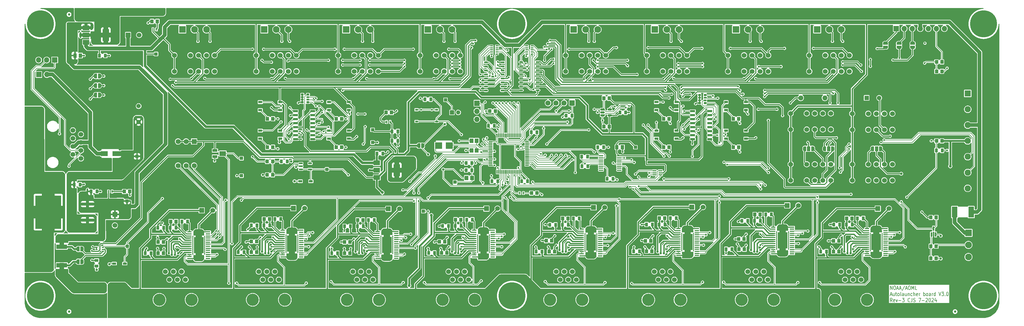
<source format=gtl>
G04 #@! TF.GenerationSoftware,KiCad,Pcbnew,7.0.7*
G04 #@! TF.CreationDate,2024-06-25T14:53:43-04:00*
G04 #@! TF.ProjectId,AOML_AB_3.0_reorganized-v3,414f4d4c-5f41-4425-9f33-2e305f72656f,3*
G04 #@! TF.SameCoordinates,Original*
G04 #@! TF.FileFunction,Copper,L1,Top*
G04 #@! TF.FilePolarity,Positive*
%FSLAX46Y46*%
G04 Gerber Fmt 4.6, Leading zero omitted, Abs format (unit mm)*
G04 Created by KiCad (PCBNEW 7.0.7) date 2024-06-25 14:53:43*
%MOMM*%
%LPD*%
G01*
G04 APERTURE LIST*
G04 Aperture macros list*
%AMRoundRect*
0 Rectangle with rounded corners*
0 $1 Rounding radius*
0 $2 $3 $4 $5 $6 $7 $8 $9 X,Y pos of 4 corners*
0 Add a 4 corners polygon primitive as box body*
4,1,4,$2,$3,$4,$5,$6,$7,$8,$9,$2,$3,0*
0 Add four circle primitives for the rounded corners*
1,1,$1+$1,$2,$3*
1,1,$1+$1,$4,$5*
1,1,$1+$1,$6,$7*
1,1,$1+$1,$8,$9*
0 Add four rect primitives between the rounded corners*
20,1,$1+$1,$2,$3,$4,$5,0*
20,1,$1+$1,$4,$5,$6,$7,0*
20,1,$1+$1,$6,$7,$8,$9,0*
20,1,$1+$1,$8,$9,$2,$3,0*%
%AMFreePoly0*
4,1,19,0.550000,-0.750000,0.000000,-0.750000,0.000000,-0.744911,-0.071157,-0.744911,-0.207708,-0.704816,-0.327430,-0.627875,-0.420627,-0.520320,-0.479746,-0.390866,-0.500000,-0.250000,-0.500000,0.250000,-0.479746,0.390866,-0.420627,0.520320,-0.327430,0.627875,-0.207708,0.704816,-0.071157,0.744911,0.000000,0.744911,0.000000,0.750000,0.550000,0.750000,0.550000,-0.750000,0.550000,-0.750000,
$1*%
%AMFreePoly1*
4,1,19,0.000000,0.744911,0.071157,0.744911,0.207708,0.704816,0.327430,0.627875,0.420627,0.520320,0.479746,0.390866,0.500000,0.250000,0.500000,-0.250000,0.479746,-0.390866,0.420627,-0.520320,0.327430,-0.627875,0.207708,-0.704816,0.071157,-0.744911,0.000000,-0.744911,0.000000,-0.750000,-0.550000,-0.750000,-0.550000,0.750000,0.000000,0.750000,0.000000,0.744911,0.000000,0.744911,
$1*%
%AMFreePoly2*
4,1,19,0.500000,-0.750000,0.000000,-0.750000,0.000000,-0.744911,-0.071157,-0.744911,-0.207708,-0.704816,-0.327430,-0.627875,-0.420627,-0.520320,-0.479746,-0.390866,-0.500000,-0.250000,-0.500000,0.250000,-0.479746,0.390866,-0.420627,0.520320,-0.327430,0.627875,-0.207708,0.704816,-0.071157,0.744911,0.000000,0.744911,0.000000,0.750000,0.500000,0.750000,0.500000,-0.750000,0.500000,-0.750000,
$1*%
%AMFreePoly3*
4,1,19,0.000000,0.744911,0.071157,0.744911,0.207708,0.704816,0.327430,0.627875,0.420627,0.520320,0.479746,0.390866,0.500000,0.250000,0.500000,-0.250000,0.479746,-0.390866,0.420627,-0.520320,0.327430,-0.627875,0.207708,-0.704816,0.071157,-0.744911,0.000000,-0.744911,0.000000,-0.750000,-0.500000,-0.750000,-0.500000,0.750000,0.000000,0.750000,0.000000,0.744911,0.000000,0.744911,
$1*%
G04 Aperture macros list end*
%ADD10C,0.200000*%
G04 #@! TA.AperFunction,NonConductor*
%ADD11C,0.200000*%
G04 #@! TD*
G04 #@! TA.AperFunction,ComponentPad*
%ADD12R,2.100000X2.100000*%
G04 #@! TD*
G04 #@! TA.AperFunction,ComponentPad*
%ADD13C,2.100000*%
G04 #@! TD*
G04 #@! TA.AperFunction,ComponentPad*
%ADD14C,1.524000*%
G04 #@! TD*
G04 #@! TA.AperFunction,ComponentPad*
%ADD15R,1.950000X1.950000*%
G04 #@! TD*
G04 #@! TA.AperFunction,ComponentPad*
%ADD16C,1.950000*%
G04 #@! TD*
G04 #@! TA.AperFunction,SMDPad,CuDef*
%ADD17R,0.855600X1.250000*%
G04 #@! TD*
G04 #@! TA.AperFunction,SMDPad,CuDef*
%ADD18R,1.016000X1.219200*%
G04 #@! TD*
G04 #@! TA.AperFunction,SMDPad,CuDef*
%ADD19R,1.200000X0.800000*%
G04 #@! TD*
G04 #@! TA.AperFunction,WasherPad*
%ADD20C,8.500000*%
G04 #@! TD*
G04 #@! TA.AperFunction,SMDPad,CuDef*
%ADD21R,0.508000X1.473200*%
G04 #@! TD*
G04 #@! TA.AperFunction,SMDPad,CuDef*
%ADD22R,0.650001X0.399999*%
G04 #@! TD*
G04 #@! TA.AperFunction,SMDPad,CuDef*
%ADD23FreePoly0,0.000000*%
G04 #@! TD*
G04 #@! TA.AperFunction,SMDPad,CuDef*
%ADD24R,1.000000X1.500000*%
G04 #@! TD*
G04 #@! TA.AperFunction,SMDPad,CuDef*
%ADD25FreePoly1,0.000000*%
G04 #@! TD*
G04 #@! TA.AperFunction,SMDPad,CuDef*
%ADD26R,1.305598X1.449997*%
G04 #@! TD*
G04 #@! TA.AperFunction,SMDPad,CuDef*
%ADD27R,1.000000X1.000000*%
G04 #@! TD*
G04 #@! TA.AperFunction,SMDPad,CuDef*
%ADD28RoundRect,0.150000X-0.512500X-0.150000X0.512500X-0.150000X0.512500X0.150000X-0.512500X0.150000X0*%
G04 #@! TD*
G04 #@! TA.AperFunction,ComponentPad*
%ADD29R,1.524000X1.524000*%
G04 #@! TD*
G04 #@! TA.AperFunction,SMDPad,CuDef*
%ADD30FreePoly2,0.000000*%
G04 #@! TD*
G04 #@! TA.AperFunction,SMDPad,CuDef*
%ADD31FreePoly3,0.000000*%
G04 #@! TD*
G04 #@! TA.AperFunction,SMDPad,CuDef*
%ADD32R,2.000000X1.500000*%
G04 #@! TD*
G04 #@! TA.AperFunction,SMDPad,CuDef*
%ADD33R,2.000000X3.800000*%
G04 #@! TD*
G04 #@! TA.AperFunction,SMDPad,CuDef*
%ADD34FreePoly2,270.000000*%
G04 #@! TD*
G04 #@! TA.AperFunction,SMDPad,CuDef*
%ADD35FreePoly3,270.000000*%
G04 #@! TD*
G04 #@! TA.AperFunction,ComponentPad*
%ADD36R,1.700000X1.700000*%
G04 #@! TD*
G04 #@! TA.AperFunction,ComponentPad*
%ADD37O,1.700000X1.700000*%
G04 #@! TD*
G04 #@! TA.AperFunction,SMDPad,CuDef*
%ADD38R,1.100000X1.380000*%
G04 #@! TD*
G04 #@! TA.AperFunction,ComponentPad*
%ADD39R,1.651000X1.651000*%
G04 #@! TD*
G04 #@! TA.AperFunction,ComponentPad*
%ADD40C,1.651000*%
G04 #@! TD*
G04 #@! TA.AperFunction,SMDPad,CuDef*
%ADD41FreePoly2,180.000000*%
G04 #@! TD*
G04 #@! TA.AperFunction,SMDPad,CuDef*
%ADD42FreePoly3,180.000000*%
G04 #@! TD*
G04 #@! TA.AperFunction,SMDPad,CuDef*
%ADD43R,1.778000X3.505200*%
G04 #@! TD*
G04 #@! TA.AperFunction,SMDPad,CuDef*
%ADD44O,1.250000X0.549999*%
G04 #@! TD*
G04 #@! TA.AperFunction,SMDPad,CuDef*
%ADD45R,1.066800X1.346200*%
G04 #@! TD*
G04 #@! TA.AperFunction,SMDPad,CuDef*
%ADD46R,1.525000X0.650000*%
G04 #@! TD*
G04 #@! TA.AperFunction,SMDPad,CuDef*
%ADD47R,3.440000X1.460000*%
G04 #@! TD*
G04 #@! TA.AperFunction,SMDPad,CuDef*
%ADD48R,1.210000X0.730000*%
G04 #@! TD*
G04 #@! TA.AperFunction,SMDPad,CuDef*
%ADD49R,1.193800X0.304800*%
G04 #@! TD*
G04 #@! TA.AperFunction,SMDPad,CuDef*
%ADD50R,0.304800X1.193800*%
G04 #@! TD*
G04 #@! TA.AperFunction,SMDPad,CuDef*
%ADD51R,2.311400X2.006600*%
G04 #@! TD*
G04 #@! TA.AperFunction,SMDPad,CuDef*
%ADD52R,0.457200X0.812800*%
G04 #@! TD*
G04 #@! TA.AperFunction,SMDPad,CuDef*
%ADD53R,1.475000X0.450000*%
G04 #@! TD*
G04 #@! TA.AperFunction,SMDPad,CuDef*
%ADD54R,3.100000X5.180000*%
G04 #@! TD*
G04 #@! TA.AperFunction,ComponentPad*
%ADD55C,1.600000*%
G04 #@! TD*
G04 #@! TA.AperFunction,ComponentPad*
%ADD56O,1.600000X1.600000*%
G04 #@! TD*
G04 #@! TA.AperFunction,SMDPad,CuDef*
%ADD57R,1.193800X0.508000*%
G04 #@! TD*
G04 #@! TA.AperFunction,SMDPad,CuDef*
%ADD58R,0.900000X0.350000*%
G04 #@! TD*
G04 #@! TA.AperFunction,ComponentPad*
%ADD59C,1.371600*%
G04 #@! TD*
G04 #@! TA.AperFunction,SMDPad,CuDef*
%ADD60R,2.184400X1.625600*%
G04 #@! TD*
G04 #@! TA.AperFunction,ComponentPad*
%ADD61C,1.580000*%
G04 #@! TD*
G04 #@! TA.AperFunction,ComponentPad*
%ADD62R,1.580000X1.580000*%
G04 #@! TD*
G04 #@! TA.AperFunction,SMDPad,CuDef*
%ADD63R,3.200400X0.939800*%
G04 #@! TD*
G04 #@! TA.AperFunction,HeatsinkPad*
%ADD64R,8.204200X10.591800*%
G04 #@! TD*
G04 #@! TA.AperFunction,SMDPad,CuDef*
%ADD65R,1.200000X0.400000*%
G04 #@! TD*
G04 #@! TA.AperFunction,SMDPad,CuDef*
%ADD66RoundRect,0.091500X-0.358500X-0.213500X0.358500X-0.213500X0.358500X0.213500X-0.358500X0.213500X0*%
G04 #@! TD*
G04 #@! TA.AperFunction,SMDPad,CuDef*
%ADD67RoundRect,0.068900X-0.381100X-0.196100X0.381100X-0.196100X0.381100X0.196100X-0.381100X0.196100X0*%
G04 #@! TD*
G04 #@! TA.AperFunction,SMDPad,CuDef*
%ADD68C,0.750000*%
G04 #@! TD*
G04 #@! TA.AperFunction,ComponentPad*
%ADD69R,1.397000X1.397000*%
G04 #@! TD*
G04 #@! TA.AperFunction,ComponentPad*
%ADD70C,1.397000*%
G04 #@! TD*
G04 #@! TA.AperFunction,SMDPad,CuDef*
%ADD71R,1.549400X0.939800*%
G04 #@! TD*
G04 #@! TA.AperFunction,SMDPad,CuDef*
%ADD72R,2.133600X1.498600*%
G04 #@! TD*
G04 #@! TA.AperFunction,SMDPad,CuDef*
%ADD73R,0.952500X0.558800*%
G04 #@! TD*
G04 #@! TA.AperFunction,SMDPad,CuDef*
%ADD74R,1.168400X1.447800*%
G04 #@! TD*
G04 #@! TA.AperFunction,SMDPad,CuDef*
%ADD75R,1.250000X0.855600*%
G04 #@! TD*
G04 #@! TA.AperFunction,SMDPad,CuDef*
%ADD76RoundRect,0.100000X-0.637500X-0.100000X0.637500X-0.100000X0.637500X0.100000X-0.637500X0.100000X0*%
G04 #@! TD*
G04 #@! TA.AperFunction,ComponentPad*
%ADD77R,1.320800X1.320800*%
G04 #@! TD*
G04 #@! TA.AperFunction,ComponentPad*
%ADD78C,1.320800*%
G04 #@! TD*
G04 #@! TA.AperFunction,ComponentPad*
%ADD79C,3.860800*%
G04 #@! TD*
G04 #@! TA.AperFunction,ViaPad*
%ADD80C,0.600000*%
G04 #@! TD*
G04 #@! TA.AperFunction,ViaPad*
%ADD81C,0.750000*%
G04 #@! TD*
G04 #@! TA.AperFunction,ViaPad*
%ADD82C,0.900000*%
G04 #@! TD*
G04 #@! TA.AperFunction,ViaPad*
%ADD83C,0.800000*%
G04 #@! TD*
G04 #@! TA.AperFunction,Conductor*
%ADD84C,0.200000*%
G04 #@! TD*
G04 #@! TA.AperFunction,Conductor*
%ADD85C,0.300000*%
G04 #@! TD*
G04 #@! TA.AperFunction,Conductor*
%ADD86C,0.450000*%
G04 #@! TD*
G04 #@! TA.AperFunction,Conductor*
%ADD87C,0.400000*%
G04 #@! TD*
G04 #@! TA.AperFunction,Conductor*
%ADD88C,0.600000*%
G04 #@! TD*
G04 #@! TA.AperFunction,Conductor*
%ADD89C,1.200000*%
G04 #@! TD*
G04 #@! TA.AperFunction,Conductor*
%ADD90C,0.800000*%
G04 #@! TD*
G04 APERTURE END LIST*
D10*
D11*
X326569673Y-176078742D02*
X326569673Y-174878742D01*
X326569673Y-174878742D02*
X327141101Y-176078742D01*
X327141101Y-176078742D02*
X327141101Y-174878742D01*
X327807768Y-174878742D02*
X327998244Y-174878742D01*
X327998244Y-174878742D02*
X328093482Y-174935885D01*
X328093482Y-174935885D02*
X328188720Y-175050171D01*
X328188720Y-175050171D02*
X328236339Y-175278742D01*
X328236339Y-175278742D02*
X328236339Y-175678742D01*
X328236339Y-175678742D02*
X328188720Y-175907314D01*
X328188720Y-175907314D02*
X328093482Y-176021600D01*
X328093482Y-176021600D02*
X327998244Y-176078742D01*
X327998244Y-176078742D02*
X327807768Y-176078742D01*
X327807768Y-176078742D02*
X327712530Y-176021600D01*
X327712530Y-176021600D02*
X327617292Y-175907314D01*
X327617292Y-175907314D02*
X327569673Y-175678742D01*
X327569673Y-175678742D02*
X327569673Y-175278742D01*
X327569673Y-175278742D02*
X327617292Y-175050171D01*
X327617292Y-175050171D02*
X327712530Y-174935885D01*
X327712530Y-174935885D02*
X327807768Y-174878742D01*
X328617292Y-175735885D02*
X329093482Y-175735885D01*
X328522054Y-176078742D02*
X328855387Y-174878742D01*
X328855387Y-174878742D02*
X329188720Y-176078742D01*
X329474435Y-175735885D02*
X329950625Y-175735885D01*
X329379197Y-176078742D02*
X329712530Y-174878742D01*
X329712530Y-174878742D02*
X330045863Y-176078742D01*
X331093482Y-174821600D02*
X330236340Y-176364457D01*
X331379197Y-175735885D02*
X331855387Y-175735885D01*
X331283959Y-176078742D02*
X331617292Y-174878742D01*
X331617292Y-174878742D02*
X331950625Y-176078742D01*
X332474435Y-174878742D02*
X332664911Y-174878742D01*
X332664911Y-174878742D02*
X332760149Y-174935885D01*
X332760149Y-174935885D02*
X332855387Y-175050171D01*
X332855387Y-175050171D02*
X332903006Y-175278742D01*
X332903006Y-175278742D02*
X332903006Y-175678742D01*
X332903006Y-175678742D02*
X332855387Y-175907314D01*
X332855387Y-175907314D02*
X332760149Y-176021600D01*
X332760149Y-176021600D02*
X332664911Y-176078742D01*
X332664911Y-176078742D02*
X332474435Y-176078742D01*
X332474435Y-176078742D02*
X332379197Y-176021600D01*
X332379197Y-176021600D02*
X332283959Y-175907314D01*
X332283959Y-175907314D02*
X332236340Y-175678742D01*
X332236340Y-175678742D02*
X332236340Y-175278742D01*
X332236340Y-175278742D02*
X332283959Y-175050171D01*
X332283959Y-175050171D02*
X332379197Y-174935885D01*
X332379197Y-174935885D02*
X332474435Y-174878742D01*
X333331578Y-176078742D02*
X333331578Y-174878742D01*
X333331578Y-174878742D02*
X333664911Y-175735885D01*
X333664911Y-175735885D02*
X333998244Y-174878742D01*
X333998244Y-174878742D02*
X333998244Y-176078742D01*
X334950625Y-176078742D02*
X334474435Y-176078742D01*
X334474435Y-176078742D02*
X334474435Y-174878742D01*
X326522054Y-177667885D02*
X326998244Y-177667885D01*
X326426816Y-178010742D02*
X326760149Y-176810742D01*
X326760149Y-176810742D02*
X327093482Y-178010742D01*
X327855387Y-177210742D02*
X327855387Y-178010742D01*
X327426816Y-177210742D02*
X327426816Y-177839314D01*
X327426816Y-177839314D02*
X327474435Y-177953600D01*
X327474435Y-177953600D02*
X327569673Y-178010742D01*
X327569673Y-178010742D02*
X327712530Y-178010742D01*
X327712530Y-178010742D02*
X327807768Y-177953600D01*
X327807768Y-177953600D02*
X327855387Y-177896457D01*
X328188721Y-177210742D02*
X328569673Y-177210742D01*
X328331578Y-176810742D02*
X328331578Y-177839314D01*
X328331578Y-177839314D02*
X328379197Y-177953600D01*
X328379197Y-177953600D02*
X328474435Y-178010742D01*
X328474435Y-178010742D02*
X328569673Y-178010742D01*
X329045864Y-178010742D02*
X328950626Y-177953600D01*
X328950626Y-177953600D02*
X328903007Y-177896457D01*
X328903007Y-177896457D02*
X328855388Y-177782171D01*
X328855388Y-177782171D02*
X328855388Y-177439314D01*
X328855388Y-177439314D02*
X328903007Y-177325028D01*
X328903007Y-177325028D02*
X328950626Y-177267885D01*
X328950626Y-177267885D02*
X329045864Y-177210742D01*
X329045864Y-177210742D02*
X329188721Y-177210742D01*
X329188721Y-177210742D02*
X329283959Y-177267885D01*
X329283959Y-177267885D02*
X329331578Y-177325028D01*
X329331578Y-177325028D02*
X329379197Y-177439314D01*
X329379197Y-177439314D02*
X329379197Y-177782171D01*
X329379197Y-177782171D02*
X329331578Y-177896457D01*
X329331578Y-177896457D02*
X329283959Y-177953600D01*
X329283959Y-177953600D02*
X329188721Y-178010742D01*
X329188721Y-178010742D02*
X329045864Y-178010742D01*
X329950626Y-178010742D02*
X329855388Y-177953600D01*
X329855388Y-177953600D02*
X329807769Y-177839314D01*
X329807769Y-177839314D02*
X329807769Y-176810742D01*
X330760150Y-178010742D02*
X330760150Y-177382171D01*
X330760150Y-177382171D02*
X330712531Y-177267885D01*
X330712531Y-177267885D02*
X330617293Y-177210742D01*
X330617293Y-177210742D02*
X330426817Y-177210742D01*
X330426817Y-177210742D02*
X330331579Y-177267885D01*
X330760150Y-177953600D02*
X330664912Y-178010742D01*
X330664912Y-178010742D02*
X330426817Y-178010742D01*
X330426817Y-178010742D02*
X330331579Y-177953600D01*
X330331579Y-177953600D02*
X330283960Y-177839314D01*
X330283960Y-177839314D02*
X330283960Y-177725028D01*
X330283960Y-177725028D02*
X330331579Y-177610742D01*
X330331579Y-177610742D02*
X330426817Y-177553600D01*
X330426817Y-177553600D02*
X330664912Y-177553600D01*
X330664912Y-177553600D02*
X330760150Y-177496457D01*
X331664912Y-177210742D02*
X331664912Y-178010742D01*
X331236341Y-177210742D02*
X331236341Y-177839314D01*
X331236341Y-177839314D02*
X331283960Y-177953600D01*
X331283960Y-177953600D02*
X331379198Y-178010742D01*
X331379198Y-178010742D02*
X331522055Y-178010742D01*
X331522055Y-178010742D02*
X331617293Y-177953600D01*
X331617293Y-177953600D02*
X331664912Y-177896457D01*
X332141103Y-177210742D02*
X332141103Y-178010742D01*
X332141103Y-177325028D02*
X332188722Y-177267885D01*
X332188722Y-177267885D02*
X332283960Y-177210742D01*
X332283960Y-177210742D02*
X332426817Y-177210742D01*
X332426817Y-177210742D02*
X332522055Y-177267885D01*
X332522055Y-177267885D02*
X332569674Y-177382171D01*
X332569674Y-177382171D02*
X332569674Y-178010742D01*
X333474436Y-177953600D02*
X333379198Y-178010742D01*
X333379198Y-178010742D02*
X333188722Y-178010742D01*
X333188722Y-178010742D02*
X333093484Y-177953600D01*
X333093484Y-177953600D02*
X333045865Y-177896457D01*
X333045865Y-177896457D02*
X332998246Y-177782171D01*
X332998246Y-177782171D02*
X332998246Y-177439314D01*
X332998246Y-177439314D02*
X333045865Y-177325028D01*
X333045865Y-177325028D02*
X333093484Y-177267885D01*
X333093484Y-177267885D02*
X333188722Y-177210742D01*
X333188722Y-177210742D02*
X333379198Y-177210742D01*
X333379198Y-177210742D02*
X333474436Y-177267885D01*
X333903008Y-178010742D02*
X333903008Y-176810742D01*
X334331579Y-178010742D02*
X334331579Y-177382171D01*
X334331579Y-177382171D02*
X334283960Y-177267885D01*
X334283960Y-177267885D02*
X334188722Y-177210742D01*
X334188722Y-177210742D02*
X334045865Y-177210742D01*
X334045865Y-177210742D02*
X333950627Y-177267885D01*
X333950627Y-177267885D02*
X333903008Y-177325028D01*
X335188722Y-177953600D02*
X335093484Y-178010742D01*
X335093484Y-178010742D02*
X334903008Y-178010742D01*
X334903008Y-178010742D02*
X334807770Y-177953600D01*
X334807770Y-177953600D02*
X334760151Y-177839314D01*
X334760151Y-177839314D02*
X334760151Y-177382171D01*
X334760151Y-177382171D02*
X334807770Y-177267885D01*
X334807770Y-177267885D02*
X334903008Y-177210742D01*
X334903008Y-177210742D02*
X335093484Y-177210742D01*
X335093484Y-177210742D02*
X335188722Y-177267885D01*
X335188722Y-177267885D02*
X335236341Y-177382171D01*
X335236341Y-177382171D02*
X335236341Y-177496457D01*
X335236341Y-177496457D02*
X334760151Y-177610742D01*
X335664913Y-178010742D02*
X335664913Y-177210742D01*
X335664913Y-177439314D02*
X335712532Y-177325028D01*
X335712532Y-177325028D02*
X335760151Y-177267885D01*
X335760151Y-177267885D02*
X335855389Y-177210742D01*
X335855389Y-177210742D02*
X335950627Y-177210742D01*
X337045866Y-178010742D02*
X337045866Y-176810742D01*
X337045866Y-177267885D02*
X337141104Y-177210742D01*
X337141104Y-177210742D02*
X337331580Y-177210742D01*
X337331580Y-177210742D02*
X337426818Y-177267885D01*
X337426818Y-177267885D02*
X337474437Y-177325028D01*
X337474437Y-177325028D02*
X337522056Y-177439314D01*
X337522056Y-177439314D02*
X337522056Y-177782171D01*
X337522056Y-177782171D02*
X337474437Y-177896457D01*
X337474437Y-177896457D02*
X337426818Y-177953600D01*
X337426818Y-177953600D02*
X337331580Y-178010742D01*
X337331580Y-178010742D02*
X337141104Y-178010742D01*
X337141104Y-178010742D02*
X337045866Y-177953600D01*
X338093485Y-178010742D02*
X337998247Y-177953600D01*
X337998247Y-177953600D02*
X337950628Y-177896457D01*
X337950628Y-177896457D02*
X337903009Y-177782171D01*
X337903009Y-177782171D02*
X337903009Y-177439314D01*
X337903009Y-177439314D02*
X337950628Y-177325028D01*
X337950628Y-177325028D02*
X337998247Y-177267885D01*
X337998247Y-177267885D02*
X338093485Y-177210742D01*
X338093485Y-177210742D02*
X338236342Y-177210742D01*
X338236342Y-177210742D02*
X338331580Y-177267885D01*
X338331580Y-177267885D02*
X338379199Y-177325028D01*
X338379199Y-177325028D02*
X338426818Y-177439314D01*
X338426818Y-177439314D02*
X338426818Y-177782171D01*
X338426818Y-177782171D02*
X338379199Y-177896457D01*
X338379199Y-177896457D02*
X338331580Y-177953600D01*
X338331580Y-177953600D02*
X338236342Y-178010742D01*
X338236342Y-178010742D02*
X338093485Y-178010742D01*
X339283961Y-178010742D02*
X339283961Y-177382171D01*
X339283961Y-177382171D02*
X339236342Y-177267885D01*
X339236342Y-177267885D02*
X339141104Y-177210742D01*
X339141104Y-177210742D02*
X338950628Y-177210742D01*
X338950628Y-177210742D02*
X338855390Y-177267885D01*
X339283961Y-177953600D02*
X339188723Y-178010742D01*
X339188723Y-178010742D02*
X338950628Y-178010742D01*
X338950628Y-178010742D02*
X338855390Y-177953600D01*
X338855390Y-177953600D02*
X338807771Y-177839314D01*
X338807771Y-177839314D02*
X338807771Y-177725028D01*
X338807771Y-177725028D02*
X338855390Y-177610742D01*
X338855390Y-177610742D02*
X338950628Y-177553600D01*
X338950628Y-177553600D02*
X339188723Y-177553600D01*
X339188723Y-177553600D02*
X339283961Y-177496457D01*
X339760152Y-178010742D02*
X339760152Y-177210742D01*
X339760152Y-177439314D02*
X339807771Y-177325028D01*
X339807771Y-177325028D02*
X339855390Y-177267885D01*
X339855390Y-177267885D02*
X339950628Y-177210742D01*
X339950628Y-177210742D02*
X340045866Y-177210742D01*
X340807771Y-178010742D02*
X340807771Y-176810742D01*
X340807771Y-177953600D02*
X340712533Y-178010742D01*
X340712533Y-178010742D02*
X340522057Y-178010742D01*
X340522057Y-178010742D02*
X340426819Y-177953600D01*
X340426819Y-177953600D02*
X340379200Y-177896457D01*
X340379200Y-177896457D02*
X340331581Y-177782171D01*
X340331581Y-177782171D02*
X340331581Y-177439314D01*
X340331581Y-177439314D02*
X340379200Y-177325028D01*
X340379200Y-177325028D02*
X340426819Y-177267885D01*
X340426819Y-177267885D02*
X340522057Y-177210742D01*
X340522057Y-177210742D02*
X340712533Y-177210742D01*
X340712533Y-177210742D02*
X340807771Y-177267885D01*
X341903010Y-176810742D02*
X342236343Y-178010742D01*
X342236343Y-178010742D02*
X342569676Y-176810742D01*
X342807772Y-176810742D02*
X343426819Y-176810742D01*
X343426819Y-176810742D02*
X343093486Y-177267885D01*
X343093486Y-177267885D02*
X343236343Y-177267885D01*
X343236343Y-177267885D02*
X343331581Y-177325028D01*
X343331581Y-177325028D02*
X343379200Y-177382171D01*
X343379200Y-177382171D02*
X343426819Y-177496457D01*
X343426819Y-177496457D02*
X343426819Y-177782171D01*
X343426819Y-177782171D02*
X343379200Y-177896457D01*
X343379200Y-177896457D02*
X343331581Y-177953600D01*
X343331581Y-177953600D02*
X343236343Y-178010742D01*
X343236343Y-178010742D02*
X342950629Y-178010742D01*
X342950629Y-178010742D02*
X342855391Y-177953600D01*
X342855391Y-177953600D02*
X342807772Y-177896457D01*
X343855391Y-177896457D02*
X343903010Y-177953600D01*
X343903010Y-177953600D02*
X343855391Y-178010742D01*
X343855391Y-178010742D02*
X343807772Y-177953600D01*
X343807772Y-177953600D02*
X343855391Y-177896457D01*
X343855391Y-177896457D02*
X343855391Y-178010742D01*
X344522057Y-176810742D02*
X344617295Y-176810742D01*
X344617295Y-176810742D02*
X344712533Y-176867885D01*
X344712533Y-176867885D02*
X344760152Y-176925028D01*
X344760152Y-176925028D02*
X344807771Y-177039314D01*
X344807771Y-177039314D02*
X344855390Y-177267885D01*
X344855390Y-177267885D02*
X344855390Y-177553600D01*
X344855390Y-177553600D02*
X344807771Y-177782171D01*
X344807771Y-177782171D02*
X344760152Y-177896457D01*
X344760152Y-177896457D02*
X344712533Y-177953600D01*
X344712533Y-177953600D02*
X344617295Y-178010742D01*
X344617295Y-178010742D02*
X344522057Y-178010742D01*
X344522057Y-178010742D02*
X344426819Y-177953600D01*
X344426819Y-177953600D02*
X344379200Y-177896457D01*
X344379200Y-177896457D02*
X344331581Y-177782171D01*
X344331581Y-177782171D02*
X344283962Y-177553600D01*
X344283962Y-177553600D02*
X344283962Y-177267885D01*
X344283962Y-177267885D02*
X344331581Y-177039314D01*
X344331581Y-177039314D02*
X344379200Y-176925028D01*
X344379200Y-176925028D02*
X344426819Y-176867885D01*
X344426819Y-176867885D02*
X344522057Y-176810742D01*
X327141101Y-179942742D02*
X326807768Y-179371314D01*
X326569673Y-179942742D02*
X326569673Y-178742742D01*
X326569673Y-178742742D02*
X326950625Y-178742742D01*
X326950625Y-178742742D02*
X327045863Y-178799885D01*
X327045863Y-178799885D02*
X327093482Y-178857028D01*
X327093482Y-178857028D02*
X327141101Y-178971314D01*
X327141101Y-178971314D02*
X327141101Y-179142742D01*
X327141101Y-179142742D02*
X327093482Y-179257028D01*
X327093482Y-179257028D02*
X327045863Y-179314171D01*
X327045863Y-179314171D02*
X326950625Y-179371314D01*
X326950625Y-179371314D02*
X326569673Y-179371314D01*
X327950625Y-179885600D02*
X327855387Y-179942742D01*
X327855387Y-179942742D02*
X327664911Y-179942742D01*
X327664911Y-179942742D02*
X327569673Y-179885600D01*
X327569673Y-179885600D02*
X327522054Y-179771314D01*
X327522054Y-179771314D02*
X327522054Y-179314171D01*
X327522054Y-179314171D02*
X327569673Y-179199885D01*
X327569673Y-179199885D02*
X327664911Y-179142742D01*
X327664911Y-179142742D02*
X327855387Y-179142742D01*
X327855387Y-179142742D02*
X327950625Y-179199885D01*
X327950625Y-179199885D02*
X327998244Y-179314171D01*
X327998244Y-179314171D02*
X327998244Y-179428457D01*
X327998244Y-179428457D02*
X327522054Y-179542742D01*
X328331578Y-179142742D02*
X328569673Y-179942742D01*
X328569673Y-179942742D02*
X328807768Y-179142742D01*
X329188721Y-179485600D02*
X329950626Y-179485600D01*
X330331578Y-178742742D02*
X330950625Y-178742742D01*
X330950625Y-178742742D02*
X330617292Y-179199885D01*
X330617292Y-179199885D02*
X330760149Y-179199885D01*
X330760149Y-179199885D02*
X330855387Y-179257028D01*
X330855387Y-179257028D02*
X330903006Y-179314171D01*
X330903006Y-179314171D02*
X330950625Y-179428457D01*
X330950625Y-179428457D02*
X330950625Y-179714171D01*
X330950625Y-179714171D02*
X330903006Y-179828457D01*
X330903006Y-179828457D02*
X330855387Y-179885600D01*
X330855387Y-179885600D02*
X330760149Y-179942742D01*
X330760149Y-179942742D02*
X330474435Y-179942742D01*
X330474435Y-179942742D02*
X330379197Y-179885600D01*
X330379197Y-179885600D02*
X330331578Y-179828457D01*
X332712530Y-179828457D02*
X332664911Y-179885600D01*
X332664911Y-179885600D02*
X332522054Y-179942742D01*
X332522054Y-179942742D02*
X332426816Y-179942742D01*
X332426816Y-179942742D02*
X332283959Y-179885600D01*
X332283959Y-179885600D02*
X332188721Y-179771314D01*
X332188721Y-179771314D02*
X332141102Y-179657028D01*
X332141102Y-179657028D02*
X332093483Y-179428457D01*
X332093483Y-179428457D02*
X332093483Y-179257028D01*
X332093483Y-179257028D02*
X332141102Y-179028457D01*
X332141102Y-179028457D02*
X332188721Y-178914171D01*
X332188721Y-178914171D02*
X332283959Y-178799885D01*
X332283959Y-178799885D02*
X332426816Y-178742742D01*
X332426816Y-178742742D02*
X332522054Y-178742742D01*
X332522054Y-178742742D02*
X332664911Y-178799885D01*
X332664911Y-178799885D02*
X332712530Y-178857028D01*
X333426816Y-178742742D02*
X333426816Y-179599885D01*
X333426816Y-179599885D02*
X333379197Y-179771314D01*
X333379197Y-179771314D02*
X333283959Y-179885600D01*
X333283959Y-179885600D02*
X333141102Y-179942742D01*
X333141102Y-179942742D02*
X333045864Y-179942742D01*
X333855388Y-179885600D02*
X333998245Y-179942742D01*
X333998245Y-179942742D02*
X334236340Y-179942742D01*
X334236340Y-179942742D02*
X334331578Y-179885600D01*
X334331578Y-179885600D02*
X334379197Y-179828457D01*
X334379197Y-179828457D02*
X334426816Y-179714171D01*
X334426816Y-179714171D02*
X334426816Y-179599885D01*
X334426816Y-179599885D02*
X334379197Y-179485600D01*
X334379197Y-179485600D02*
X334331578Y-179428457D01*
X334331578Y-179428457D02*
X334236340Y-179371314D01*
X334236340Y-179371314D02*
X334045864Y-179314171D01*
X334045864Y-179314171D02*
X333950626Y-179257028D01*
X333950626Y-179257028D02*
X333903007Y-179199885D01*
X333903007Y-179199885D02*
X333855388Y-179085600D01*
X333855388Y-179085600D02*
X333855388Y-178971314D01*
X333855388Y-178971314D02*
X333903007Y-178857028D01*
X333903007Y-178857028D02*
X333950626Y-178799885D01*
X333950626Y-178799885D02*
X334045864Y-178742742D01*
X334045864Y-178742742D02*
X334283959Y-178742742D01*
X334283959Y-178742742D02*
X334426816Y-178799885D01*
X335522055Y-178742742D02*
X336188721Y-178742742D01*
X336188721Y-178742742D02*
X335760150Y-179942742D01*
X336569674Y-179485600D02*
X337331579Y-179485600D01*
X337760150Y-178857028D02*
X337807769Y-178799885D01*
X337807769Y-178799885D02*
X337903007Y-178742742D01*
X337903007Y-178742742D02*
X338141102Y-178742742D01*
X338141102Y-178742742D02*
X338236340Y-178799885D01*
X338236340Y-178799885D02*
X338283959Y-178857028D01*
X338283959Y-178857028D02*
X338331578Y-178971314D01*
X338331578Y-178971314D02*
X338331578Y-179085600D01*
X338331578Y-179085600D02*
X338283959Y-179257028D01*
X338283959Y-179257028D02*
X337712531Y-179942742D01*
X337712531Y-179942742D02*
X338331578Y-179942742D01*
X338950626Y-178742742D02*
X339045864Y-178742742D01*
X339045864Y-178742742D02*
X339141102Y-178799885D01*
X339141102Y-178799885D02*
X339188721Y-178857028D01*
X339188721Y-178857028D02*
X339236340Y-178971314D01*
X339236340Y-178971314D02*
X339283959Y-179199885D01*
X339283959Y-179199885D02*
X339283959Y-179485600D01*
X339283959Y-179485600D02*
X339236340Y-179714171D01*
X339236340Y-179714171D02*
X339188721Y-179828457D01*
X339188721Y-179828457D02*
X339141102Y-179885600D01*
X339141102Y-179885600D02*
X339045864Y-179942742D01*
X339045864Y-179942742D02*
X338950626Y-179942742D01*
X338950626Y-179942742D02*
X338855388Y-179885600D01*
X338855388Y-179885600D02*
X338807769Y-179828457D01*
X338807769Y-179828457D02*
X338760150Y-179714171D01*
X338760150Y-179714171D02*
X338712531Y-179485600D01*
X338712531Y-179485600D02*
X338712531Y-179199885D01*
X338712531Y-179199885D02*
X338760150Y-178971314D01*
X338760150Y-178971314D02*
X338807769Y-178857028D01*
X338807769Y-178857028D02*
X338855388Y-178799885D01*
X338855388Y-178799885D02*
X338950626Y-178742742D01*
X339664912Y-178857028D02*
X339712531Y-178799885D01*
X339712531Y-178799885D02*
X339807769Y-178742742D01*
X339807769Y-178742742D02*
X340045864Y-178742742D01*
X340045864Y-178742742D02*
X340141102Y-178799885D01*
X340141102Y-178799885D02*
X340188721Y-178857028D01*
X340188721Y-178857028D02*
X340236340Y-178971314D01*
X340236340Y-178971314D02*
X340236340Y-179085600D01*
X340236340Y-179085600D02*
X340188721Y-179257028D01*
X340188721Y-179257028D02*
X339617293Y-179942742D01*
X339617293Y-179942742D02*
X340236340Y-179942742D01*
X341093483Y-179142742D02*
X341093483Y-179942742D01*
X340855388Y-178685600D02*
X340617293Y-179542742D01*
X340617293Y-179542742D02*
X341236340Y-179542742D01*
D12*
X102827300Y-93750000D03*
D13*
X106637300Y-93750000D03*
X110447300Y-93750000D03*
D14*
X295050000Y-125400000D03*
X300130000Y-125400000D03*
X302670000Y-125400000D03*
X305210000Y-125400000D03*
X307750000Y-125400000D03*
X307750000Y-120320000D03*
X305210000Y-120320000D03*
X302670000Y-120320000D03*
X300130000Y-120320000D03*
X295050000Y-120320000D03*
D15*
X351000000Y-114000000D03*
D16*
X351000000Y-119000000D03*
X351000000Y-124000000D03*
X351000000Y-129000000D03*
X351000000Y-134000000D03*
X351000000Y-139000000D03*
X351000000Y-144000000D03*
D17*
X73970000Y-145000000D03*
X75825600Y-145000000D03*
D18*
X276949400Y-122000000D03*
X278651200Y-122000000D03*
D17*
X150000000Y-164500000D03*
X151855600Y-164500000D03*
X316156400Y-153500000D03*
X318012000Y-153500000D03*
D19*
X252650300Y-125730000D03*
X252650300Y-128270000D03*
X258950300Y-128270000D03*
X258950300Y-125730000D03*
D20*
X58000000Y-178000000D03*
D17*
X124572200Y-155725000D03*
X126427800Y-155725000D03*
D21*
X339550001Y-158627100D03*
X340849999Y-158627100D03*
X340200000Y-156772900D03*
D22*
X75675001Y-162649999D03*
X75675001Y-163300000D03*
X75675001Y-163949999D03*
X77725002Y-163949999D03*
X77725002Y-163300000D03*
X77725002Y-162649999D03*
D14*
X275256380Y-107000000D03*
X280336380Y-107000000D03*
X282876380Y-107000000D03*
X285416380Y-107000000D03*
X287956380Y-107000000D03*
X287956380Y-101920000D03*
X285416380Y-101920000D03*
X282876380Y-101920000D03*
X280336380Y-101920000D03*
X275256380Y-101920000D03*
D23*
X305750000Y-131480000D03*
D24*
X307050000Y-131480000D03*
D25*
X308350000Y-131480000D03*
D17*
X202475000Y-141750000D03*
X200619400Y-141750000D03*
D26*
X195802799Y-132000000D03*
X194197201Y-132000000D03*
D14*
X100300000Y-107000000D03*
X105380000Y-107000000D03*
X107920000Y-107000000D03*
X110460000Y-107000000D03*
X113000000Y-107000000D03*
X113000000Y-101920000D03*
X110460000Y-101920000D03*
X107920000Y-101920000D03*
X105380000Y-101920000D03*
X100300000Y-101920000D03*
D18*
X130350900Y-153725000D03*
X128649100Y-153725000D03*
X255265100Y-153425000D03*
X253563300Y-153425000D03*
D27*
X85297800Y-148040000D03*
D28*
X235606800Y-119050000D03*
X235606800Y-120000000D03*
X235606800Y-120950000D03*
X237881800Y-120950000D03*
X237881800Y-119050000D03*
D18*
X341149100Y-107000000D03*
X342850900Y-107000000D03*
D29*
X198914200Y-150425000D03*
D14*
X202419400Y-150425000D03*
D12*
X180447300Y-93750000D03*
D13*
X184257300Y-93750000D03*
X188067300Y-93750000D03*
D30*
X75350000Y-108500000D03*
D31*
X76650000Y-108500000D03*
D32*
X72350000Y-93200000D03*
X72350000Y-95500000D03*
D33*
X78650000Y-95500000D03*
D32*
X72350000Y-97800000D03*
D34*
X329300000Y-98100000D03*
D35*
X329300000Y-99400000D03*
D17*
X102644400Y-154500000D03*
X104500000Y-154500000D03*
D18*
X341050900Y-166100000D03*
X339349100Y-166100000D03*
D12*
X277783680Y-93750000D03*
D13*
X281593680Y-93750000D03*
X285403680Y-93750000D03*
D29*
X81497800Y-152234800D03*
D14*
X81497800Y-155740000D03*
X68229001Y-125659900D03*
X70769001Y-126929900D03*
X68229001Y-128199900D03*
X70769001Y-129469900D03*
X68229001Y-130739900D03*
X70769001Y-132009900D03*
X68229001Y-133279900D03*
X70769001Y-134549900D03*
D27*
X246000000Y-131000000D03*
D18*
X124576900Y-160842600D03*
X126278700Y-160842600D03*
X154076900Y-161000000D03*
X155778700Y-161000000D03*
D27*
X148500000Y-138000000D03*
D36*
X328400000Y-93475000D03*
D37*
X330940000Y-93475000D03*
X333480000Y-93475000D03*
X336020000Y-93475000D03*
X338560000Y-93475000D03*
X341100000Y-93475000D03*
X343640000Y-93475000D03*
D17*
X234072200Y-131000000D03*
X235927800Y-131000000D03*
D29*
X293976150Y-149425000D03*
D14*
X297481350Y-149425000D03*
D18*
X285412900Y-152275000D03*
X283711100Y-152275000D03*
D14*
X223923048Y-107000000D03*
X229003048Y-107000000D03*
X231543048Y-107000000D03*
X234083048Y-107000000D03*
X236623048Y-107000000D03*
X236623048Y-101920000D03*
X234083048Y-101920000D03*
X231543048Y-101920000D03*
X229003048Y-101920000D03*
X223923048Y-101920000D03*
D34*
X333600000Y-98100000D03*
D35*
X333600000Y-99400000D03*
D18*
X314435100Y-153500000D03*
X312733300Y-153500000D03*
X95149100Y-161000000D03*
X96850900Y-161000000D03*
D17*
X241072200Y-120000000D03*
X242927800Y-120000000D03*
X199547200Y-124250000D03*
X201402800Y-124250000D03*
D27*
X88500000Y-133900000D03*
D38*
X68887000Y-102000000D03*
X70613000Y-102000000D03*
D17*
X222915200Y-155550000D03*
X224770800Y-155550000D03*
D39*
X226000000Y-117000000D03*
D40*
X223460000Y-117000000D03*
X220920000Y-117000000D03*
X218380000Y-117000000D03*
D36*
X57460000Y-108000000D03*
D37*
X60000000Y-108000000D03*
D41*
X178800000Y-130500000D03*
D42*
X177500000Y-130500000D03*
D17*
X283634200Y-154275000D03*
X285489800Y-154275000D03*
D18*
X151437100Y-122000000D03*
X153138900Y-122000000D03*
D43*
X352116200Y-151500000D03*
X346883800Y-151500000D03*
D18*
X217798200Y-160550000D03*
X219500000Y-160550000D03*
D44*
X209874999Y-104055000D03*
X209874999Y-105325000D03*
X209874999Y-106595000D03*
X209874999Y-107865000D03*
X209874999Y-109135000D03*
X209874999Y-110405000D03*
X209874999Y-111675000D03*
X209874999Y-112945000D03*
X215124999Y-112945000D03*
X215124999Y-111675000D03*
X215124999Y-110405000D03*
X215124999Y-109135000D03*
X215124999Y-107865000D03*
X215124999Y-106595000D03*
X215124999Y-105325000D03*
X215124999Y-104055000D03*
D18*
X184076900Y-160925000D03*
X185778700Y-160925000D03*
D45*
X240123700Y-131000000D03*
X241876300Y-131000000D03*
D46*
X138576000Y-119555000D03*
X138576000Y-120825000D03*
X138576000Y-122095000D03*
X138576000Y-123365000D03*
X138576000Y-124635000D03*
X138576000Y-125905000D03*
X138576000Y-127175000D03*
X138576000Y-128445000D03*
X144000000Y-128445000D03*
X144000000Y-127175000D03*
X144000000Y-125905000D03*
X144000000Y-124635000D03*
X144000000Y-123365000D03*
X144000000Y-122095000D03*
X144000000Y-120825000D03*
X144000000Y-119555000D03*
D17*
X179441600Y-115832200D03*
X181297200Y-115832200D03*
D18*
X341149100Y-104000000D03*
X342850900Y-104000000D03*
D27*
X186000000Y-116000000D03*
D17*
X304500000Y-164000000D03*
X306355600Y-164000000D03*
X154072200Y-156000000D03*
X155927800Y-156000000D03*
X249486400Y-155425000D03*
X251342000Y-155425000D03*
D27*
X162927800Y-129500000D03*
D20*
X58000000Y-92000000D03*
X356000000Y-178000000D03*
D18*
X95149100Y-164500000D03*
X96850900Y-164500000D03*
X308576900Y-160600000D03*
X310278700Y-160600000D03*
D27*
X179000000Y-151250000D03*
D14*
X295050000Y-141480000D03*
X300130000Y-141480000D03*
X302670000Y-141480000D03*
X305210000Y-141480000D03*
X307750000Y-141480000D03*
X307750000Y-136400000D03*
X305210000Y-136400000D03*
X302670000Y-136400000D03*
X300130000Y-136400000D03*
X295050000Y-136400000D03*
D19*
X127426000Y-125730000D03*
X127426000Y-128270000D03*
X133726000Y-128270000D03*
X133726000Y-125730000D03*
D47*
X64700000Y-168326000D03*
X64700000Y-162474000D03*
D23*
X320901400Y-131480000D03*
D24*
X322201400Y-131480000D03*
D25*
X323501400Y-131480000D03*
D48*
X81275000Y-167800000D03*
X84635000Y-167800000D03*
D17*
X287134200Y-152275000D03*
X288989800Y-152275000D03*
D49*
X200250001Y-129250000D03*
X200250001Y-129749999D03*
X200250001Y-130250000D03*
X200250001Y-130749999D03*
X200250001Y-131250001D03*
X200250001Y-131750000D03*
X200250001Y-132249999D03*
X200250001Y-132750000D03*
X200250001Y-133250000D03*
X200250001Y-133750001D03*
X200250001Y-134250000D03*
X200250001Y-134749999D03*
X200250001Y-135250001D03*
X200250001Y-135750000D03*
X200250001Y-136250001D03*
X200250001Y-136750000D03*
D50*
X202250000Y-138749999D03*
X202749999Y-138749999D03*
X203250000Y-138749999D03*
X203749999Y-138749999D03*
X204250001Y-138749999D03*
X204750000Y-138749999D03*
X205249999Y-138749999D03*
X205750000Y-138749999D03*
X206250000Y-138749999D03*
X206750001Y-138749999D03*
X207250000Y-138749999D03*
X207749999Y-138749999D03*
X208250001Y-138749999D03*
X208750000Y-138749999D03*
X209250001Y-138749999D03*
X209750000Y-138749999D03*
D49*
X211749999Y-136750000D03*
X211749999Y-136250001D03*
X211749999Y-135750000D03*
X211749999Y-135250001D03*
X211749999Y-134749999D03*
X211749999Y-134250000D03*
X211749999Y-133750001D03*
X211749999Y-133250000D03*
X211749999Y-132750000D03*
X211749999Y-132249999D03*
X211749999Y-131750000D03*
X211749999Y-131250001D03*
X211749999Y-130749999D03*
X211749999Y-130250000D03*
X211749999Y-129749999D03*
X211749999Y-129250000D03*
D50*
X209750000Y-127250001D03*
X209250001Y-127250001D03*
X208750000Y-127250001D03*
X208250001Y-127250001D03*
X207749999Y-127250001D03*
X207250000Y-127250001D03*
X206750001Y-127250001D03*
X206250000Y-127250001D03*
X205750000Y-127250001D03*
X205249999Y-127250001D03*
X204750000Y-127250001D03*
X204250001Y-127250001D03*
X203749999Y-127250001D03*
X203250000Y-127250001D03*
X202749999Y-127250001D03*
X202250000Y-127250001D03*
D17*
X192644450Y-153925000D03*
X194500050Y-153925000D03*
D51*
X187201800Y-130500000D03*
X183798200Y-130500000D03*
D17*
X218915200Y-155550000D03*
X220770800Y-155550000D03*
D20*
X356000000Y-92000000D03*
D19*
X149138000Y-116730000D03*
X149138000Y-119270000D03*
X155438000Y-119270000D03*
X155438000Y-116730000D03*
D20*
X207000000Y-92000000D03*
D17*
X194330600Y-136000000D03*
X192475000Y-136000000D03*
D19*
X274645000Y-116730000D03*
X274645000Y-119270000D03*
X280945000Y-119270000D03*
X280945000Y-116730000D03*
D12*
X252117014Y-93750000D03*
D13*
X255927014Y-93750000D03*
X259737014Y-93750000D03*
D17*
X128572200Y-155725000D03*
X130427800Y-155725000D03*
X237072200Y-141000000D03*
X238927800Y-141000000D03*
D14*
X300923048Y-107000000D03*
X306003048Y-107000000D03*
X308543048Y-107000000D03*
X311083048Y-107000000D03*
X313623048Y-107000000D03*
X313623048Y-101920000D03*
X311083048Y-101920000D03*
X308543048Y-101920000D03*
X306003048Y-101920000D03*
X300923048Y-101920000D03*
D17*
X229072200Y-137000000D03*
X230927800Y-137000000D03*
X120500000Y-164225000D03*
X122355600Y-164225000D03*
D19*
X252645000Y-116730000D03*
X252645000Y-119270000D03*
X258945000Y-119270000D03*
X258945000Y-116730000D03*
D17*
X257058600Y-153425000D03*
X258914200Y-153425000D03*
D36*
X62480000Y-103400000D03*
D37*
X59940000Y-103400000D03*
X57400000Y-103400000D03*
D14*
X126173333Y-107000000D03*
X131253333Y-107000000D03*
X133793333Y-107000000D03*
X136333333Y-107000000D03*
X138873333Y-107000000D03*
X138873333Y-101920000D03*
X136333333Y-101920000D03*
X133793333Y-101920000D03*
X131253333Y-101920000D03*
X126173333Y-101920000D03*
D44*
X198750000Y-104150000D03*
X198750000Y-105420000D03*
X198750000Y-106690000D03*
X198750000Y-107960000D03*
X198750000Y-109230000D03*
X198750000Y-110500000D03*
X198750000Y-111770000D03*
X198750000Y-113040000D03*
X204000000Y-113040000D03*
X204000000Y-111770000D03*
X204000000Y-110500000D03*
X204000000Y-109230000D03*
X204000000Y-107960000D03*
X204000000Y-106690000D03*
X204000000Y-105420000D03*
X204000000Y-104150000D03*
D52*
X80609700Y-145000000D03*
X79466700Y-145000000D03*
D18*
X218721300Y-164050000D03*
X220423100Y-164050000D03*
X190850950Y-153925000D03*
X189149150Y-153925000D03*
D17*
X279634200Y-154275000D03*
X281489800Y-154275000D03*
D14*
X314501400Y-141480000D03*
X319581400Y-141480000D03*
X322121400Y-141480000D03*
X324661400Y-141480000D03*
X327201400Y-141480000D03*
X327201400Y-136400000D03*
X324661400Y-136400000D03*
X322121400Y-136400000D03*
X319581400Y-136400000D03*
X314501400Y-136400000D03*
D27*
X121500000Y-134500000D03*
D29*
X167914150Y-150500000D03*
D14*
X171419350Y-150500000D03*
D18*
X151437100Y-131000000D03*
X153138900Y-131000000D03*
D27*
X189000000Y-142000000D03*
D26*
X195802799Y-129000000D03*
X194197201Y-129000000D03*
D14*
X177920000Y-107000000D03*
X183000000Y-107000000D03*
X185540000Y-107000000D03*
X188080000Y-107000000D03*
X190620000Y-107000000D03*
X190620000Y-101920000D03*
X188080000Y-101920000D03*
X185540000Y-101920000D03*
X183000000Y-101920000D03*
X177920000Y-101920000D03*
D20*
X207000000Y-178000000D03*
D18*
X86168500Y-145000000D03*
X84466700Y-145000000D03*
D17*
X308656400Y-155500000D03*
X310512000Y-155500000D03*
D27*
X162927800Y-125500000D03*
D18*
X184721300Y-164425000D03*
X186423100Y-164425000D03*
D53*
X259562000Y-156775000D03*
X259562000Y-157425000D03*
X259562000Y-158075000D03*
X259562000Y-158725000D03*
X259562000Y-159375000D03*
X259562000Y-160025000D03*
X259562000Y-160675000D03*
X259562000Y-161325000D03*
X259562000Y-161975000D03*
X259562000Y-162625000D03*
X259562000Y-163275000D03*
X259562000Y-163925000D03*
X259562000Y-164575000D03*
X259562000Y-165225000D03*
X265438000Y-165225000D03*
X265438000Y-164575000D03*
X265438000Y-163925000D03*
X265438000Y-163275000D03*
X265438000Y-162625000D03*
X265438000Y-161975000D03*
X265438000Y-161325000D03*
X265438000Y-160675000D03*
X265438000Y-160025000D03*
X265438000Y-159375000D03*
X265438000Y-158725000D03*
X265438000Y-158075000D03*
X265438000Y-157425000D03*
X265438000Y-156775000D03*
D54*
X262500000Y-161000000D03*
D27*
X85400000Y-162300000D03*
D55*
X298240000Y-115400000D03*
D56*
X305860000Y-115400000D03*
D17*
X99000000Y-156500000D03*
X100855600Y-156500000D03*
X194330600Y-138250000D03*
X192475000Y-138250000D03*
D27*
X94500000Y-101500000D03*
D17*
X230855600Y-134000000D03*
X229000000Y-134000000D03*
D57*
X140250000Y-136099998D03*
X140250000Y-137049999D03*
X140250000Y-138000000D03*
X143171000Y-138000000D03*
X143171000Y-136099998D03*
D58*
X200524999Y-98940000D03*
X200524999Y-99580000D03*
X200524999Y-100220000D03*
X200524999Y-100860000D03*
X200524999Y-101500000D03*
X202224999Y-101500000D03*
X202224999Y-100220000D03*
X202224999Y-100860000D03*
X202224999Y-99580000D03*
X202224999Y-98940000D03*
D17*
X245423100Y-163925000D03*
X247278700Y-163925000D03*
X68670000Y-142840000D03*
X70525600Y-142840000D03*
X158144400Y-156000000D03*
X160000000Y-156000000D03*
D59*
X89000000Y-123000000D03*
X89000000Y-118000000D03*
D29*
X85664150Y-95500000D03*
D14*
X89169350Y-95500000D03*
D17*
X95072200Y-156500000D03*
X96927800Y-156500000D03*
D53*
X105062000Y-157775000D03*
X105062000Y-158425000D03*
X105062000Y-159075000D03*
X105062000Y-159725000D03*
X105062000Y-160375000D03*
X105062000Y-161025000D03*
X105062000Y-161675000D03*
X105062000Y-162325000D03*
X105062000Y-162975000D03*
X105062000Y-163625000D03*
X105062000Y-164275000D03*
X105062000Y-164925000D03*
X105062000Y-165575000D03*
X105062000Y-166225000D03*
X110938000Y-166225000D03*
X110938000Y-165575000D03*
X110938000Y-164925000D03*
X110938000Y-164275000D03*
X110938000Y-163625000D03*
X110938000Y-162975000D03*
X110938000Y-162325000D03*
X110938000Y-161675000D03*
X110938000Y-161025000D03*
X110938000Y-160375000D03*
X110938000Y-159725000D03*
X110938000Y-159075000D03*
X110938000Y-158425000D03*
X110938000Y-157775000D03*
D54*
X108000000Y-162000000D03*
D60*
X81854200Y-133000000D03*
X78145800Y-133000000D03*
D14*
X314501400Y-125480000D03*
X319581400Y-125480000D03*
X322121400Y-125480000D03*
X324661400Y-125480000D03*
X327201400Y-125480000D03*
X327201400Y-120400000D03*
X324661400Y-120400000D03*
X322121400Y-120400000D03*
X319581400Y-120400000D03*
X314501400Y-120400000D03*
D18*
X254944100Y-122000000D03*
X256645900Y-122000000D03*
D30*
X75350000Y-114500000D03*
D31*
X76650000Y-114500000D03*
D12*
X128700633Y-93750000D03*
D13*
X132510633Y-93750000D03*
X136320633Y-93750000D03*
D17*
X213047200Y-126250000D03*
X214902800Y-126250000D03*
D32*
X164277800Y-135950000D03*
X164277800Y-138250000D03*
D33*
X170577800Y-138250000D03*
D32*
X164277800Y-140550000D03*
D18*
X249500000Y-163925000D03*
X251201800Y-163925000D03*
D61*
X106540000Y-136810000D03*
X104000000Y-136810000D03*
X101460000Y-136810000D03*
X101460000Y-129190000D03*
X104000000Y-129190000D03*
D62*
X106540000Y-129190000D03*
D46*
X264083000Y-119555000D03*
X264083000Y-120825000D03*
X264083000Y-122095000D03*
X264083000Y-123365000D03*
X264083000Y-124635000D03*
X264083000Y-125905000D03*
X264083000Y-127175000D03*
X264083000Y-128445000D03*
X269507000Y-128445000D03*
X269507000Y-127175000D03*
X269507000Y-125905000D03*
X269507000Y-124635000D03*
X269507000Y-123365000D03*
X269507000Y-122095000D03*
X269507000Y-120825000D03*
X269507000Y-119555000D03*
D18*
X129725100Y-131000000D03*
X131426900Y-131000000D03*
D53*
X229000000Y-156900000D03*
X229000000Y-157550000D03*
X229000000Y-158200000D03*
X229000000Y-158850000D03*
X229000000Y-159500000D03*
X229000000Y-160150000D03*
X229000000Y-160800000D03*
X229000000Y-161450000D03*
X229000000Y-162100000D03*
X229000000Y-162750000D03*
X229000000Y-163400000D03*
X229000000Y-164050000D03*
X229000000Y-164700000D03*
X229000000Y-165350000D03*
X234876000Y-165350000D03*
X234876000Y-164700000D03*
X234876000Y-164050000D03*
X234876000Y-163400000D03*
X234876000Y-162750000D03*
X234876000Y-162100000D03*
X234876000Y-161450000D03*
X234876000Y-160800000D03*
X234876000Y-160150000D03*
X234876000Y-159500000D03*
X234876000Y-158850000D03*
X234876000Y-158200000D03*
X234876000Y-157550000D03*
X234876000Y-156900000D03*
D54*
X231938000Y-161125000D03*
D18*
X159923100Y-154000000D03*
X158221300Y-154000000D03*
D29*
X137914150Y-150275000D03*
D14*
X141419350Y-150275000D03*
D63*
X72876500Y-154080000D03*
D64*
X60443200Y-151540000D03*
D63*
X72876500Y-149000000D03*
D17*
X226415200Y-153550000D03*
X228270800Y-153550000D03*
D65*
X252000000Y-138450000D03*
X252000000Y-139100000D03*
X252000000Y-139750000D03*
X253900000Y-139750000D03*
X253900000Y-139100000D03*
X253900000Y-138450000D03*
D66*
X140723000Y-114315000D03*
D67*
X140723000Y-115155000D03*
X140723000Y-115955000D03*
D66*
X140723000Y-116795000D03*
X142493000Y-116795000D03*
D67*
X142493000Y-115955000D03*
X142493000Y-115155000D03*
D66*
X142493000Y-114315000D03*
D52*
X167356300Y-123000000D03*
X168499300Y-123000000D03*
D29*
X108932800Y-150975000D03*
D14*
X112438000Y-150975000D03*
D18*
X341149100Y-129000000D03*
X342850900Y-129000000D03*
X276944100Y-131000000D03*
X278645900Y-131000000D03*
D17*
X91072200Y-164500000D03*
X92927800Y-164500000D03*
D18*
X131350900Y-139750000D03*
X129649100Y-139750000D03*
D12*
X226450348Y-93750000D03*
D13*
X230260348Y-93750000D03*
X234070348Y-93750000D03*
D17*
X211902800Y-141750000D03*
X210047200Y-141750000D03*
D68*
X67000000Y-183000000D03*
D18*
X129725100Y-122000000D03*
X131426900Y-122000000D03*
X278649100Y-160000000D03*
X280350900Y-160000000D03*
X254944100Y-131000000D03*
X256645900Y-131000000D03*
D17*
X189072250Y-155925000D03*
X190927850Y-155925000D03*
D66*
X266230000Y-114520000D03*
D67*
X266230000Y-115360000D03*
X266230000Y-116160000D03*
D66*
X266230000Y-117000000D03*
X268000000Y-117000000D03*
D67*
X268000000Y-116160000D03*
X268000000Y-115360000D03*
D66*
X268000000Y-114520000D03*
D18*
X93233300Y-91200000D03*
X94935100Y-91200000D03*
D17*
X169072200Y-126000000D03*
X170927800Y-126000000D03*
D52*
X210571500Y-145500000D03*
X209428500Y-145500000D03*
D12*
X351250000Y-158090000D03*
D13*
X351250000Y-161900000D03*
X351250000Y-165710000D03*
D29*
X232757150Y-150050000D03*
D14*
X236262350Y-150050000D03*
D69*
X319081500Y-115400000D03*
D70*
X323018500Y-115400000D03*
D18*
X249149100Y-160609250D03*
X250850900Y-160609250D03*
D71*
X113115700Y-132050000D03*
D72*
X115592200Y-133000000D03*
D71*
X113115700Y-133950000D03*
D53*
X164500000Y-157648100D03*
X164500000Y-158298100D03*
X164500000Y-158948100D03*
X164500000Y-159598100D03*
X164500000Y-160248100D03*
X164500000Y-160898100D03*
X164500000Y-161548100D03*
X164500000Y-162198100D03*
X164500000Y-162848100D03*
X164500000Y-163498100D03*
X164500000Y-164148100D03*
X164500000Y-164798100D03*
X164500000Y-165448100D03*
X164500000Y-166098100D03*
X170376000Y-166098100D03*
X170376000Y-165448100D03*
X170376000Y-164798100D03*
X170376000Y-164148100D03*
X170376000Y-163498100D03*
X170376000Y-162848100D03*
X170376000Y-162198100D03*
X170376000Y-161548100D03*
X170376000Y-160898100D03*
X170376000Y-160248100D03*
X170376000Y-159598100D03*
X170376000Y-158948100D03*
X170376000Y-158298100D03*
X170376000Y-157648100D03*
D54*
X167438000Y-161873100D03*
D18*
X100850900Y-154500000D03*
X99149100Y-154500000D03*
X200000000Y-119558800D03*
X201701800Y-119558800D03*
D19*
X127426000Y-116730000D03*
X127426000Y-119270000D03*
X133726000Y-119270000D03*
X133726000Y-116730000D03*
D30*
X75350000Y-111500000D03*
D31*
X76650000Y-111500000D03*
D36*
X195900000Y-117075000D03*
D37*
X195900000Y-119615000D03*
X195900000Y-122155000D03*
D18*
X154076900Y-164500000D03*
X155778700Y-164500000D03*
D17*
X312656400Y-155500000D03*
X314512000Y-155500000D03*
D18*
X214850900Y-145500000D03*
X213149100Y-145500000D03*
D27*
X121500000Y-140000000D03*
D53*
X134500000Y-157275000D03*
X134500000Y-157925000D03*
X134500000Y-158575000D03*
X134500000Y-159225000D03*
X134500000Y-159875000D03*
X134500000Y-160525000D03*
X134500000Y-161175000D03*
X134500000Y-161825000D03*
X134500000Y-162475000D03*
X134500000Y-163125000D03*
X134500000Y-163775000D03*
X134500000Y-164425000D03*
X134500000Y-165075000D03*
X134500000Y-165725000D03*
X140376000Y-165725000D03*
X140376000Y-165075000D03*
X140376000Y-164425000D03*
X140376000Y-163775000D03*
X140376000Y-163125000D03*
X140376000Y-162475000D03*
X140376000Y-161825000D03*
X140376000Y-161175000D03*
X140376000Y-160525000D03*
X140376000Y-159875000D03*
X140376000Y-159225000D03*
X140376000Y-158575000D03*
X140376000Y-157925000D03*
X140376000Y-157275000D03*
D54*
X137438000Y-161500000D03*
D17*
X180644400Y-164425000D03*
X182500000Y-164425000D03*
D68*
X67000000Y-89000000D03*
D17*
X169072200Y-129000000D03*
X170927800Y-129000000D03*
X214644400Y-164050000D03*
X216500000Y-164050000D03*
D73*
X176818650Y-119145800D03*
X183181350Y-119145800D03*
X176818650Y-122854200D03*
X183181350Y-122854200D03*
D53*
X289562000Y-156275000D03*
X289562000Y-156925000D03*
X289562000Y-157575000D03*
X289562000Y-158225000D03*
X289562000Y-158875000D03*
X289562000Y-159525000D03*
X289562000Y-160175000D03*
X289562000Y-160825000D03*
X289562000Y-161475000D03*
X289562000Y-162125000D03*
X289562000Y-162775000D03*
X289562000Y-163425000D03*
X289562000Y-164075000D03*
X289562000Y-164725000D03*
X295438000Y-164725000D03*
X295438000Y-164075000D03*
X295438000Y-163425000D03*
X295438000Y-162775000D03*
X295438000Y-162125000D03*
X295438000Y-161475000D03*
X295438000Y-160825000D03*
X295438000Y-160175000D03*
X295438000Y-159525000D03*
X295438000Y-158875000D03*
X295438000Y-158225000D03*
X295438000Y-157575000D03*
X295438000Y-156925000D03*
X295438000Y-156275000D03*
D54*
X292500000Y-160500000D03*
D18*
X124576900Y-164225000D03*
X126278700Y-164225000D03*
D74*
X192598700Y-140750000D03*
X194351300Y-140750000D03*
D17*
X76644400Y-102000000D03*
X78500000Y-102000000D03*
D18*
X339349100Y-153200000D03*
X341050900Y-153200000D03*
X278721300Y-163275000D03*
X280423100Y-163275000D03*
D29*
X263828350Y-149925000D03*
D14*
X267333550Y-149925000D03*
D17*
X253486400Y-155425000D03*
X255342000Y-155425000D03*
X134072200Y-135500000D03*
X135927800Y-135500000D03*
D14*
X152046666Y-107000000D03*
X157126666Y-107000000D03*
X159666666Y-107000000D03*
X162206666Y-107000000D03*
X164746666Y-107000000D03*
X164746666Y-101920000D03*
X162206666Y-101920000D03*
X159666666Y-101920000D03*
X157126666Y-101920000D03*
X152046666Y-101920000D03*
D41*
X79750000Y-175250000D03*
D42*
X78450000Y-175250000D03*
D29*
X322579000Y-150425000D03*
D14*
X326084200Y-150425000D03*
D75*
X75700000Y-166772200D03*
X75700000Y-168627800D03*
D53*
X195062000Y-157275000D03*
X195062000Y-157925000D03*
X195062000Y-158575000D03*
X195062000Y-159225000D03*
X195062000Y-159875000D03*
X195062000Y-160525000D03*
X195062000Y-161175000D03*
X195062000Y-161825000D03*
X195062000Y-162475000D03*
X195062000Y-163125000D03*
X195062000Y-163775000D03*
X195062000Y-164425000D03*
X195062000Y-165075000D03*
X195062000Y-165725000D03*
X200938000Y-165725000D03*
X200938000Y-165075000D03*
X200938000Y-164425000D03*
X200938000Y-163775000D03*
X200938000Y-163125000D03*
X200938000Y-162475000D03*
X200938000Y-161825000D03*
X200938000Y-161175000D03*
X200938000Y-160525000D03*
X200938000Y-159875000D03*
X200938000Y-159225000D03*
X200938000Y-158575000D03*
X200938000Y-157925000D03*
X200938000Y-157275000D03*
D54*
X198000000Y-161500000D03*
D14*
X249589714Y-107000000D03*
X254669714Y-107000000D03*
X257209714Y-107000000D03*
X259749714Y-107000000D03*
X262289714Y-107000000D03*
X262289714Y-101920000D03*
X259749714Y-101920000D03*
X257209714Y-101920000D03*
X254669714Y-101920000D03*
X249589714Y-101920000D03*
D30*
X69800000Y-163200000D03*
D31*
X71100000Y-163200000D03*
D18*
X237732700Y-124500000D03*
X236030900Y-124500000D03*
D17*
X132072200Y-153725000D03*
X133927800Y-153725000D03*
D58*
X211649998Y-98940000D03*
X211649998Y-99580000D03*
X211649998Y-100220000D03*
X211649998Y-100860000D03*
X211649998Y-101500000D03*
X213349998Y-101500000D03*
X213349998Y-100220000D03*
X213349998Y-100860000D03*
X213349998Y-99580000D03*
X213349998Y-98940000D03*
D48*
X140070000Y-141750000D03*
X143430000Y-141750000D03*
D17*
X341072200Y-132000000D03*
X342927800Y-132000000D03*
X161644400Y-154000000D03*
X163500000Y-154000000D03*
D18*
X224693900Y-153550000D03*
X222992100Y-153550000D03*
X339349100Y-162300000D03*
X341050900Y-162300000D03*
D17*
X164322200Y-133000000D03*
X166177800Y-133000000D03*
D19*
X274645000Y-125730000D03*
X274645000Y-128270000D03*
X280945000Y-128270000D03*
X280945000Y-125730000D03*
D18*
X308576900Y-164000000D03*
X310278700Y-164000000D03*
D34*
X325000000Y-98100000D03*
D35*
X325000000Y-99400000D03*
D52*
X94650000Y-93700000D03*
X93507000Y-93700000D03*
D19*
X149138000Y-125730000D03*
X149138000Y-128270000D03*
X155438000Y-128270000D03*
X155438000Y-125730000D03*
D18*
X168927800Y-120000000D03*
X167226000Y-120000000D03*
D17*
X185072250Y-155925000D03*
X186927850Y-155925000D03*
D53*
X319146200Y-156775000D03*
X319146200Y-157425000D03*
X319146200Y-158075000D03*
X319146200Y-158725000D03*
X319146200Y-159375000D03*
X319146200Y-160025000D03*
X319146200Y-160675000D03*
X319146200Y-161325000D03*
X319146200Y-161975000D03*
X319146200Y-162625000D03*
X319146200Y-163275000D03*
X319146200Y-163925000D03*
X319146200Y-164575000D03*
X319146200Y-165225000D03*
X325022200Y-165225000D03*
X325022200Y-164575000D03*
X325022200Y-163925000D03*
X325022200Y-163275000D03*
X325022200Y-162625000D03*
X325022200Y-161975000D03*
X325022200Y-161325000D03*
X325022200Y-160675000D03*
X325022200Y-160025000D03*
X325022200Y-159375000D03*
X325022200Y-158725000D03*
X325022200Y-158075000D03*
X325022200Y-157425000D03*
X325022200Y-156775000D03*
D54*
X322084200Y-161000000D03*
D30*
X69800000Y-167200000D03*
D31*
X71100000Y-167200000D03*
D23*
X299450000Y-131480000D03*
D24*
X300750000Y-131480000D03*
D25*
X302050000Y-131480000D03*
D17*
X225927800Y-121000000D03*
X224072200Y-121000000D03*
D18*
X237732700Y-115500000D03*
X236030900Y-115500000D03*
X131350900Y-135500000D03*
X129649100Y-135500000D03*
D12*
X154573966Y-93750000D03*
D13*
X158383966Y-93750000D03*
X162193966Y-93750000D03*
D68*
X347000000Y-183000000D03*
D17*
X274644400Y-163275000D03*
X276500000Y-163275000D03*
D76*
X235137500Y-133725000D03*
X235137500Y-134375000D03*
X235137500Y-135025000D03*
X235137500Y-135675000D03*
X235137500Y-136325000D03*
X235137500Y-136975000D03*
X235137500Y-137625000D03*
X235137500Y-138275000D03*
X240862500Y-138275000D03*
X240862500Y-137625000D03*
X240862500Y-136975000D03*
X240862500Y-136325000D03*
X240862500Y-135675000D03*
X240862500Y-135025000D03*
X240862500Y-134375000D03*
X240862500Y-133725000D03*
D77*
X188000000Y-120000000D03*
D78*
X190000000Y-120000000D03*
D12*
X303450348Y-93750000D03*
D13*
X307260348Y-93750000D03*
X311070348Y-93750000D03*
D14*
X186960000Y-170360000D03*
X188230000Y-172900000D03*
X189500000Y-170360000D03*
X190770000Y-172900000D03*
X192040000Y-170360000D03*
X193310000Y-172900000D03*
D79*
X185055000Y-179250000D03*
X195215000Y-179250000D03*
D14*
X97460000Y-170360000D03*
X98730000Y-172900000D03*
X100000000Y-170360000D03*
X101270000Y-172900000D03*
X102540000Y-170360000D03*
X103810000Y-172900000D03*
D79*
X95555000Y-179250000D03*
X105715000Y-179250000D03*
D14*
X156710000Y-170360000D03*
X157980000Y-172900000D03*
X159250000Y-170360000D03*
X160520000Y-172900000D03*
X161790000Y-170360000D03*
X163060000Y-172900000D03*
D79*
X154805000Y-179250000D03*
X164965000Y-179250000D03*
D14*
X126960000Y-170360000D03*
X128230000Y-172900000D03*
X129500000Y-170360000D03*
X130770000Y-172900000D03*
X132040000Y-170360000D03*
X133310000Y-172900000D03*
D79*
X125055000Y-179250000D03*
X135215000Y-179250000D03*
D14*
X220960000Y-170360000D03*
X222230000Y-172900000D03*
X223500000Y-170360000D03*
X224770000Y-172900000D03*
X226040000Y-170360000D03*
X227310000Y-172900000D03*
D79*
X219055000Y-179250000D03*
X229215000Y-179250000D03*
D14*
X281460000Y-170360000D03*
X282730000Y-172900000D03*
X284000000Y-170360000D03*
X285270000Y-172900000D03*
X286540000Y-170360000D03*
X287810000Y-172900000D03*
D79*
X279555000Y-179250000D03*
X289715000Y-179250000D03*
D14*
X251960000Y-170360000D03*
X253230000Y-172900000D03*
X254500000Y-170360000D03*
X255770000Y-172900000D03*
X257040000Y-170360000D03*
X258310000Y-172900000D03*
D79*
X250055000Y-179250000D03*
X260215000Y-179250000D03*
D14*
X310960000Y-170360000D03*
X312230000Y-172900000D03*
X313500000Y-170360000D03*
X314770000Y-172900000D03*
X316040000Y-170360000D03*
X317310000Y-172900000D03*
D79*
X309055000Y-179250000D03*
X319215000Y-179250000D03*
D80*
X89000000Y-130250000D03*
X125000000Y-134000000D03*
D81*
X342500000Y-159000000D03*
X57500000Y-144500000D03*
D82*
X198000000Y-157700000D03*
D80*
X184500000Y-163000000D03*
X211500000Y-102250000D03*
X307500000Y-155500000D03*
D81*
X81250000Y-97750000D03*
D80*
X79763000Y-102000000D03*
D81*
X170500000Y-135250000D03*
D82*
X262400000Y-164800000D03*
D80*
X223000000Y-121500000D03*
D81*
X76000000Y-96250000D03*
D82*
X322100000Y-157100000D03*
X232000000Y-164900000D03*
D80*
X245500000Y-162500000D03*
D83*
X330000000Y-139400000D03*
D80*
X264000000Y-130000000D03*
X181654200Y-119145800D03*
X191100000Y-136000000D03*
D81*
X55750000Y-158250000D03*
X76000000Y-94750000D03*
X128250000Y-139750000D03*
X55000000Y-153500000D03*
D82*
X137400000Y-165400000D03*
D81*
X138250000Y-141750000D03*
D80*
X217500000Y-155500000D03*
X277500000Y-160000000D03*
X154000000Y-157500000D03*
X164500000Y-129500000D03*
X244000000Y-120000000D03*
D81*
X137250000Y-135500000D03*
D80*
X71750000Y-102000000D03*
X71750000Y-142750000D03*
X295000000Y-117000000D03*
D81*
X342500000Y-166250000D03*
D80*
X205600000Y-100300000D03*
X218000000Y-100100000D03*
D81*
X173000000Y-140000000D03*
D80*
X170500000Y-119500000D03*
X154500000Y-122000000D03*
X200500000Y-140000000D03*
X344500000Y-106000000D03*
X123500000Y-157000000D03*
X120000000Y-140000000D03*
X300500000Y-129500000D03*
X197000000Y-113000000D03*
D82*
X198000000Y-165300000D03*
D80*
X344500000Y-132000000D03*
X250350000Y-139100000D03*
X216400000Y-146000000D03*
X200524999Y-102270501D03*
D82*
X232000000Y-157400000D03*
D80*
X167750000Y-132500000D03*
D82*
X108000000Y-158200000D03*
D80*
X77000000Y-145000000D03*
D81*
X59250000Y-144500000D03*
D80*
X92000000Y-91700000D03*
D82*
X108000000Y-165900000D03*
D80*
X150000000Y-163000000D03*
X248000000Y-155500000D03*
X257000000Y-132500000D03*
X184000000Y-156000000D03*
X113000000Y-135350500D03*
D81*
X61000000Y-158250000D03*
D80*
X248000000Y-160500000D03*
X74500000Y-162500000D03*
X206500500Y-112945000D03*
X279000000Y-132500000D03*
D81*
X162000000Y-138250000D03*
D80*
X91500000Y-163000000D03*
X214500000Y-128000000D03*
D81*
X55000000Y-151500000D03*
D80*
X242000000Y-132500000D03*
D81*
X55000000Y-149250000D03*
D80*
X171000000Y-127500000D03*
X278200000Y-161600000D03*
D81*
X81250000Y-93250000D03*
D80*
X278500000Y-154500000D03*
D81*
X61000000Y-144500000D03*
X64500000Y-144500000D03*
X55750000Y-144500000D03*
D80*
X124000000Y-162500000D03*
D81*
X81250000Y-96250000D03*
D80*
X140345500Y-128445000D03*
X178300000Y-119145800D03*
D81*
X55000000Y-147000000D03*
D80*
X214500000Y-162500000D03*
D82*
X167500000Y-165700000D03*
D80*
X133000000Y-122000000D03*
X133000000Y-131500000D03*
X209000000Y-137500000D03*
X308000000Y-162500000D03*
X307492750Y-129577253D03*
X182500000Y-161000000D03*
D81*
X76000000Y-93250000D03*
D80*
X95000000Y-163000000D03*
X287000000Y-143000000D03*
X274600000Y-164600000D03*
X279000000Y-123500000D03*
X234000000Y-120000000D03*
X171000000Y-130500000D03*
D81*
X76000000Y-97750000D03*
D80*
X239500000Y-118100000D03*
D81*
X138750000Y-137250000D03*
D82*
X167500000Y-158000000D03*
D80*
X123000000Y-161000000D03*
X240200000Y-141300000D03*
X218500000Y-162500000D03*
X154000000Y-163000000D03*
X178000000Y-115500000D03*
D82*
X262400000Y-157000000D03*
D80*
X96500000Y-155000000D03*
X265000000Y-117260000D03*
X191000000Y-138200000D03*
X201500000Y-134749999D03*
X213500000Y-142000000D03*
X307000000Y-160600000D03*
D81*
X74500000Y-95500000D03*
D80*
X190300000Y-129000000D03*
D82*
X292500000Y-164300000D03*
D80*
X237500000Y-131000000D03*
D82*
X292500000Y-156700000D03*
D80*
X257000000Y-123500000D03*
D81*
X79750000Y-168000000D03*
D80*
X154500000Y-131000000D03*
X249000000Y-162500000D03*
X86250000Y-146250000D03*
D81*
X57500000Y-158250000D03*
D80*
X304000000Y-162500000D03*
X202500000Y-125347200D03*
D81*
X55000000Y-155750000D03*
X173000000Y-138250000D03*
D80*
X337500000Y-98100000D03*
D82*
X137400000Y-157700000D03*
D80*
X139500000Y-117000000D03*
D81*
X173000000Y-136500000D03*
X170500000Y-141250000D03*
D80*
X192400000Y-132000000D03*
X216500000Y-160500000D03*
X202500000Y-137500000D03*
X180500000Y-163000000D03*
D81*
X75750000Y-169750000D03*
D80*
X95000000Y-159500000D03*
D81*
X81250000Y-94750000D03*
D80*
X153000000Y-161000000D03*
D81*
X59250000Y-158250000D03*
D80*
X242500000Y-134375000D03*
D81*
X62750000Y-144500000D03*
D82*
X322100000Y-164800000D03*
D80*
X121500000Y-162500000D03*
X336500000Y-151500000D03*
D82*
X181500000Y-152500000D03*
X174500000Y-174750000D03*
D80*
X74250000Y-166750000D03*
D82*
X166000000Y-145318000D03*
X345500000Y-137000000D03*
D80*
X74250000Y-163750000D03*
X201452400Y-132297600D03*
X191000001Y-127000000D03*
X331750000Y-146800000D03*
X226000000Y-135000000D03*
X339500000Y-129000000D03*
X96500000Y-147250000D03*
X172500000Y-144500000D03*
X134000000Y-118000000D03*
X136800000Y-118500000D03*
X134000000Y-123000000D03*
X137000000Y-121000000D03*
X187000000Y-100000000D03*
X175800000Y-100000000D03*
X205130000Y-111770000D03*
X128500000Y-100000000D03*
X154000000Y-100000000D03*
X125000000Y-100000000D03*
X151000000Y-100000000D03*
X136500000Y-128500000D03*
X197500000Y-130000000D03*
X160000000Y-130000000D03*
X145000000Y-115500000D03*
X160600000Y-124500000D03*
X136500000Y-126500000D03*
X202750000Y-124000000D03*
X140000000Y-126000000D03*
X147500000Y-126000000D03*
X146000000Y-127000000D03*
X145000000Y-118000000D03*
X149000000Y-124635000D03*
X199000000Y-128000000D03*
X146000000Y-123500000D03*
X147000000Y-116500000D03*
X198000000Y-128500000D03*
X147000000Y-123000000D03*
X147000000Y-120000000D03*
X252650300Y-123150300D03*
X261400000Y-119600000D03*
X261000000Y-118000000D03*
X254730000Y-116730000D03*
X217300000Y-103500000D03*
X225000000Y-100000000D03*
X276000000Y-99750000D03*
X267000000Y-99750000D03*
X216500000Y-110405000D03*
X240000000Y-99500000D03*
X250000000Y-99500000D03*
X219500000Y-100000000D03*
X293100000Y-99750000D03*
X302250000Y-99750000D03*
X270500000Y-114700000D03*
X261400500Y-125300000D03*
X221000000Y-133500000D03*
X265900000Y-122200000D03*
X265900000Y-125600000D03*
X264000000Y-133900000D03*
X272000000Y-115500000D03*
X225000000Y-134000000D03*
X271825000Y-127175000D03*
X274500000Y-127000000D03*
X272500000Y-129500000D03*
X224000000Y-133500000D03*
X271000000Y-122095000D03*
X222500000Y-133500000D03*
D81*
X98500000Y-164500000D03*
D80*
X102000000Y-160000000D03*
X98000000Y-160000000D03*
D81*
X99500000Y-165000000D03*
X100500000Y-165000000D03*
D80*
X101000000Y-162500000D03*
X97000000Y-163000000D03*
D81*
X101500000Y-164500000D03*
D80*
X172600000Y-173800000D03*
X117500000Y-174000000D03*
X297300000Y-173800000D03*
X267200000Y-173700000D03*
X120000000Y-174000000D03*
X217500000Y-173500000D03*
X142000000Y-174000000D03*
X179300000Y-173800000D03*
X244800000Y-174100000D03*
X236400000Y-173800000D03*
X273900000Y-173700000D03*
X149800000Y-173500000D03*
X304200000Y-173800000D03*
X197250000Y-173250000D03*
X142750000Y-162475000D03*
X331250000Y-162500000D03*
X116300000Y-163300000D03*
X180500000Y-147000000D03*
X237250000Y-162100000D03*
X180500000Y-151250000D03*
X176500000Y-162900000D03*
X203750000Y-162475000D03*
X267500000Y-161975000D03*
X297500000Y-161475000D03*
X118500000Y-161500000D03*
X113750000Y-164925000D03*
X240000000Y-149500000D03*
X121500000Y-147750000D03*
X116500000Y-147750000D03*
X240900000Y-147400000D03*
X236500000Y-159500000D03*
X202875000Y-159875000D03*
X267375000Y-159375000D03*
X297375000Y-158875000D03*
X326875000Y-159375000D03*
X114625000Y-159500000D03*
X172000000Y-160500000D03*
X142000000Y-160000000D03*
X298775000Y-158225000D03*
X114000000Y-158500000D03*
X327775000Y-158725000D03*
X173401900Y-159598100D03*
X203775000Y-159225000D03*
X143000000Y-159000000D03*
X237650000Y-158850000D03*
X268275000Y-158725000D03*
X300500000Y-157500000D03*
X204500000Y-158475000D03*
X113500000Y-157500000D03*
X329500000Y-157975000D03*
X239000000Y-158200000D03*
X269500000Y-158000000D03*
X144000000Y-158000000D03*
X174965304Y-158488877D03*
D81*
X188000000Y-164000000D03*
D80*
X191500000Y-159500000D03*
X186500000Y-159500000D03*
D81*
X189000000Y-164500000D03*
X190000000Y-164500000D03*
D80*
X187000000Y-162500000D03*
X191000000Y-162500000D03*
D81*
X191000000Y-164000000D03*
D80*
X176000000Y-145475500D03*
X176000000Y-148000000D03*
D81*
X282500000Y-163500000D03*
D80*
X281000000Y-158500000D03*
X285500000Y-158500000D03*
D81*
X283500000Y-164000000D03*
X284500000Y-164000000D03*
D80*
X281000000Y-162000000D03*
X285500000Y-162000000D03*
D81*
X285500000Y-163500000D03*
D80*
X177500000Y-145475500D03*
X177500000Y-148000000D03*
X175250000Y-161750000D03*
X173000000Y-164798100D03*
D81*
X128000000Y-164000000D03*
D80*
X127500000Y-159500000D03*
X131500000Y-159500000D03*
D81*
X129000000Y-164500000D03*
X130000000Y-164500000D03*
D80*
X131000000Y-162500000D03*
X126500000Y-162500000D03*
D81*
X131000000Y-164000000D03*
D80*
X205000000Y-147000000D03*
X197750000Y-142250000D03*
D81*
X222000000Y-163500000D03*
D80*
X220500000Y-159000000D03*
X225500000Y-159000000D03*
D81*
X223000000Y-164000000D03*
X224000000Y-164000000D03*
D80*
X221000000Y-162000000D03*
X225000000Y-162000000D03*
D81*
X225000000Y-163500000D03*
D80*
X203250000Y-144250000D03*
X206500000Y-146800000D03*
D81*
X312000000Y-164000000D03*
D80*
X311000000Y-158800000D03*
X314500000Y-159500000D03*
D81*
X313000000Y-164500000D03*
X314000000Y-164500000D03*
D80*
X311000000Y-162500000D03*
X315000000Y-162500000D03*
D81*
X315000000Y-164000000D03*
D80*
X204000000Y-142900000D03*
X245300000Y-144200000D03*
X272500000Y-148500000D03*
X272500000Y-146500000D03*
D81*
X157518121Y-164000000D03*
D80*
X157000000Y-160000000D03*
X161000000Y-160000000D03*
D81*
X158681938Y-164500000D03*
X159722500Y-164500000D03*
D80*
X156000000Y-163000000D03*
X160500000Y-162852302D03*
D81*
X161100000Y-163900000D03*
D80*
X303500000Y-146750000D03*
X303500000Y-148500000D03*
X244250000Y-143500000D03*
X205000000Y-142400000D03*
D81*
X253000000Y-164000000D03*
D80*
X251500000Y-159000000D03*
X256000000Y-159000000D03*
D81*
X254000000Y-164500000D03*
X255000000Y-164500000D03*
D80*
X251500000Y-162500000D03*
X256000000Y-162500000D03*
D81*
X256000000Y-164000000D03*
D80*
X247000000Y-143400000D03*
X328000000Y-164000000D03*
X314100000Y-145900000D03*
X205500000Y-141200000D03*
X100750000Y-110500000D03*
X311500000Y-104000000D03*
X317200000Y-105000000D03*
X194750000Y-98250000D03*
X329400000Y-102800000D03*
X78000000Y-111500000D03*
X218250000Y-98250000D03*
X67000000Y-137000000D03*
X244750000Y-135000000D03*
X217250000Y-99250000D03*
X194250000Y-99500000D03*
X327400000Y-103400000D03*
X309500000Y-128000000D03*
X292500000Y-121000000D03*
X78000000Y-114500000D03*
X99750000Y-111500000D03*
X245600000Y-135800000D03*
X64000000Y-126750000D03*
X258100000Y-109300000D03*
X320250000Y-105400000D03*
X317400000Y-107000000D03*
X320250000Y-103250000D03*
X131000000Y-109300000D03*
X280300000Y-109300000D03*
X322400000Y-99800000D03*
X99000000Y-109500000D03*
X232500000Y-109500000D03*
X105710000Y-109210000D03*
X161100000Y-109300000D03*
X187400000Y-109300000D03*
X284000000Y-109300000D03*
X326500000Y-127500000D03*
X229750000Y-109500000D03*
X254854857Y-109354857D03*
X182300000Y-109300000D03*
X195500000Y-97250000D03*
X156900000Y-109300000D03*
X219000000Y-97250000D03*
X135400000Y-109200000D03*
X78000000Y-108500000D03*
X311500000Y-105000000D03*
X109900000Y-109200000D03*
X220960000Y-119500000D03*
X217000000Y-125000000D03*
X73750000Y-112500000D03*
X285600000Y-144200000D03*
X111572000Y-97500000D03*
X107750000Y-97500000D03*
X133500000Y-129500000D03*
X136750000Y-97500000D03*
X134250000Y-97500000D03*
X131000000Y-118500000D03*
X163000000Y-97500000D03*
X159750000Y-97500000D03*
X157875000Y-127625000D03*
X189000000Y-97500000D03*
X185500000Y-97500000D03*
X158300000Y-120500000D03*
X160500000Y-120500000D03*
X155700000Y-120500000D03*
X233000000Y-97500000D03*
X231250000Y-97500000D03*
X257000000Y-118500000D03*
X260500000Y-97500000D03*
X257250000Y-97500000D03*
X261000000Y-128000000D03*
X285750000Y-97500000D03*
X282250000Y-97500000D03*
X284000000Y-128000000D03*
X311500000Y-97500000D03*
X308250000Y-97500000D03*
X281500000Y-120500000D03*
X290700000Y-119000000D03*
X284800000Y-119000000D03*
X255000000Y-133800000D03*
X243000000Y-118500000D03*
X275000000Y-136500000D03*
X288000000Y-139000000D03*
X313500000Y-131500000D03*
X235600000Y-122500000D03*
X310800000Y-138900000D03*
X224500000Y-123000000D03*
X323600000Y-129500000D03*
X248500000Y-124000000D03*
X274000000Y-135750000D03*
X256700000Y-133800000D03*
X310500000Y-137500000D03*
X288000000Y-137600000D03*
X313500000Y-130000000D03*
X244000000Y-118000000D03*
X233000000Y-119000000D03*
X225000000Y-119500000D03*
X324600000Y-128700000D03*
X250000000Y-124000000D03*
X247000000Y-140425000D03*
X201500000Y-136750000D03*
X330000000Y-148250000D03*
X275500000Y-141000000D03*
X250250000Y-140250000D03*
X255000000Y-141000000D03*
X182750000Y-133750000D03*
X174750000Y-141750000D03*
X197250000Y-132554500D03*
X155250000Y-139750000D03*
X149000000Y-103500000D03*
X136200000Y-103700000D03*
X153500000Y-103500000D03*
X202500000Y-104000000D03*
X190500000Y-103500000D03*
X162000000Y-103500000D03*
X159000000Y-103500000D03*
X188000000Y-103500000D03*
X128000000Y-103500000D03*
X173000000Y-103500000D03*
X131000000Y-104100000D03*
X190500000Y-104500000D03*
X188000000Y-104500000D03*
X202500000Y-105000000D03*
X159000000Y-105000000D03*
X153500000Y-105000000D03*
X173000000Y-104500000D03*
X162000000Y-105000000D03*
X173000000Y-105500000D03*
X188000000Y-105500000D03*
X202250000Y-106000000D03*
X190500000Y-105500000D03*
X202700000Y-106900000D03*
X260500000Y-114000000D03*
X308500000Y-114000000D03*
X257500000Y-114200000D03*
X280000000Y-114200000D03*
X286800000Y-114000000D03*
X263300000Y-114200000D03*
X261000000Y-114900000D03*
X307500000Y-117000000D03*
X256600000Y-115400000D03*
X286800000Y-115000000D03*
X246500000Y-108000000D03*
X234000000Y-105500000D03*
X206000000Y-111000000D03*
X206000000Y-108900000D03*
X220150000Y-103150000D03*
X232700000Y-103500000D03*
X259500000Y-105500000D03*
X267200000Y-105500000D03*
X243500000Y-105200000D03*
X220100000Y-104400000D03*
X259500000Y-104500000D03*
X292000000Y-105500000D03*
X234100000Y-103500000D03*
X267200000Y-104500000D03*
X243500000Y-103500000D03*
X285000000Y-105500000D03*
X278450839Y-111798661D03*
X255500000Y-112000000D03*
X288000000Y-122500000D03*
X260500000Y-112000000D03*
X260500000Y-113000000D03*
X255500000Y-113000000D03*
X279000000Y-113000000D03*
X286800000Y-113000000D03*
X310000000Y-117000000D03*
X337400000Y-104400000D03*
X285600000Y-143000000D03*
X208900000Y-117000000D03*
X211800000Y-105500000D03*
X207600000Y-117000000D03*
X211400000Y-104500000D03*
X197000000Y-110500000D03*
X201000000Y-117000000D03*
X197000000Y-109500000D03*
X202000000Y-117000000D03*
X197000000Y-108000000D03*
X203000000Y-117000000D03*
X200000000Y-108500000D03*
X204000000Y-117000000D03*
X200900000Y-107900000D03*
X205100000Y-117000000D03*
X206300000Y-117000000D03*
X201800000Y-108500000D03*
X198750000Y-119558800D03*
X213750000Y-112750000D03*
X219500000Y-133500000D03*
X217500000Y-133500000D03*
X212612500Y-110987500D03*
X261000000Y-124000000D03*
X218000000Y-130000000D03*
X231250000Y-125500000D03*
X153500000Y-113000000D03*
X142100000Y-125500000D03*
X140400000Y-127100000D03*
X197000000Y-111800000D03*
X146000000Y-118000000D03*
X198500000Y-116700000D03*
X216100000Y-133100000D03*
X212600000Y-109700000D03*
X211200000Y-108500000D03*
X208900000Y-131700000D03*
X209800000Y-130800000D03*
X211800000Y-106600000D03*
X246000000Y-139500000D03*
X227000000Y-139000000D03*
X239000000Y-136000000D03*
X233000000Y-132500000D03*
X198250000Y-135000000D03*
X195500000Y-136000000D03*
X73750000Y-115750000D03*
X73750000Y-109500000D03*
D81*
X180500000Y-133250000D03*
X185750000Y-123750000D03*
X185250000Y-138000000D03*
D84*
X129649100Y-135500000D02*
X126500000Y-135500000D01*
X126500000Y-135500000D02*
X125000000Y-134000000D01*
X287000000Y-143000000D02*
X285977500Y-141977500D01*
D85*
X323400000Y-134800000D02*
X323400000Y-137200000D01*
X229000000Y-165350000D02*
X230450000Y-165350000D01*
X249500000Y-163925000D02*
X249500000Y-163000000D01*
X86168500Y-145000000D02*
X86168500Y-146168500D01*
D84*
X237500000Y-131000000D02*
X235927800Y-131000000D01*
D86*
X236262350Y-150050000D02*
X232000000Y-154312350D01*
D85*
X166177800Y-133000000D02*
X167250000Y-133000000D01*
D84*
X200619400Y-140119400D02*
X200500000Y-140000000D01*
D85*
X124576900Y-164225000D02*
X124576900Y-163076900D01*
X289562000Y-164725000D02*
X290825000Y-164725000D01*
D84*
X131926900Y-131500000D02*
X131426900Y-131000000D01*
D86*
X202419400Y-150425000D02*
X198000000Y-154844400D01*
D85*
X124576900Y-163076900D02*
X124000000Y-162500000D01*
X249486400Y-155425000D02*
X248075000Y-155425000D01*
D84*
X250350000Y-139100000D02*
X252000000Y-139100000D01*
D85*
X249500000Y-163000000D02*
X249000000Y-162500000D01*
D87*
X91072200Y-164500000D02*
X91072200Y-163427800D01*
X124572200Y-155725000D02*
X124572200Y-155927800D01*
D85*
X95149100Y-163149100D02*
X95000000Y-163000000D01*
X264083000Y-128445000D02*
X264083000Y-129917000D01*
X304500000Y-164000000D02*
X304500000Y-163000000D01*
X170927800Y-127427800D02*
X171000000Y-127500000D01*
D86*
X108000000Y-155900000D02*
X108000000Y-157400000D01*
D85*
X248109250Y-160609250D02*
X248000000Y-160500000D01*
X242000000Y-131123700D02*
X241876300Y-131000000D01*
X184076900Y-160925000D02*
X182575000Y-160925000D01*
D86*
X262400000Y-154858550D02*
X262400000Y-156100000D01*
D84*
X243056814Y-141977500D02*
X242434314Y-142600000D01*
D85*
X214644400Y-164050000D02*
X214644400Y-162644400D01*
X154076900Y-161000000D02*
X153000000Y-161000000D01*
X168927800Y-120000000D02*
X170000000Y-120000000D01*
X323400000Y-137200000D02*
X325600000Y-139400000D01*
X123157400Y-160842600D02*
X123000000Y-161000000D01*
D84*
X343500000Y-107000000D02*
X342850900Y-107000000D01*
X209250001Y-139750001D02*
X209250001Y-138749999D01*
X79750000Y-168000000D02*
X79950000Y-167800000D01*
D85*
X110938000Y-157775000D02*
X109325000Y-157775000D01*
D86*
X292500000Y-154406350D02*
X292500000Y-155700000D01*
D85*
X70525600Y-142840000D02*
X71660000Y-142840000D01*
X195062000Y-165725000D02*
X196475000Y-165725000D01*
D84*
X138950001Y-137049999D02*
X138750000Y-137250000D01*
D86*
X232000000Y-154312350D02*
X232000000Y-156200000D01*
D84*
X256645900Y-122000000D02*
X256645900Y-123145900D01*
X342127100Y-158627100D02*
X342500000Y-159000000D01*
D85*
X265260000Y-117000000D02*
X265000000Y-117260000D01*
D84*
X191000000Y-138200000D02*
X191050000Y-138250000D01*
D85*
X164500000Y-166098100D02*
X166098100Y-166098100D01*
D87*
X120500000Y-163500000D02*
X121500000Y-162500000D01*
D85*
X113000000Y-135350500D02*
X113115700Y-135234800D01*
D84*
X140250000Y-137049999D02*
X138950001Y-137049999D01*
D87*
X167500000Y-161935100D02*
X167438000Y-161873100D01*
D85*
X259562000Y-165225000D02*
X260825000Y-165225000D01*
D84*
X285977500Y-141977500D02*
X243056814Y-141977500D01*
D86*
X267333550Y-149925000D02*
X262400000Y-154858550D01*
X108000000Y-155413000D02*
X108000000Y-155900000D01*
D85*
X75825600Y-145000000D02*
X77000000Y-145000000D01*
D84*
X214500000Y-128000000D02*
X212750001Y-129749999D01*
D85*
X274600000Y-164600000D02*
X274600000Y-164400000D01*
D84*
X342927800Y-132000000D02*
X344500000Y-132000000D01*
X205027208Y-100300000D02*
X203667208Y-98940000D01*
D85*
X92500000Y-91200000D02*
X92000000Y-91700000D01*
X95149100Y-164500000D02*
X95149100Y-163149100D01*
X245423100Y-162576900D02*
X245500000Y-162500000D01*
D84*
X178300000Y-119145800D02*
X176818650Y-119145800D01*
D85*
X264025000Y-156775000D02*
X263900000Y-156900000D01*
X308576900Y-164000000D02*
X308576900Y-163076900D01*
D84*
X140070000Y-141750000D02*
X138250000Y-141750000D01*
D85*
X150000000Y-164500000D02*
X150000000Y-163000000D01*
X322201400Y-131480000D02*
X322201400Y-133601400D01*
X307492750Y-129577253D02*
X307050000Y-130020003D01*
X79763000Y-102000000D02*
X79563000Y-102000000D01*
X154000000Y-163000000D02*
X154076900Y-163076900D01*
X95149100Y-161000000D02*
X95149100Y-159649100D01*
X74500000Y-162500000D02*
X74649999Y-162649999D01*
X234876000Y-156900000D02*
X233600000Y-156900000D01*
D84*
X202500000Y-125347200D02*
X202749999Y-125597199D01*
D85*
X170927800Y-130427800D02*
X171000000Y-130500000D01*
D84*
X215900000Y-145500000D02*
X214850900Y-145500000D01*
D85*
X322250000Y-131528600D02*
X322201400Y-131480000D01*
X71660000Y-142840000D02*
X71750000Y-142750000D01*
X217550000Y-155550000D02*
X217500000Y-155500000D01*
X278721300Y-163275000D02*
X278721300Y-162221300D01*
D87*
X95072200Y-156500000D02*
X95072200Y-155475000D01*
D85*
X138600000Y-157300000D02*
X138625000Y-157275000D01*
X266230000Y-117000000D02*
X265260000Y-117000000D01*
X279634200Y-154275000D02*
X278725000Y-154275000D01*
X105062000Y-166225000D02*
X106775000Y-166225000D01*
D84*
X223500000Y-121000000D02*
X223000000Y-121500000D01*
X192400000Y-132000000D02*
X194197201Y-132000000D01*
D87*
X95072200Y-155475000D02*
X95547200Y-155000000D01*
D85*
X164500000Y-129500000D02*
X162927800Y-129500000D01*
D84*
X341050900Y-166100000D02*
X342350000Y-166100000D01*
D85*
X323775000Y-156775000D02*
X323700000Y-156700000D01*
X264083000Y-129917000D02*
X264000000Y-130000000D01*
X140376000Y-157275000D02*
X138625000Y-157275000D01*
X135925000Y-165725000D02*
X136000000Y-165800000D01*
X86168500Y-146168500D02*
X86250000Y-146250000D01*
D84*
X278651200Y-123151200D02*
X279000000Y-123500000D01*
D86*
X326084200Y-150425000D02*
X322100000Y-154409200D01*
D85*
X308656400Y-155500000D02*
X307500000Y-155500000D01*
D87*
X91072200Y-163427800D02*
X91500000Y-163000000D01*
D84*
X133000000Y-122000000D02*
X131426900Y-122000000D01*
X210047200Y-140547200D02*
X209250001Y-139750001D01*
D85*
X71750000Y-102000000D02*
X70613000Y-102000000D01*
D84*
X278645900Y-131000000D02*
X278645900Y-132145900D01*
D85*
X218721300Y-162721300D02*
X218500000Y-162500000D01*
D84*
X211649998Y-101500000D02*
X211649998Y-102100002D01*
X242434314Y-142600000D02*
X214100000Y-142600000D01*
X212750001Y-129749999D02*
X211749999Y-129749999D01*
X154500000Y-122000000D02*
X153138900Y-122000000D01*
X202500000Y-125347200D02*
X201402800Y-124250000D01*
D85*
X74649999Y-162649999D02*
X75675001Y-162649999D01*
X166100000Y-166100000D02*
X166098100Y-166098100D01*
D84*
X129649100Y-139750000D02*
X128250000Y-139750000D01*
X75700000Y-169700000D02*
X75700000Y-168627800D01*
D85*
X184075000Y-155925000D02*
X184000000Y-156000000D01*
X233600000Y-156900000D02*
X233500000Y-156800000D01*
D84*
X202749999Y-125597199D02*
X202749999Y-127250001D01*
X210047200Y-141750000D02*
X210047200Y-140547200D01*
X342350000Y-166100000D02*
X342500000Y-166250000D01*
D87*
X95547200Y-155000000D02*
X96500000Y-155000000D01*
D85*
X93233300Y-91200000D02*
X92500000Y-91200000D01*
X124576900Y-160842600D02*
X123157400Y-160842600D01*
D84*
X202749999Y-137749999D02*
X202749999Y-138749999D01*
D85*
X170927800Y-126000000D02*
X170927800Y-127427800D01*
D84*
X278645900Y-132145900D02*
X279000000Y-132500000D01*
D85*
X78500000Y-102000000D02*
X79763000Y-102000000D01*
D84*
X214100000Y-142600000D02*
X213500000Y-142000000D01*
D86*
X137400000Y-154294350D02*
X137400000Y-156800000D01*
D84*
X215004998Y-100100000D02*
X213844998Y-98940000D01*
D86*
X198000000Y-154844400D02*
X198000000Y-156900000D01*
D85*
X198750000Y-113040000D02*
X197040000Y-113040000D01*
X106775000Y-166225000D02*
X106800000Y-166200000D01*
D84*
X79950000Y-167800000D02*
X81275000Y-167800000D01*
X214500000Y-128000000D02*
X214902800Y-127597200D01*
D85*
X182575000Y-160925000D02*
X182500000Y-161000000D01*
X185072250Y-155925000D02*
X184075000Y-155925000D01*
X245423100Y-163925000D02*
X245423100Y-162576900D01*
X296600000Y-115400000D02*
X295000000Y-117000000D01*
X206500500Y-112945000D02*
X209874999Y-112945000D01*
D84*
X239900000Y-141000000D02*
X240200000Y-141300000D01*
D86*
X322100000Y-154800000D02*
X322100000Y-156000000D01*
D85*
X244000000Y-120000000D02*
X242927800Y-120000000D01*
X300750000Y-131480000D02*
X300750000Y-129750000D01*
D86*
X171419350Y-150500000D02*
X167600000Y-154319350D01*
D88*
X164277800Y-138250000D02*
X162000000Y-138250000D01*
D85*
X134500000Y-165725000D02*
X135925000Y-165725000D01*
D86*
X167600000Y-157100000D02*
X167500000Y-157200000D01*
D84*
X200619400Y-141750000D02*
X200619400Y-140119400D01*
D85*
X242000000Y-132500000D02*
X242000000Y-131123700D01*
D84*
X257000000Y-131354100D02*
X256645900Y-131000000D01*
D85*
X266230000Y-114520000D02*
X266230000Y-117000000D01*
X95149100Y-159649100D02*
X95000000Y-159500000D01*
X75675001Y-162649999D02*
X75675001Y-163300000D01*
X325022200Y-156775000D02*
X323775000Y-156775000D01*
X140723000Y-116795000D02*
X139705000Y-116795000D01*
X248075000Y-155425000D02*
X248000000Y-155500000D01*
X154000000Y-157500000D02*
X154072200Y-157427800D01*
X109325000Y-157775000D02*
X109200000Y-157900000D01*
X184721300Y-163221300D02*
X184500000Y-163000000D01*
D87*
X120500000Y-164225000D02*
X120500000Y-163500000D01*
D84*
X239500000Y-118100000D02*
X238381659Y-118100000D01*
D85*
X214644400Y-162644400D02*
X214500000Y-162500000D01*
D86*
X112438000Y-150975000D02*
X108000000Y-155413000D01*
D84*
X213844998Y-98940000D02*
X213349998Y-98940000D01*
X211649998Y-102100002D02*
X211500000Y-102250000D01*
X242500000Y-134375000D02*
X240862500Y-134375000D01*
D85*
X278200000Y-161700000D02*
X278200000Y-161600000D01*
D84*
X192475000Y-136000000D02*
X191100000Y-136000000D01*
X209000000Y-137500000D02*
X209250001Y-137750001D01*
D85*
X180644400Y-163144400D02*
X180500000Y-163000000D01*
X304500000Y-163000000D02*
X304000000Y-162500000D01*
X308576900Y-160600000D02*
X307000000Y-160600000D01*
D86*
X322100000Y-154409200D02*
X322100000Y-154800000D01*
D85*
X170376000Y-157648100D02*
X168751900Y-157648100D01*
D84*
X209250001Y-137750001D02*
X209250001Y-138749999D01*
D88*
X162000000Y-138250000D02*
X162250000Y-138250000D01*
D86*
X297481350Y-149425000D02*
X292500000Y-154406350D01*
D85*
X298240000Y-115400000D02*
X296600000Y-115400000D01*
X300750000Y-129750000D02*
X300500000Y-129500000D01*
D84*
X201500000Y-134749999D02*
X200250001Y-134749999D01*
D85*
X307050000Y-130020003D02*
X307050000Y-131480000D01*
D84*
X340849999Y-158627100D02*
X342127100Y-158627100D01*
D85*
X216550000Y-160550000D02*
X216500000Y-160500000D01*
X139705000Y-116795000D02*
X139500000Y-117000000D01*
D86*
X167600000Y-154319350D02*
X167600000Y-157100000D01*
D85*
X319146200Y-165225000D02*
X320425000Y-165225000D01*
D84*
X216400000Y-146000000D02*
X215900000Y-145500000D01*
D85*
X184721300Y-164425000D02*
X184721300Y-163221300D01*
X168700000Y-157700000D02*
X168751900Y-157648100D01*
X274644400Y-164355600D02*
X274644400Y-163275000D01*
D84*
X237881800Y-118599859D02*
X237881800Y-119050000D01*
X181654200Y-119145800D02*
X183181350Y-119145800D01*
D85*
X154076900Y-163076900D02*
X154076900Y-164500000D01*
D84*
X200524999Y-102270501D02*
X200524999Y-101500000D01*
D85*
X217798200Y-160550000D02*
X216550000Y-160550000D01*
X249149100Y-160609250D02*
X248109250Y-160609250D01*
X196475000Y-165725000D02*
X196500000Y-165700000D01*
X295438000Y-156275000D02*
X294125000Y-156275000D01*
X113115700Y-135234800D02*
X113115700Y-133950000D01*
D84*
X133000000Y-131500000D02*
X131926900Y-131500000D01*
D85*
X218721300Y-164050000D02*
X218721300Y-162721300D01*
X170000000Y-120000000D02*
X170500000Y-119500000D01*
D84*
X191050000Y-138250000D02*
X192475000Y-138250000D01*
D85*
X265438000Y-156775000D02*
X264025000Y-156775000D01*
D84*
X75750000Y-169750000D02*
X75700000Y-169700000D01*
X235606800Y-120000000D02*
X234000000Y-120000000D01*
D85*
X278721300Y-162221300D02*
X278200000Y-161700000D01*
X260825000Y-165225000D02*
X260900000Y-165300000D01*
X278725000Y-154275000D02*
X278500000Y-154500000D01*
D84*
X238927800Y-141000000D02*
X239900000Y-141000000D01*
D85*
X308576900Y-163076900D02*
X308000000Y-162500000D01*
X140723000Y-116795000D02*
X140723000Y-114315000D01*
D84*
X181654200Y-119145800D02*
X178300000Y-119145800D01*
D85*
X197040000Y-113040000D02*
X197000000Y-113000000D01*
X218915200Y-155550000D02*
X217550000Y-155550000D01*
D84*
X203667208Y-98940000D02*
X202224999Y-98940000D01*
X202500000Y-137500000D02*
X202749999Y-137749999D01*
X224072200Y-121000000D02*
X223500000Y-121000000D01*
X205600000Y-100300000D02*
X205027208Y-100300000D01*
X257000000Y-132500000D02*
X257000000Y-131354100D01*
X178332200Y-115832200D02*
X179441600Y-115832200D01*
X154500000Y-131000000D02*
X153138900Y-131000000D01*
D85*
X167250000Y-133000000D02*
X167750000Y-132500000D01*
D84*
X344500000Y-106000000D02*
X343500000Y-107000000D01*
X121500000Y-140000000D02*
X120000000Y-140000000D01*
D85*
X154072200Y-157427800D02*
X154072200Y-156000000D01*
X200938000Y-157275000D02*
X199425000Y-157275000D01*
D87*
X124572200Y-155927800D02*
X123500000Y-157000000D01*
D85*
X274600000Y-164400000D02*
X274644400Y-164355600D01*
X199425000Y-157275000D02*
X199400000Y-157300000D01*
D84*
X135927800Y-135500000D02*
X137250000Y-135500000D01*
D85*
X140345500Y-128445000D02*
X138576000Y-128445000D01*
X294125000Y-156275000D02*
X294100000Y-156300000D01*
D86*
X141419350Y-150275000D02*
X137400000Y-154294350D01*
D84*
X178000000Y-115500000D02*
X178332200Y-115832200D01*
D85*
X290825000Y-164725000D02*
X290900000Y-164800000D01*
X180644400Y-164425000D02*
X180644400Y-163144400D01*
X230450000Y-165350000D02*
X230500000Y-165300000D01*
X322201400Y-133601400D02*
X323400000Y-134800000D01*
D84*
X218000000Y-100100000D02*
X215004998Y-100100000D01*
D85*
X278649100Y-160000000D02*
X277500000Y-160000000D01*
D84*
X278651200Y-122000000D02*
X278651200Y-123151200D01*
X190300000Y-129000000D02*
X194197201Y-129000000D01*
X256645900Y-123145900D02*
X257000000Y-123500000D01*
D85*
X325600000Y-139400000D02*
X330000000Y-139400000D01*
X320425000Y-165225000D02*
X320500000Y-165300000D01*
D84*
X238381659Y-118100000D02*
X237881800Y-118599859D01*
D85*
X170927800Y-129000000D02*
X170927800Y-130427800D01*
D84*
X214902800Y-127597200D02*
X214902800Y-126250000D01*
D85*
X79466700Y-145000000D02*
X79466700Y-148716700D01*
D88*
X67874000Y-162474000D02*
X64700000Y-162474000D01*
D89*
X87750000Y-149750000D02*
X88500000Y-149000000D01*
X84500000Y-149750000D02*
X87750000Y-149750000D01*
X88500000Y-149000000D02*
X88500000Y-139000000D01*
D88*
X68600000Y-163200000D02*
X67874000Y-162474000D01*
D89*
X97500000Y-130000000D02*
X97500000Y-114000000D01*
D85*
X79466700Y-148716700D02*
X79500000Y-148750000D01*
D89*
X67750000Y-104750000D02*
X67750000Y-104000000D01*
X88500000Y-139000000D02*
X97500000Y-130000000D01*
D88*
X69800000Y-163200000D02*
X68600000Y-163200000D01*
D89*
X89250000Y-105750000D02*
X68750000Y-105750000D01*
X68750000Y-105750000D02*
X67750000Y-104750000D01*
X97500000Y-114000000D02*
X89250000Y-105750000D01*
D85*
X93507000Y-93700000D02*
X93507000Y-94507000D01*
D88*
X164277800Y-133044400D02*
X164322200Y-133000000D01*
D89*
X354750000Y-120250000D02*
X354750000Y-150750000D01*
D85*
X152046666Y-101920000D02*
X152046666Y-107000000D01*
X94500000Y-101500000D02*
X91000000Y-101500000D01*
X95875000Y-96875000D02*
X95000000Y-97750000D01*
D86*
X314501400Y-136400000D02*
X314501400Y-120400000D01*
D85*
X126173333Y-107000000D02*
X126173333Y-101920000D01*
D86*
X314501400Y-120400000D02*
X314501400Y-112498600D01*
D89*
X93000000Y-99750000D02*
X95000000Y-97750000D01*
D86*
X314501400Y-141480000D02*
X314501400Y-136400000D01*
D89*
X85664150Y-95500000D02*
X85664150Y-99664150D01*
D86*
X314501400Y-112498600D02*
X319000000Y-108000000D01*
D85*
X248827715Y-91827715D02*
X248500000Y-91500000D01*
X214500000Y-114500000D02*
X206920000Y-114500000D01*
D86*
X297370000Y-118000000D02*
X314501400Y-118000000D01*
D89*
X204750000Y-98750000D02*
X209250000Y-98750000D01*
D85*
X76644400Y-99805600D02*
X76700000Y-99750000D01*
D89*
X76700000Y-99750000D02*
X85750000Y-99750000D01*
D85*
X177920000Y-101920000D02*
X177920000Y-107000000D01*
D89*
X72350000Y-97800000D02*
X72350000Y-99100000D01*
X98750000Y-91500000D02*
X126000000Y-91500000D01*
D85*
X207182500Y-98817500D02*
X207182500Y-111317500D01*
D89*
X152250000Y-91500000D02*
X178000000Y-91500000D01*
D85*
X300923048Y-101920000D02*
X300923048Y-107000000D01*
D89*
X274250000Y-91500000D02*
X300750000Y-91500000D01*
X96500000Y-96250000D02*
X97250000Y-95500000D01*
X92250000Y-99750000D02*
X85750000Y-99750000D01*
D85*
X223923048Y-101920000D02*
X223923048Y-91673048D01*
D89*
X345250000Y-91500000D02*
X354750000Y-101000000D01*
X354750000Y-120250000D02*
X354750000Y-123750000D01*
D85*
X215124999Y-113875001D02*
X214500000Y-114500000D01*
D89*
X354000000Y-151500000D02*
X352116200Y-151500000D01*
D85*
X224000000Y-106923048D02*
X223923048Y-107000000D01*
X204000000Y-113040000D02*
X205460000Y-113040000D01*
D90*
X110250000Y-124500000D02*
X119000000Y-124500000D01*
D85*
X177920000Y-101920000D02*
X177920000Y-91580000D01*
X98750000Y-98500000D02*
X98750000Y-100370000D01*
D89*
X354750000Y-150750000D02*
X354000000Y-151500000D01*
D90*
X91000000Y-99750000D02*
X91000000Y-101500000D01*
D85*
X223923048Y-91673048D02*
X223750000Y-91500000D01*
X152046666Y-101920000D02*
X152046666Y-91703334D01*
D89*
X354500000Y-124000000D02*
X351000000Y-124000000D01*
D90*
X91000000Y-105250000D02*
X110250000Y-124500000D01*
D89*
X248500000Y-91500000D02*
X274250000Y-91500000D01*
D85*
X96500000Y-96250000D02*
X98750000Y-98500000D01*
D89*
X354750000Y-101000000D02*
X354750000Y-120250000D01*
D85*
X100300000Y-107000000D02*
X100300000Y-101920000D01*
D89*
X197500000Y-91500000D02*
X204750000Y-98750000D01*
D85*
X274000000Y-91750000D02*
X274250000Y-91500000D01*
D89*
X178000000Y-91500000D02*
X197500000Y-91500000D01*
D85*
X177920000Y-91580000D02*
X178000000Y-91500000D01*
D89*
X97250000Y-95500000D02*
X97250000Y-93000000D01*
D85*
X248827715Y-101158001D02*
X248827715Y-91827715D01*
D90*
X157000000Y-133250000D02*
X159700000Y-135950000D01*
D85*
X223923048Y-101920000D02*
X224000000Y-101996952D01*
X207250000Y-98750000D02*
X207182500Y-98817500D01*
D89*
X95000000Y-97750000D02*
X96500000Y-96250000D01*
D86*
X295050000Y-120320000D02*
X297370000Y-118000000D01*
D89*
X85664150Y-99664150D02*
X85750000Y-99750000D01*
D85*
X206920000Y-114500000D02*
X205460000Y-113040000D01*
D89*
X300750000Y-91500000D02*
X319000000Y-91500000D01*
X73000000Y-99750000D02*
X76700000Y-99750000D01*
D90*
X159700000Y-135950000D02*
X164277800Y-135950000D01*
D85*
X249589714Y-101920000D02*
X249589714Y-107000000D01*
D89*
X354750000Y-123750000D02*
X354500000Y-124000000D01*
D85*
X215124999Y-112945000D02*
X215124999Y-113875001D01*
X224000000Y-101996952D02*
X224000000Y-106923048D01*
X98750000Y-100370000D02*
X100300000Y-101920000D01*
D89*
X319000000Y-91500000D02*
X345250000Y-91500000D01*
D85*
X207182500Y-111317500D02*
X205460000Y-113040000D01*
X126173333Y-101920000D02*
X126173333Y-91673333D01*
D89*
X336000000Y-93455000D02*
X336020000Y-93475000D01*
D85*
X126173333Y-91673333D02*
X126000000Y-91500000D01*
X300923048Y-101920000D02*
X300923048Y-91673048D01*
D90*
X91000000Y-101500000D02*
X91000000Y-105250000D01*
X127750000Y-133250000D02*
X157000000Y-133250000D01*
D86*
X295050000Y-141480000D02*
X295050000Y-136400000D01*
D85*
X152046666Y-91703334D02*
X152250000Y-91500000D01*
D88*
X164277800Y-135950000D02*
X164277800Y-133044400D01*
D86*
X319000000Y-108000000D02*
X319000000Y-91500000D01*
D85*
X275256380Y-101920000D02*
X275256380Y-107000000D01*
D89*
X336000000Y-91500000D02*
X336000000Y-93455000D01*
D85*
X300923048Y-91673048D02*
X300750000Y-91500000D01*
D89*
X72350000Y-99100000D02*
X73000000Y-99750000D01*
X92250000Y-99750000D02*
X93000000Y-99750000D01*
X126000000Y-91500000D02*
X152250000Y-91500000D01*
X223750000Y-91500000D02*
X248500000Y-91500000D01*
D85*
X93507000Y-94507000D02*
X95875000Y-96875000D01*
X249589714Y-101920000D02*
X248827715Y-101158001D01*
X275256380Y-101920000D02*
X274000000Y-100663620D01*
D89*
X97250000Y-93000000D02*
X98750000Y-91500000D01*
X209250000Y-98750000D02*
X216500000Y-91500000D01*
D90*
X119000000Y-124500000D02*
X127750000Y-133250000D01*
D86*
X295050000Y-136400000D02*
X295050000Y-120320000D01*
D85*
X76644400Y-102000000D02*
X76644400Y-99805600D01*
D89*
X216500000Y-91500000D02*
X223750000Y-91500000D01*
D85*
X274000000Y-100663620D02*
X274000000Y-91750000D01*
X170750000Y-133000000D02*
X170500000Y-133250000D01*
X163427800Y-126000000D02*
X162927800Y-125500000D01*
X237732700Y-124500000D02*
X237732700Y-126732700D01*
X143250000Y-132250000D02*
X141600000Y-130600000D01*
X244250000Y-129250000D02*
X240750000Y-129250000D01*
X245500000Y-118000000D02*
X245500000Y-126750000D01*
D88*
X177500000Y-130500000D02*
X174500000Y-130500000D01*
D85*
X269507000Y-119555000D02*
X268007250Y-119555000D01*
X74449999Y-163949999D02*
X74250000Y-163750000D01*
D88*
X228250000Y-115250000D02*
X230750000Y-117750000D01*
X177500000Y-113500000D02*
X195500000Y-113500000D01*
D85*
X266000000Y-135000000D02*
X249500000Y-135000000D01*
X109500000Y-129190000D02*
X109500000Y-130440000D01*
X169072200Y-126000000D02*
X169072200Y-123572900D01*
X98250000Y-133750000D02*
X89900000Y-142100000D01*
X169072200Y-126000000D02*
X163427800Y-126000000D01*
X267000000Y-134000000D02*
X266000000Y-135000000D01*
X237732700Y-126732700D02*
X237750000Y-126750000D01*
X338200000Y-153200000D02*
X336500000Y-151500000D01*
X89900000Y-142100000D02*
X89900000Y-153350000D01*
D88*
X169500000Y-133250000D02*
X170500000Y-133250000D01*
D85*
X110750000Y-129190000D02*
X113250000Y-129190000D01*
D84*
X143171000Y-136099998D02*
X143171000Y-134750000D01*
D85*
X113250000Y-129190000D02*
X113115700Y-129324300D01*
D88*
X170500000Y-133250000D02*
X173000000Y-133250000D01*
D85*
X267000000Y-127500000D02*
X267000000Y-134000000D01*
D88*
X166700000Y-138377800D02*
X166700000Y-135550000D01*
D85*
X249500000Y-136500000D02*
X249500000Y-135000000D01*
D88*
X174250000Y-116750000D02*
X177500000Y-113500000D01*
D85*
X169072200Y-126000000D02*
X169072200Y-129000000D01*
D88*
X345750000Y-129000000D02*
X342850900Y-129000000D01*
D85*
X75700000Y-166772200D02*
X74272200Y-166772200D01*
X267000000Y-124635000D02*
X264083000Y-124635000D01*
D88*
X174250000Y-130250000D02*
X174250000Y-116750000D01*
X181500000Y-152500000D02*
X181500000Y-158500000D01*
X164277800Y-140550000D02*
X164527800Y-140550000D01*
D85*
X255500000Y-138400000D02*
X255500000Y-136750000D01*
D88*
X181500000Y-158500000D02*
X177750000Y-162250000D01*
D85*
X89900000Y-153350000D02*
X81750000Y-161500000D01*
X141000000Y-126000000D02*
X141000000Y-122117500D01*
X113115700Y-129324300D02*
X113115700Y-132050000D01*
X244500000Y-117000000D02*
X245500000Y-118000000D01*
X161050000Y-140550000D02*
X155250000Y-134750000D01*
X126650000Y-133650000D02*
X122190000Y-129190000D01*
D88*
X249500000Y-133750000D02*
X249500000Y-128000000D01*
D85*
X127250000Y-134250000D02*
X126650000Y-133650000D01*
X109500000Y-130440000D02*
X106190000Y-133750000D01*
D88*
X345500000Y-129250000D02*
X345750000Y-129000000D01*
D85*
X168250000Y-131000000D02*
X162250000Y-131000000D01*
X141600000Y-130600000D02*
X141600000Y-126600000D01*
X74272200Y-166772200D02*
X74250000Y-166750000D01*
X106190000Y-133750000D02*
X98250000Y-133750000D01*
D88*
X342850900Y-129000000D02*
X351000000Y-129000000D01*
X174250000Y-132000000D02*
X174250000Y-130750000D01*
D85*
X267000000Y-120562250D02*
X267000000Y-127500000D01*
X77000000Y-161500000D02*
X76750000Y-161750000D01*
X141600000Y-126600000D02*
X141000000Y-126000000D01*
X137500000Y-134250000D02*
X127250000Y-134250000D01*
X246000000Y-131000000D02*
X244250000Y-129250000D01*
X76750000Y-161750000D02*
X76750000Y-163500000D01*
X162250000Y-131000000D02*
X161000000Y-132250000D01*
X76300001Y-163949999D02*
X75675001Y-163949999D01*
D88*
X249500000Y-135000000D02*
X249500000Y-133750000D01*
D85*
X106540000Y-129190000D02*
X104000000Y-129190000D01*
X170750000Y-131750000D02*
X170750000Y-133000000D01*
X240862500Y-133725000D02*
X249475000Y-133725000D01*
X169500000Y-133250000D02*
X169500000Y-132250000D01*
X237732700Y-115500000D02*
X239232700Y-117000000D01*
D88*
X197250000Y-115250000D02*
X228250000Y-115250000D01*
D85*
X240123700Y-129876300D02*
X240123700Y-131000000D01*
D88*
X177750000Y-162250000D02*
X177750000Y-169250000D01*
X237750000Y-126750000D02*
X245500000Y-126750000D01*
X235500000Y-126750000D02*
X237750000Y-126750000D01*
D85*
X169072200Y-130072200D02*
X170750000Y-131750000D01*
X76750000Y-163500000D02*
X76300001Y-163949999D01*
X339349100Y-153200000D02*
X338200000Y-153200000D01*
X143171000Y-134750000D02*
X138000000Y-134750000D01*
X240122200Y-120950000D02*
X237881800Y-120950000D01*
X240750000Y-129250000D02*
X240123700Y-129876300D01*
D88*
X169000000Y-133250000D02*
X169500000Y-133250000D01*
X177750000Y-169250000D02*
X175625000Y-171375000D01*
X173000000Y-133250000D02*
X174250000Y-132000000D01*
D85*
X164277800Y-140550000D02*
X161050000Y-140550000D01*
X249475000Y-133725000D02*
X249500000Y-133750000D01*
X241072200Y-120000000D02*
X240122200Y-120950000D01*
X140865000Y-124635000D02*
X138576000Y-124635000D01*
X169072200Y-129000000D02*
X169072200Y-130072200D01*
D88*
X174500000Y-174750000D02*
X174500000Y-172500000D01*
D85*
X254800000Y-139100000D02*
X255500000Y-138400000D01*
X240123700Y-131000000D02*
X240123700Y-132986200D01*
X255500000Y-136750000D02*
X255250000Y-136500000D01*
X143562500Y-119555000D02*
X144000000Y-119555000D01*
X169500000Y-132250000D02*
X168250000Y-131000000D01*
X75675001Y-163949999D02*
X74449999Y-163949999D01*
D88*
X174250000Y-130750000D02*
X174250000Y-130250000D01*
X248250000Y-126750000D02*
X245500000Y-126750000D01*
X174500000Y-130500000D02*
X174250000Y-130750000D01*
D85*
X81750000Y-161500000D02*
X77000000Y-161500000D01*
D88*
X195500000Y-113500000D02*
X197250000Y-115250000D01*
X230750000Y-122000000D02*
X235500000Y-126750000D01*
D85*
X141000000Y-122117500D02*
X143562500Y-119555000D01*
D88*
X174500000Y-172500000D02*
X175625000Y-171375000D01*
D85*
X161000000Y-132250000D02*
X143250000Y-132250000D01*
X239232700Y-117000000D02*
X244500000Y-117000000D01*
X104000000Y-129190000D02*
X101460000Y-129190000D01*
X255250000Y-136500000D02*
X249500000Y-136500000D01*
X155250000Y-134750000D02*
X143171000Y-134750000D01*
D88*
X249500000Y-128000000D02*
X248250000Y-126750000D01*
D85*
X267000000Y-127500000D02*
X267000000Y-124635000D01*
X253900000Y-139100000D02*
X254800000Y-139100000D01*
X113250000Y-129190000D02*
X122190000Y-129190000D01*
D88*
X164277800Y-143595800D02*
X164277800Y-140550000D01*
X166700000Y-135550000D02*
X169000000Y-133250000D01*
X166000000Y-145318000D02*
X164277800Y-143595800D01*
X230750000Y-117750000D02*
X230750000Y-122000000D01*
D85*
X106540000Y-129190000D02*
X110750000Y-129190000D01*
X237881800Y-120950000D02*
X237732700Y-121099100D01*
X237732700Y-121099100D02*
X237732700Y-124500000D01*
X240123700Y-132986200D02*
X240862500Y-133725000D01*
X268007250Y-119555000D02*
X267000000Y-120562250D01*
X169072200Y-123572900D02*
X168499300Y-123000000D01*
D88*
X164527800Y-140550000D02*
X166700000Y-138377800D01*
X345500000Y-137000000D02*
X345500000Y-129250000D01*
D85*
X138000000Y-134750000D02*
X137500000Y-134250000D01*
D84*
X201404799Y-132249999D02*
X200250001Y-132249999D01*
X201452400Y-132297600D02*
X201404799Y-132249999D01*
X176818650Y-122854200D02*
X183181350Y-122854200D01*
X183181350Y-121818650D02*
X184500000Y-120500000D01*
X184500000Y-120500000D02*
X184500000Y-118000000D01*
X182332200Y-115832200D02*
X181297200Y-115832200D01*
X186854200Y-122854200D02*
X183181350Y-122854200D01*
X183181350Y-122854200D02*
X183181350Y-121818650D01*
X184500000Y-118000000D02*
X182332200Y-115832200D01*
X191000001Y-127000000D02*
X186854200Y-122854200D01*
X231130600Y-133725000D02*
X230855600Y-134000000D01*
X235137500Y-133725000D02*
X231130600Y-133725000D01*
X229250000Y-135025000D02*
X229000000Y-134775000D01*
X229000000Y-134775000D02*
X229000000Y-134000000D01*
X235137500Y-135025000D02*
X229250000Y-135025000D01*
X195990596Y-130300000D02*
X195802799Y-130300000D01*
X200250001Y-131250001D02*
X196940596Y-131250000D01*
X187401800Y-130300000D02*
X187201800Y-130500000D01*
X195802799Y-130300000D02*
X187401800Y-130300000D01*
X195802799Y-130300000D02*
X195802799Y-129000000D01*
X196940596Y-131250000D02*
X195990596Y-130300000D01*
X229072200Y-136225000D02*
X229622200Y-135675000D01*
X229072200Y-137000000D02*
X229072200Y-136225000D01*
X229622200Y-135675000D02*
X235137500Y-135675000D01*
X231602800Y-136325000D02*
X235137500Y-136325000D01*
X230927800Y-137000000D02*
X231602800Y-136325000D01*
X195627797Y-130900000D02*
X190350000Y-130900000D01*
X200250001Y-131750000D02*
X196052799Y-131750000D01*
X188750000Y-132500000D02*
X183154878Y-132500000D01*
X195802799Y-132000000D02*
X195802799Y-131075002D01*
X182847300Y-131450900D02*
X183798200Y-130500000D01*
X190350000Y-130900000D02*
X188750000Y-132500000D01*
X196052799Y-131750000D02*
X195802799Y-132000000D01*
X182847300Y-132192422D02*
X182847300Y-131450900D01*
X183154878Y-132500000D02*
X182847300Y-132192422D01*
X195802799Y-131075002D02*
X195627797Y-130900000D01*
X237072200Y-137772200D02*
X236275000Y-136975000D01*
X236275000Y-136975000D02*
X235137500Y-136975000D01*
X237072200Y-141000000D02*
X237072200Y-137772200D01*
X235137500Y-134375000D02*
X236325000Y-134375000D01*
X236400000Y-134300000D02*
X236400000Y-133400000D01*
X236400000Y-133400000D02*
X235900000Y-132900000D01*
X234072200Y-132372200D02*
X234072200Y-131000000D01*
X235900000Y-132900000D02*
X234600000Y-132900000D01*
X234600000Y-132900000D02*
X234072200Y-132372200D01*
X236325000Y-134375000D02*
X236400000Y-134300000D01*
D87*
X193572600Y-159225000D02*
X192262000Y-157914400D01*
X156500000Y-158414400D02*
X155927800Y-157842200D01*
X243637200Y-165563300D02*
X243500000Y-165426100D01*
X254549700Y-157477700D02*
X252637200Y-157477700D01*
X315500000Y-157500000D02*
X316725000Y-158725000D01*
X232816600Y-150064400D02*
X232852200Y-150100000D01*
X183500000Y-166000000D02*
X179087500Y-166000000D01*
X312733300Y-155423100D02*
X312656400Y-155500000D01*
X258135228Y-158725000D02*
X256887928Y-157477700D01*
X98000000Y-158500000D02*
X96927800Y-157427800D01*
X98694400Y-150975000D02*
X108932800Y-150975000D01*
X252477700Y-157477700D02*
X251342000Y-156342000D01*
X276000000Y-154500000D02*
X276000000Y-158500000D01*
X312733300Y-153500000D02*
X312733300Y-155423100D01*
X156500000Y-158414400D02*
X151948100Y-158414400D01*
X303000000Y-161500000D02*
X304750000Y-159750000D01*
X309575000Y-150425000D02*
X305000000Y-155000000D01*
X127500000Y-158000000D02*
X126427800Y-156927800D01*
X101186828Y-166500000D02*
X94000000Y-166500000D01*
X221229200Y-157589400D02*
X220770800Y-157131000D01*
X253563300Y-155348100D02*
X253486400Y-155425000D01*
X133399500Y-159225000D02*
X132174500Y-158000000D01*
X105062000Y-164275000D02*
X103411828Y-164275000D01*
X276500000Y-163275000D02*
X276500000Y-163500000D01*
X167630900Y-150500000D02*
X168020300Y-150889400D01*
X179000000Y-166087500D02*
X179000000Y-162501900D01*
X98000000Y-158500000D02*
X92875000Y-158500000D01*
D85*
X158236600Y-154414400D02*
X158236600Y-156265300D01*
D87*
X226200000Y-157589400D02*
X224000000Y-157589400D01*
X126427800Y-156927800D02*
X126427800Y-155725000D01*
X94000000Y-166500000D02*
X89500000Y-166500000D01*
X254549700Y-157477700D02*
X253486400Y-156414400D01*
X182448100Y-157914400D02*
X182362500Y-158000000D01*
X92775000Y-159725000D02*
X89500000Y-163000000D01*
X303000000Y-166000000D02*
X303000000Y-161500000D01*
X273000000Y-161500000D02*
X276000000Y-158500000D01*
X159000000Y-158414400D02*
X158144400Y-157558800D01*
X281489800Y-154275000D02*
X281489800Y-154989800D01*
X246912200Y-158702700D02*
X246912200Y-154700800D01*
X216311100Y-157589400D02*
X216300500Y-157600000D01*
X251660300Y-149952700D02*
X263499500Y-149952700D01*
X213025500Y-165675000D02*
X213025500Y-162089400D01*
X273000000Y-177500000D02*
X273000000Y-165500000D01*
X187110600Y-150389400D02*
X198878600Y-150389400D01*
X148587500Y-166000000D02*
X148587500Y-166414400D01*
X198878600Y-150389400D02*
X198914200Y-150425000D01*
X276500000Y-163500000D02*
X278500000Y-165500000D01*
X222992100Y-153550000D02*
X222992100Y-155473100D01*
X229000000Y-163400000D02*
X227213000Y-163400000D01*
X128572200Y-153801900D02*
X128649100Y-153725000D01*
X132736635Y-163775000D02*
X134500000Y-163775000D01*
X179000000Y-162501900D02*
X182362500Y-159139400D01*
X182362500Y-158000000D02*
X182362500Y-159139400D01*
X213025500Y-162089400D02*
X216300500Y-158814400D01*
X130000000Y-158000000D02*
X128572200Y-156572200D01*
X248049700Y-164696000D02*
X247278700Y-163925000D01*
X293976150Y-149425000D02*
X281075000Y-149425000D01*
X222000000Y-157589400D02*
X221229200Y-157589400D01*
X255936700Y-165563300D02*
X248049700Y-165563300D01*
X158144400Y-157558800D02*
X158144400Y-156000000D01*
X92775000Y-158400000D02*
X92775000Y-156894400D01*
X103411828Y-164275000D02*
X101186828Y-166500000D01*
X276000000Y-156500000D02*
X283000000Y-156500000D01*
X258224999Y-163275000D02*
X255936700Y-165563300D01*
X176500000Y-174300000D02*
X179000000Y-171800000D01*
X157587500Y-158414400D02*
X156500000Y-158414400D01*
X216500000Y-165175000D02*
X216500000Y-164050000D01*
X126425000Y-150275000D02*
X121000000Y-155700000D01*
X191000000Y-166000000D02*
X183500000Y-166000000D01*
X224000000Y-157589400D02*
X223584800Y-157589400D01*
X317725000Y-163275000D02*
X315000000Y-166000000D01*
X289562000Y-162775000D02*
X287725000Y-162775000D01*
X283711100Y-152275000D02*
X283711100Y-154198100D01*
X128000000Y-158000000D02*
X127500000Y-158000000D01*
X102674500Y-158500000D02*
X100000000Y-158500000D01*
X252637200Y-157477700D02*
X246912200Y-157477700D01*
X315000000Y-166000000D02*
X307000000Y-166000000D01*
X119000000Y-163000000D02*
X119000000Y-177500000D01*
X89500000Y-166500000D02*
X89500000Y-177600000D01*
X160085600Y-166414400D02*
X153087500Y-166414400D01*
X190000000Y-157914400D02*
X189072250Y-156986650D01*
X220770800Y-157131000D02*
X220770800Y-155550000D01*
X322579000Y-150425000D02*
X309575000Y-150425000D01*
X92775000Y-156894400D02*
X98694400Y-150975000D01*
X124000000Y-166000000D02*
X122355600Y-164355600D01*
X259562000Y-158725000D02*
X258135228Y-158725000D01*
X224938000Y-165675000D02*
X217438000Y-165675000D01*
X221048600Y-150064400D02*
X232816600Y-150064400D01*
X285000000Y-165500000D02*
X278500000Y-165500000D01*
X253563300Y-153425000D02*
X253563300Y-155348100D01*
X195062000Y-159225000D02*
X193572600Y-159225000D01*
X286500000Y-156500000D02*
X288225000Y-158225000D01*
X148600000Y-177500000D02*
X148587500Y-177487500D01*
X227213000Y-163400000D02*
X224938000Y-165675000D01*
X92927800Y-165427800D02*
X94000000Y-166500000D01*
X229000000Y-158850000D02*
X227460600Y-158850000D01*
X159000000Y-158414400D02*
X157587500Y-158414400D01*
X283711100Y-154198100D02*
X283634200Y-154275000D01*
X99149100Y-156350900D02*
X99000000Y-156500000D01*
X190000000Y-157914400D02*
X188000000Y-157914400D01*
X151862500Y-159639400D02*
X148587500Y-162914400D01*
X281075000Y-149425000D02*
X276000000Y-154500000D01*
X217000000Y-165675000D02*
X216500000Y-165175000D01*
X222915200Y-156919800D02*
X222915200Y-155550000D01*
X130511635Y-166000000D02*
X132736635Y-163775000D01*
X176500000Y-177600000D02*
X176500000Y-174300000D01*
X100000000Y-158500000D02*
X98500000Y-158500000D01*
X96927800Y-157427800D02*
X96927800Y-156500000D01*
X152015300Y-164414400D02*
X152015300Y-165342200D01*
X316725000Y-158725000D02*
X319146200Y-158725000D01*
X307000000Y-166000000D02*
X303000000Y-166000000D01*
X121000000Y-155700000D02*
X121000000Y-158000000D01*
X310512000Y-156512000D02*
X311500000Y-157500000D01*
X182500000Y-165000000D02*
X183500000Y-166000000D01*
X153087500Y-166414400D02*
X148587500Y-166414400D01*
X263499500Y-149952700D02*
X263463900Y-149988300D01*
X161762000Y-158414400D02*
X159000000Y-158414400D01*
X222000000Y-157589400D02*
X216311100Y-157589400D01*
D85*
X189149150Y-153925000D02*
X189149150Y-155848100D01*
D87*
X105062000Y-159725000D02*
X103899500Y-159725000D01*
X252637200Y-157477700D02*
X252477700Y-157477700D01*
X243500000Y-177600000D02*
X243500000Y-165426100D01*
X224000000Y-157589400D02*
X222000000Y-157589400D01*
X192262000Y-157914400D02*
X190000000Y-157914400D01*
X121000000Y-161000000D02*
X119000000Y-163000000D01*
X127500000Y-158000000D02*
X121000000Y-158000000D01*
X162423800Y-159076200D02*
X161762000Y-158414400D01*
X103899500Y-159725000D02*
X102674500Y-158500000D01*
X130000000Y-158000000D02*
X128000000Y-158000000D01*
X151862500Y-158500000D02*
X151862500Y-159639400D01*
X92775000Y-159725000D02*
X92775000Y-158400000D01*
X283634200Y-155634200D02*
X284500000Y-156500000D01*
X256887928Y-157477700D02*
X254549700Y-157477700D01*
X182500000Y-164425000D02*
X182500000Y-165000000D01*
X148587500Y-177487500D02*
X148587500Y-166000000D01*
X128572200Y-156572200D02*
X128572200Y-155725000D01*
X248049700Y-165563300D02*
X248049700Y-164696000D01*
X124000000Y-166000000D02*
X130511635Y-166000000D01*
X253486400Y-156414400D02*
X253486400Y-155425000D01*
X189072250Y-156986650D02*
X189072250Y-155925000D01*
X157000000Y-150500000D02*
X167630900Y-150500000D01*
X162945700Y-159598100D02*
X162423800Y-159076200D01*
X243500000Y-162114900D02*
X246912200Y-158702700D01*
X122355600Y-164355600D02*
X122355600Y-164225000D01*
X305000000Y-159500000D02*
X304750000Y-159750000D01*
X246912200Y-154700800D02*
X251660300Y-149952700D01*
X284500000Y-156500000D02*
X286500000Y-156500000D01*
X193225000Y-163775000D02*
X191000000Y-166000000D01*
X182362500Y-155137500D02*
X187110600Y-150389400D01*
X119000000Y-166000000D02*
X124000000Y-166000000D01*
X148587500Y-162914400D02*
X148587500Y-166000000D01*
X152015300Y-165342200D02*
X153087500Y-166414400D01*
X98500000Y-158500000D02*
X98000000Y-158500000D01*
X179000000Y-171800000D02*
X179000000Y-166087500D01*
X92875000Y-158500000D02*
X92775000Y-158400000D01*
X248049700Y-165563300D02*
X243637200Y-165563300D01*
X182362500Y-159139400D02*
X182362500Y-155137500D01*
X89500000Y-163000000D02*
X89500000Y-166500000D01*
X213025500Y-177400000D02*
X213025500Y-165675000D01*
X313500000Y-157500000D02*
X315500000Y-157500000D01*
X151862500Y-155637500D02*
X157000000Y-150500000D01*
X188000000Y-157914400D02*
X182448100Y-157914400D01*
X222992100Y-155473100D02*
X222915200Y-155550000D01*
X305000000Y-157500000D02*
X311500000Y-157500000D01*
X223584800Y-157589400D02*
X222915200Y-156919800D01*
X162351900Y-164148100D02*
X160085600Y-166414400D01*
X283634200Y-154275000D02*
X283634200Y-155634200D01*
X99000000Y-157500000D02*
X99000000Y-156500000D01*
X216300500Y-154812500D02*
X221048600Y-150064400D01*
X164500000Y-164148100D02*
X162351900Y-164148100D01*
X306355600Y-165355600D02*
X307000000Y-166000000D01*
X227460600Y-158850000D02*
X226200000Y-157589400D01*
X92927800Y-164500000D02*
X92927800Y-165427800D01*
X99149100Y-154500000D02*
X99149100Y-156350900D01*
X133399500Y-159225000D02*
X134500000Y-159225000D01*
X151862500Y-159639400D02*
X151862500Y-155637500D01*
X287725000Y-162775000D02*
X285000000Y-165500000D01*
X217438000Y-165675000D02*
X213025500Y-165675000D01*
X188000000Y-157914400D02*
X187414400Y-157914400D01*
X187414400Y-157914400D02*
X186927850Y-157427850D01*
X217438000Y-165675000D02*
X217000000Y-165675000D01*
X283000000Y-156500000D02*
X284500000Y-156500000D01*
X312656400Y-155500000D02*
X312656400Y-156656400D01*
X312656400Y-156656400D02*
X313500000Y-157500000D01*
X303000000Y-177600000D02*
X303000000Y-166000000D01*
X195062000Y-163775000D02*
X193225000Y-163775000D01*
X164500000Y-159598100D02*
X162945700Y-159598100D01*
X243500000Y-165426100D02*
X243500000Y-162114900D01*
X216300500Y-158814400D02*
X216300500Y-154812500D01*
X121000000Y-158000000D02*
X121000000Y-161000000D01*
X273000000Y-165500000D02*
X273000000Y-161500000D01*
X259562000Y-163275000D02*
X258224999Y-163275000D01*
X306355600Y-164000000D02*
X306355600Y-165355600D01*
X96927800Y-156500000D02*
X96927800Y-156927800D01*
X132174500Y-158000000D02*
X130000000Y-158000000D01*
X310512000Y-155500000D02*
X310512000Y-156512000D01*
X155927800Y-157842200D02*
X155927800Y-156000000D01*
X305000000Y-155000000D02*
X305000000Y-159500000D01*
X251342000Y-156342000D02*
X251342000Y-155425000D01*
X278500000Y-165500000D02*
X273000000Y-165500000D01*
X128572200Y-155725000D02*
X128572200Y-153801900D01*
X281489800Y-154989800D02*
X283000000Y-156500000D01*
X186927850Y-157427850D02*
X186927850Y-155925000D01*
X319146200Y-163275000D02*
X317725000Y-163275000D01*
X137914150Y-150275000D02*
X126425000Y-150275000D01*
X311500000Y-157500000D02*
X313500000Y-157500000D01*
X253526900Y-153461400D02*
X253563300Y-153425000D01*
X151948100Y-158414400D02*
X151862500Y-158500000D01*
X100000000Y-158500000D02*
X99000000Y-157500000D01*
X288225000Y-158225000D02*
X289562000Y-158225000D01*
D85*
X101487672Y-156500000D02*
X100855600Y-156500000D01*
X100855600Y-156500000D02*
X100855600Y-154504700D01*
X104062672Y-159075000D02*
X101487672Y-156500000D01*
X105062000Y-159075000D02*
X104062672Y-159075000D01*
X100855600Y-154504700D02*
X100850900Y-154500000D01*
X102644400Y-156949622D02*
X102644400Y-154500000D01*
X104119778Y-158425000D02*
X102644400Y-156949622D01*
X105062000Y-158425000D02*
X104119778Y-158425000D01*
X105062000Y-157775000D02*
X105062000Y-155062000D01*
X105062000Y-155062000D02*
X104500000Y-154500000D01*
D84*
X341072200Y-132000000D02*
X341072200Y-129076900D01*
X223200000Y-137800000D02*
X214200000Y-137800000D01*
X341072200Y-129076900D02*
X341149100Y-129000000D01*
X341149100Y-129000000D02*
X339500000Y-129000000D01*
X226000000Y-135000000D02*
X223200000Y-137800000D01*
X214200000Y-137800000D02*
X212650001Y-136250001D01*
X331750000Y-146800000D02*
X341072200Y-137477800D01*
X212650001Y-136250001D02*
X211749999Y-136250001D01*
X341072200Y-137477800D02*
X341072200Y-132000000D01*
D85*
X190850950Y-153925000D02*
X190850950Y-155848100D01*
X190850950Y-155848100D02*
X190927850Y-155925000D01*
X191085772Y-155925000D02*
X193735772Y-158575000D01*
X193735772Y-158575000D02*
X195062000Y-158575000D01*
X190927850Y-155925000D02*
X191085772Y-155925000D01*
X195062000Y-157925000D02*
X194049500Y-157925000D01*
X192644450Y-156519950D02*
X192644450Y-153925000D01*
X194049500Y-157925000D02*
X192644450Y-156519950D01*
X195062000Y-157275000D02*
X195062000Y-154486950D01*
X195062000Y-154486950D02*
X194500050Y-153925000D01*
X285489800Y-154597406D02*
X285489800Y-154275000D01*
X285412900Y-154198100D02*
X285489800Y-154275000D01*
X285412900Y-152275000D02*
X285412900Y-154198100D01*
X288467394Y-157575000D02*
X285489800Y-154597406D01*
X289562000Y-157575000D02*
X288467394Y-157575000D01*
X288524500Y-156925000D02*
X287134200Y-155534700D01*
X289562000Y-156925000D02*
X288524500Y-156925000D01*
X287134200Y-155534700D02*
X287134200Y-152275000D01*
X289562000Y-156275000D02*
X289562000Y-152847200D01*
X289562000Y-152847200D02*
X288989800Y-152275000D01*
X133562672Y-158575000D02*
X130987672Y-156000000D01*
X130427800Y-155725000D02*
X130427800Y-153801900D01*
X130427800Y-153801900D02*
X130350900Y-153725000D01*
X130987672Y-156000000D02*
X130702800Y-156000000D01*
X130702800Y-156000000D02*
X130427800Y-155725000D01*
X133562672Y-158575000D02*
X134500000Y-158575000D01*
X133619778Y-157925000D02*
X134500000Y-157925000D01*
X132072200Y-156377422D02*
X132072200Y-153725000D01*
X133619778Y-157925000D02*
X132072200Y-156377422D01*
X134500000Y-157275000D02*
X134500000Y-154297200D01*
X134500000Y-154297200D02*
X133927800Y-153725000D01*
X224865850Y-155600000D02*
X225023772Y-155600000D01*
X227700000Y-158200000D02*
X225050000Y-155550000D01*
X225050000Y-155550000D02*
X224770800Y-155550000D01*
X224693900Y-155428050D02*
X224865850Y-155600000D01*
X224693900Y-153550000D02*
X224693900Y-155473100D01*
X229000000Y-158200000D02*
X227700000Y-158200000D01*
X224693900Y-155473100D02*
X224770800Y-155550000D01*
X226415200Y-153550000D02*
X226582450Y-153717250D01*
X226582450Y-153717250D02*
X226582450Y-156375344D01*
X227757106Y-157550000D02*
X229000000Y-157550000D01*
X226582450Y-156375344D02*
X227757106Y-157550000D01*
X228438050Y-153600000D02*
X228500000Y-153661950D01*
X228500000Y-153661950D02*
X228500000Y-156400000D01*
X228500000Y-156400000D02*
X229000000Y-156900000D01*
X314435100Y-153500000D02*
X314435100Y-155423100D01*
X319146200Y-158075000D02*
X318051594Y-158075000D01*
X314435100Y-155423100D02*
X314512000Y-155500000D01*
X315476594Y-155500000D02*
X314512000Y-155500000D01*
X318051594Y-158075000D02*
X315476594Y-155500000D01*
X318108700Y-157425000D02*
X316156400Y-155472700D01*
X316156400Y-155472700D02*
X316156400Y-153500000D01*
X319146200Y-157425000D02*
X318108700Y-157425000D01*
X319146200Y-156775000D02*
X319146200Y-154634200D01*
X319146200Y-154634200D02*
X318012000Y-153500000D01*
X159943100Y-154419100D02*
X159938400Y-154414400D01*
X159943100Y-156414400D02*
X159943100Y-154419100D01*
X160575172Y-156414400D02*
X159943100Y-156414400D01*
X163108872Y-158948100D02*
X160575172Y-156414400D01*
X164500000Y-158948100D02*
X163108872Y-158948100D01*
X163165978Y-158298100D02*
X161731900Y-156864022D01*
X164500000Y-158298100D02*
X163165978Y-158298100D01*
X161731900Y-156864022D02*
X161731900Y-154414400D01*
X164500000Y-157648100D02*
X164500000Y-155326900D01*
X164500000Y-155326900D02*
X163587500Y-154414400D01*
X255661700Y-155438300D02*
X255382500Y-155438300D01*
X255477550Y-155488300D02*
X255635472Y-155488300D01*
X258298400Y-158075000D02*
X255661700Y-155438300D01*
X255265100Y-155320900D02*
X255265100Y-153425000D01*
X255305600Y-155316350D02*
X255477550Y-155488300D01*
X255382500Y-155438300D02*
X255265100Y-155320900D01*
X259562000Y-158075000D02*
X258298400Y-158075000D01*
X257058600Y-155934100D02*
X258549500Y-157425000D01*
X257058600Y-153425000D02*
X257058600Y-155934100D01*
X258549500Y-157425000D02*
X259562000Y-157425000D01*
X257040200Y-153425000D02*
X257058600Y-153425000D01*
X257026900Y-153438300D02*
X257040200Y-153425000D01*
X258914200Y-153425000D02*
X259562000Y-154072800D01*
X258986450Y-153425000D02*
X258914200Y-153425000D01*
X259562000Y-154072800D02*
X259562000Y-156775000D01*
X259049750Y-153488300D02*
X258986450Y-153425000D01*
D84*
X138400002Y-136099998D02*
X140250000Y-136099998D01*
X131350900Y-139750000D02*
X134750000Y-139750000D01*
X134750000Y-139750000D02*
X138400002Y-136099998D01*
X131350900Y-139750000D02*
X131350900Y-135500000D01*
X134072200Y-135500000D02*
X131350900Y-135500000D01*
D89*
X68229001Y-130739900D02*
X68760100Y-130739900D01*
X68760100Y-130739900D02*
X70030100Y-129469900D01*
X72969900Y-129469900D02*
X73000000Y-129500000D01*
X73750000Y-130896400D02*
X75853600Y-133000000D01*
X73750000Y-120000000D02*
X73750000Y-130896400D01*
X60000000Y-108000000D02*
X61750000Y-108000000D01*
X70769001Y-129469900D02*
X72969900Y-129469900D01*
X61750000Y-108000000D02*
X73750000Y-120000000D01*
X75853600Y-133000000D02*
X78145800Y-133000000D01*
X70030100Y-129469900D02*
X70769001Y-129469900D01*
D84*
X174000000Y-144500000D02*
X172500000Y-144500000D01*
X92000000Y-151750000D02*
X92000000Y-154500000D01*
X78075001Y-162300000D02*
X77725002Y-162649999D01*
X85400000Y-164850000D02*
X85400000Y-162300000D01*
X85400000Y-161100000D02*
X85400000Y-162300000D01*
X84635000Y-167800000D02*
X84635000Y-165615000D01*
X200250001Y-133250000D02*
X185250000Y-133250000D01*
X84635000Y-165615000D02*
X85400000Y-164850000D01*
X85400000Y-162300000D02*
X78075001Y-162300000D01*
X96500000Y-147250000D02*
X92000000Y-151750000D01*
X185250000Y-133250000D02*
X174000000Y-144500000D01*
X92000000Y-154500000D02*
X85400000Y-161100000D01*
X137855000Y-119555000D02*
X138576000Y-119555000D01*
X131130000Y-116730000D02*
X132400000Y-118000000D01*
X127426000Y-116730000D02*
X131130000Y-116730000D01*
X132400000Y-118000000D02*
X134000000Y-118000000D01*
X136800000Y-118500000D02*
X137855000Y-119555000D01*
D85*
X137175000Y-120825000D02*
X137000000Y-121000000D01*
D84*
X127426000Y-125730000D02*
X131270000Y-125730000D01*
D85*
X138576000Y-120825000D02*
X137175000Y-120825000D01*
D84*
X131270000Y-125730000D02*
X134000000Y-123000000D01*
D85*
X187000000Y-100000000D02*
X190000000Y-100000000D01*
X175800000Y-100000000D02*
X166666666Y-100000000D01*
X190000000Y-100000000D02*
X190620000Y-100620000D01*
X136953333Y-100000000D02*
X138873333Y-101920000D01*
X166666666Y-100000000D02*
X164746666Y-101920000D01*
X162826666Y-100000000D02*
X164746666Y-101920000D01*
X138873333Y-101920000D02*
X140793333Y-100000000D01*
X154000000Y-100000000D02*
X162826666Y-100000000D01*
X114920000Y-100000000D02*
X125000000Y-100000000D01*
X113000000Y-101920000D02*
X114920000Y-100000000D01*
X128500000Y-100000000D02*
X136953333Y-100000000D01*
X205130000Y-111770000D02*
X204000000Y-111770000D01*
X190620000Y-100620000D02*
X190620000Y-101920000D01*
X140793333Y-100000000D02*
X151000000Y-100000000D01*
D84*
X138576000Y-123365000D02*
X138885000Y-123365000D01*
X138885000Y-123365000D02*
X141000000Y-121250000D01*
X197500000Y-130000000D02*
X198249999Y-130749999D01*
X141500000Y-119000000D02*
X141500000Y-115000000D01*
X136500000Y-128500000D02*
X135500000Y-127500000D01*
X198249999Y-130749999D02*
X200250001Y-130749999D01*
X135500000Y-126003500D02*
X138138500Y-123365000D01*
X135500000Y-127500000D02*
X135500000Y-126003500D01*
X142185000Y-114315000D02*
X142493000Y-114315000D01*
X141500000Y-115000000D02*
X142185000Y-114315000D01*
X141000000Y-119500000D02*
X141500000Y-119000000D01*
X138138500Y-123365000D02*
X138576000Y-123365000D01*
X141000000Y-121250000D02*
X141000000Y-119500000D01*
X160000000Y-130000000D02*
X160500000Y-129500000D01*
X138576000Y-125905000D02*
X139905000Y-125905000D01*
X142493000Y-115155000D02*
X144655000Y-115155000D01*
X160500000Y-129500000D02*
X160500000Y-124600000D01*
X203250000Y-124500000D02*
X203250000Y-127250001D01*
X138576000Y-125905000D02*
X137095000Y-125905000D01*
X137095000Y-125905000D02*
X136500000Y-126500000D01*
X144655000Y-115155000D02*
X145000000Y-115500000D01*
X202750000Y-124000000D02*
X203250000Y-124500000D01*
X139905000Y-125905000D02*
X140000000Y-126000000D01*
X160500000Y-124600000D02*
X160600000Y-124500000D01*
X146555000Y-128445000D02*
X144000000Y-128445000D01*
X150730000Y-116730000D02*
X155400000Y-121400000D01*
X149138000Y-116730000D02*
X150730000Y-116730000D01*
X155400000Y-121400000D02*
X155400000Y-122800000D01*
X155400000Y-122800000D02*
X150800000Y-127400000D01*
X150800000Y-127400000D02*
X147600000Y-127400000D01*
X147600000Y-127400000D02*
X146555000Y-128445000D01*
X145825000Y-127175000D02*
X146000000Y-127000000D01*
X144000000Y-127175000D02*
X145825000Y-127175000D01*
X147770000Y-125730000D02*
X149138000Y-125730000D01*
X147500000Y-126000000D02*
X147770000Y-125730000D01*
X145572500Y-123500000D02*
X144437500Y-124635000D01*
X199000000Y-129259299D02*
X199000000Y-128000000D01*
X199490700Y-129749999D02*
X199000000Y-129259299D01*
X200250001Y-129749999D02*
X199490700Y-129749999D01*
X149000000Y-124635000D02*
X144000000Y-124635000D01*
X146000000Y-123500000D02*
X145572500Y-123500000D01*
X143795000Y-116795000D02*
X142493000Y-116795000D01*
X145000000Y-118000000D02*
X143795000Y-116795000D01*
X144437500Y-124635000D02*
X144000000Y-124635000D01*
X199227863Y-130250000D02*
X198000000Y-129022137D01*
X198000000Y-129022137D02*
X198000000Y-128500000D01*
X144000000Y-116000000D02*
X142538000Y-116000000D01*
X144000000Y-122095000D02*
X144905000Y-122095000D01*
X147000000Y-116500000D02*
X144500000Y-116500000D01*
X147000000Y-122095000D02*
X144000000Y-122095000D01*
X144500000Y-116500000D02*
X144000000Y-116000000D01*
X147000000Y-123000000D02*
X147000000Y-122095000D01*
X142538000Y-116000000D02*
X142493000Y-115955000D01*
X144905000Y-122095000D02*
X147000000Y-120000000D01*
X200250001Y-130250000D02*
X199227863Y-130250000D01*
X252650300Y-123150300D02*
X252650300Y-125730000D01*
X261400000Y-119600000D02*
X261445000Y-119555000D01*
X261445000Y-119555000D02*
X264083000Y-119555000D01*
X261000000Y-118000000D02*
X260500000Y-118500000D01*
X260500000Y-120156587D02*
X261168413Y-120825000D01*
X260500000Y-118500000D02*
X260500000Y-120156587D01*
X254730000Y-116730000D02*
X252645000Y-116730000D01*
X261168413Y-120825000D02*
X264083000Y-120825000D01*
D85*
X313623048Y-101920000D02*
X311453048Y-99750000D01*
X285786380Y-99750000D02*
X276000000Y-99750000D01*
X264209714Y-100000000D02*
X262289714Y-101920000D01*
X287956380Y-100543620D02*
X287956380Y-101920000D01*
X267000000Y-99750000D02*
X264500000Y-99750000D01*
X288750000Y-99750000D02*
X287956380Y-100543620D01*
X217300000Y-102200000D02*
X219500000Y-100000000D01*
X239043048Y-99500000D02*
X236623048Y-101920000D01*
X259869714Y-99500000D02*
X250000000Y-99500000D01*
X311453048Y-99750000D02*
X302250000Y-99750000D01*
X217300000Y-103500000D02*
X217300000Y-102200000D01*
X264250000Y-100000000D02*
X264209714Y-100000000D01*
X264500000Y-99750000D02*
X264250000Y-100000000D01*
X262289714Y-101920000D02*
X259869714Y-99500000D01*
X216500000Y-110405000D02*
X215124999Y-110405000D01*
X240000000Y-99500000D02*
X239043048Y-99500000D01*
X236623048Y-101920000D02*
X234703048Y-100000000D01*
X287956380Y-101920000D02*
X285786380Y-99750000D01*
X234703048Y-100000000D02*
X225000000Y-100000000D01*
X293100000Y-99750000D02*
X288750000Y-99750000D01*
D84*
X261400500Y-125300000D02*
X261400500Y-125099500D01*
X263135000Y-123365000D02*
X264083000Y-123365000D01*
X261400500Y-125099500D02*
X263135000Y-123365000D01*
X264735000Y-123365000D02*
X264083000Y-123365000D01*
X265900000Y-122200000D02*
X264735000Y-123365000D01*
X219400000Y-135100000D02*
X221000000Y-133500000D01*
X215200000Y-135100000D02*
X219400000Y-135100000D01*
X270320000Y-114520000D02*
X268000000Y-114520000D01*
X270500000Y-114700000D02*
X270320000Y-114520000D01*
X214350000Y-134250000D02*
X215200000Y-135100000D01*
X211749999Y-134250000D02*
X214350000Y-134250000D01*
X271900000Y-115600000D02*
X268800000Y-115600000D01*
X221800000Y-137200000D02*
X225000000Y-134000000D01*
X272000000Y-115500000D02*
X271900000Y-115600000D01*
X265595000Y-125905000D02*
X264083000Y-125905000D01*
X268500000Y-115300000D02*
X268060000Y-115300000D01*
X214900000Y-137200000D02*
X221800000Y-137200000D01*
X265900000Y-125600000D02*
X265595000Y-125905000D01*
X213450000Y-135750000D02*
X214900000Y-137200000D01*
X268060000Y-115300000D02*
X268000000Y-115360000D01*
X264000000Y-132000000D02*
X266000000Y-130000000D01*
X268800000Y-115600000D02*
X268500000Y-115300000D01*
X264520500Y-125905000D02*
X264083000Y-125905000D01*
X266000000Y-130000000D02*
X266000000Y-127384500D01*
X266000000Y-127384500D02*
X264520500Y-125905000D01*
X211749999Y-135750000D02*
X213450000Y-135750000D01*
X264000000Y-133900000D02*
X264000000Y-132000000D01*
X269507000Y-128445000D02*
X271462000Y-130400000D01*
X273525000Y-117850000D02*
X274645000Y-116730000D01*
X273000000Y-130400000D02*
X273525000Y-129875000D01*
X273525000Y-129875000D02*
X273525000Y-117850000D01*
X271462000Y-130400000D02*
X273000000Y-130400000D01*
X274500000Y-125875000D02*
X274645000Y-125730000D01*
X271825000Y-127175000D02*
X269507000Y-127175000D01*
X274500000Y-127000000D02*
X274500000Y-125875000D01*
X272000000Y-118000000D02*
X271000000Y-117000000D01*
X272500000Y-129500000D02*
X272500000Y-125500000D01*
X271000000Y-117000000D02*
X268000000Y-117000000D01*
X213750001Y-135250001D02*
X215000000Y-136500000D01*
X271635000Y-124635000D02*
X269507000Y-124635000D01*
X215000000Y-136500000D02*
X221000000Y-136500000D01*
X221000000Y-136500000D02*
X224000000Y-133500000D01*
X270400000Y-124635000D02*
X272000000Y-123035000D01*
X272500000Y-125500000D02*
X271635000Y-124635000D01*
X272000000Y-123035000D02*
X272000000Y-118000000D01*
X269507000Y-124635000D02*
X270400000Y-124635000D01*
X211749999Y-135250001D02*
X213750001Y-135250001D01*
X267100000Y-117600000D02*
X267100000Y-116600000D01*
X215000000Y-135700000D02*
X220300000Y-135700000D01*
X271500000Y-120539500D02*
X271500000Y-118500000D01*
X267540000Y-116160000D02*
X268000000Y-116160000D01*
X267500000Y-118000000D02*
X267100000Y-117600000D01*
X211749999Y-134749999D02*
X214049999Y-134749999D01*
X220300000Y-135700000D02*
X222500000Y-133500000D01*
X267100000Y-116600000D02*
X267540000Y-116160000D01*
X271000000Y-122095000D02*
X269507000Y-122095000D01*
X269507000Y-122095000D02*
X269944500Y-122095000D01*
X271000000Y-118000000D02*
X267500000Y-118000000D01*
X269944500Y-122095000D02*
X271500000Y-120539500D01*
X214049999Y-134749999D02*
X215000000Y-135700000D01*
X271500000Y-118500000D02*
X271000000Y-118000000D01*
D87*
X98500000Y-160500000D02*
X99850000Y-159150000D01*
X103630262Y-160375000D02*
X105062000Y-160375000D01*
X102405262Y-159150000D02*
X103630262Y-160375000D01*
X98500000Y-164500000D02*
X98500000Y-160500000D01*
X99850000Y-159150000D02*
X102405262Y-159150000D01*
D85*
X103025000Y-161025000D02*
X105062000Y-161025000D01*
X98000000Y-160000000D02*
X97850900Y-160000000D01*
X102000000Y-160000000D02*
X103025000Y-161025000D01*
X97850900Y-160000000D02*
X96850900Y-161000000D01*
D87*
X99300000Y-161400000D02*
X99800000Y-160900000D01*
X99500000Y-165000000D02*
X99500000Y-163631371D01*
X101900000Y-160900000D02*
X102675000Y-161675000D01*
X99500000Y-163631371D02*
X99300000Y-163431371D01*
X99800000Y-160900000D02*
X101900000Y-160900000D01*
X99300000Y-163431371D02*
X99300000Y-161400000D01*
X102675000Y-161675000D02*
X105062000Y-161675000D01*
X100500000Y-165000000D02*
X100500000Y-163712132D01*
X100000000Y-163212132D02*
X100000000Y-162000000D01*
X100000000Y-162000000D02*
X100500000Y-161500000D01*
X100500000Y-161500000D02*
X101500000Y-161500000D01*
X100500000Y-163712132D02*
X100000000Y-163212132D01*
X101500000Y-161500000D02*
X102325000Y-162325000D01*
X102325000Y-162325000D02*
X105062000Y-162325000D01*
D85*
X102053740Y-162975000D02*
X105062000Y-162975000D01*
X97000000Y-163000000D02*
X97000000Y-164350900D01*
X101000000Y-162500000D02*
X101578740Y-162500000D01*
X101578740Y-162500000D02*
X102053740Y-162975000D01*
X97000000Y-164350900D02*
X96850900Y-164500000D01*
D87*
X102375000Y-163625000D02*
X105062000Y-163625000D01*
X101500000Y-164500000D02*
X102375000Y-163625000D01*
D84*
X171900000Y-174500000D02*
X161436340Y-174500000D01*
X288000000Y-167000000D02*
X288000000Y-164600000D01*
X163000000Y-165800000D02*
X163351900Y-165448100D01*
X320000000Y-173000000D02*
X320000000Y-169000000D01*
X135000000Y-169000000D02*
X133000000Y-167000000D01*
X120750000Y-174750000D02*
X135000000Y-174750000D01*
X230000000Y-174500000D02*
X230000000Y-169000000D01*
X288000000Y-174500000D02*
X290000000Y-174500000D01*
X105062000Y-164925000D02*
X105062000Y-165575000D01*
X149800000Y-173500000D02*
X150800000Y-174500000D01*
X258425000Y-164575000D02*
X259562000Y-164575000D01*
X319146200Y-164575000D02*
X319146200Y-163925000D01*
X133000000Y-174750000D02*
X141250000Y-174750000D01*
X197250000Y-173250000D02*
X196000000Y-174500000D01*
X259562000Y-163925000D02*
X259562000Y-164575000D01*
X318025000Y-164575000D02*
X319146200Y-164575000D01*
X217500000Y-173500000D02*
X218500000Y-174500000D01*
X274700000Y-174500000D02*
X288000000Y-174500000D01*
X318500000Y-174500000D02*
X320000000Y-173000000D01*
X195062000Y-164425000D02*
X195062000Y-165075000D01*
X196000000Y-174500000D02*
X191750000Y-174500000D01*
X120500000Y-134500000D02*
X119000000Y-133000000D01*
X164500000Y-164798100D02*
X164500000Y-165448100D01*
X257900000Y-165100000D02*
X258425000Y-164575000D01*
X218500000Y-174500000D02*
X235700000Y-174500000D01*
X297300000Y-173800000D02*
X296600000Y-174500000D01*
X117500000Y-165500000D02*
X117500000Y-174000000D01*
X261000000Y-170000000D02*
X257900000Y-166900000D01*
X133000000Y-165400000D02*
X133325000Y-165075000D01*
X261000000Y-174500000D02*
X261000000Y-170000000D01*
X288000000Y-164600000D02*
X288525000Y-164075000D01*
X103600000Y-165800000D02*
X103600000Y-167100000D01*
X117500000Y-165500000D02*
X117500000Y-134907800D01*
X229000000Y-164050000D02*
X229000000Y-164700000D01*
X304200000Y-173800000D02*
X304900000Y-174500000D01*
X134500000Y-164425000D02*
X134500000Y-165075000D01*
X163000000Y-167000000D02*
X163000000Y-165800000D01*
X165000000Y-174500000D02*
X165000000Y-169000000D01*
X161436340Y-174500000D02*
X165000000Y-174500000D01*
X266400000Y-174500000D02*
X245200000Y-174500000D01*
X317800000Y-166800000D02*
X317800000Y-164800000D01*
X230000000Y-169000000D02*
X227600000Y-166600000D01*
X133000000Y-167000000D02*
X133000000Y-165400000D01*
X135000000Y-174750000D02*
X135000000Y-169000000D01*
X194750000Y-174500000D02*
X194750000Y-168750000D01*
X121500000Y-134500000D02*
X120500000Y-134500000D01*
X120000000Y-174000000D02*
X120750000Y-174750000D01*
X105062000Y-165575000D02*
X103825000Y-165575000D01*
X245200000Y-174500000D02*
X244800000Y-174100000D01*
X133325000Y-165075000D02*
X134500000Y-165075000D01*
X172600000Y-173800000D02*
X171900000Y-174500000D01*
X193600000Y-167600000D02*
X193600000Y-165600000D01*
X267200000Y-173700000D02*
X266400000Y-174500000D01*
X150800000Y-174500000D02*
X161436340Y-174500000D01*
X117500000Y-134907800D02*
X115592200Y-133000000D01*
X227900000Y-164700000D02*
X229000000Y-164700000D01*
X257900000Y-166900000D02*
X257900000Y-165100000D01*
X227600000Y-166600000D02*
X227600000Y-165000000D01*
X104500000Y-168000000D02*
X117500000Y-168000000D01*
X227600000Y-165000000D02*
X227900000Y-164700000D01*
X194750000Y-168750000D02*
X193600000Y-167600000D01*
X304900000Y-174500000D02*
X318500000Y-174500000D01*
X288525000Y-164075000D02*
X289562000Y-164075000D01*
X141250000Y-174750000D02*
X142000000Y-174000000D01*
X290000000Y-169000000D02*
X288000000Y-167000000D01*
X317800000Y-164800000D02*
X318025000Y-164575000D01*
X119000000Y-133000000D02*
X115592200Y-133000000D01*
X193600000Y-165600000D02*
X194125000Y-165075000D01*
X180000000Y-174500000D02*
X194750000Y-174500000D01*
X165000000Y-169000000D02*
X163000000Y-167000000D01*
X235700000Y-174500000D02*
X236400000Y-173800000D01*
X179300000Y-173800000D02*
X180000000Y-174500000D01*
X290000000Y-174500000D02*
X290000000Y-169000000D01*
X273900000Y-173700000D02*
X274700000Y-174500000D01*
X194125000Y-165075000D02*
X195062000Y-165075000D01*
X296600000Y-174500000D02*
X288000000Y-174500000D01*
X320000000Y-169000000D02*
X317800000Y-166800000D01*
X103825000Y-165575000D02*
X103600000Y-165800000D01*
X103600000Y-167100000D02*
X104500000Y-168000000D01*
X289562000Y-163425000D02*
X289562000Y-164075000D01*
X117500000Y-168000000D02*
X117500000Y-165500000D01*
X163351900Y-165448100D02*
X164500000Y-165448100D01*
X115975000Y-162975000D02*
X110938000Y-162975000D01*
X181500000Y-146000000D02*
X202800000Y-146000000D01*
X237250000Y-162100000D02*
X234876000Y-162100000D01*
X206250000Y-140049299D02*
X205750000Y-139549299D01*
X297500000Y-161475000D02*
X295438000Y-161475000D01*
X176500000Y-162900000D02*
X176500000Y-162100000D01*
X206250000Y-142550000D02*
X206250000Y-140049299D01*
X176500000Y-162100000D02*
X180500000Y-158100000D01*
X176500000Y-162900000D02*
X176448100Y-162848100D01*
X331250000Y-162500000D02*
X330725000Y-161975000D01*
X180500000Y-158100000D02*
X180500000Y-151250000D01*
X202800000Y-146000000D02*
X206250000Y-142550000D01*
X180500000Y-147000000D02*
X181500000Y-146000000D01*
X267500000Y-161975000D02*
X265438000Y-161975000D01*
X330725000Y-161975000D02*
X325022200Y-161975000D01*
X116300000Y-163300000D02*
X115975000Y-162975000D01*
X180500000Y-151250000D02*
X179000000Y-151250000D01*
X203750000Y-162475000D02*
X200938000Y-162475000D01*
X176448100Y-162848100D02*
X170376000Y-162848100D01*
X142750000Y-162475000D02*
X140376000Y-162475000D01*
X205750000Y-139549299D02*
X205750000Y-138749999D01*
X113750000Y-164925000D02*
X113000000Y-164925000D01*
X185499999Y-133750001D02*
X200250001Y-133750001D01*
X113175000Y-165575000D02*
X113750000Y-165000000D01*
X110938000Y-165575000D02*
X113175000Y-165575000D01*
X118500000Y-161500000D02*
X118500000Y-148250000D01*
X172750000Y-146500000D02*
X185499999Y-133750001D01*
X113000000Y-164925000D02*
X110938000Y-164925000D01*
X118500000Y-148250000D02*
X120250000Y-146500000D01*
X113750000Y-165000000D02*
X113750000Y-164925000D01*
X120250000Y-146500000D02*
X172750000Y-146500000D01*
X179000000Y-148000000D02*
X204000000Y-148000000D01*
X300825000Y-160175000D02*
X295438000Y-160175000D01*
X241000000Y-147500000D02*
X270500000Y-147500000D01*
X204000000Y-146500000D02*
X206250001Y-144249999D01*
X173951900Y-161548100D02*
X176750000Y-158750000D01*
X206250001Y-144249999D02*
X206750001Y-144249999D01*
X271250000Y-159750000D02*
X270325000Y-160675000D01*
X240900000Y-147400000D02*
X208600002Y-147400000D01*
X200938000Y-161175000D02*
X206325000Y-161175000D01*
X302000000Y-159000000D02*
X300825000Y-160175000D01*
X144325000Y-161175000D02*
X151750000Y-153750000D01*
X240000000Y-159000000D02*
X238200000Y-160800000D01*
X204000000Y-148000000D02*
X204000000Y-146500000D01*
X208600002Y-147400000D02*
X206750001Y-145549999D01*
X116000000Y-161000000D02*
X115325000Y-161675000D01*
X176750000Y-158750000D02*
X176750000Y-147000000D01*
X271250000Y-147550000D02*
X271250000Y-159750000D01*
X170376000Y-161548100D02*
X173951900Y-161548100D01*
X270325000Y-160675000D02*
X265438000Y-160675000D01*
X208000000Y-154616933D02*
X204000000Y-150616933D01*
X206750001Y-145549999D02*
X206750001Y-144249999D01*
X151750000Y-153750000D02*
X151750000Y-147000000D01*
X178000000Y-147000000D02*
X179000000Y-148000000D01*
X270500000Y-147500000D02*
X302000000Y-147500000D01*
X240000000Y-149500000D02*
X240000000Y-159000000D01*
X330750000Y-159500000D02*
X329575000Y-160675000D01*
X121500000Y-147750000D02*
X122250000Y-147000000D01*
X206750001Y-144249999D02*
X206750001Y-138749999D01*
X116000000Y-148250000D02*
X116000000Y-161000000D01*
X140376000Y-161175000D02*
X144325000Y-161175000D01*
X122250000Y-147000000D02*
X151750000Y-147000000D01*
X115325000Y-161675000D02*
X110938000Y-161675000D01*
X238200000Y-160800000D02*
X234876000Y-160800000D01*
X151750000Y-147000000D02*
X176750000Y-147000000D01*
X329575000Y-160675000D02*
X325022200Y-160675000D01*
X302000000Y-147500000D02*
X328000000Y-147500000D01*
X328000000Y-147500000D02*
X330750000Y-150250000D01*
X302000000Y-147500000D02*
X302000000Y-159000000D01*
X208000000Y-159500000D02*
X208000000Y-154616933D01*
X240900000Y-147400000D02*
X241000000Y-147500000D01*
X330750000Y-150250000D02*
X330750000Y-159500000D01*
X176750000Y-147000000D02*
X178000000Y-147000000D01*
X116500000Y-147750000D02*
X116000000Y-148250000D01*
X206325000Y-161175000D02*
X208000000Y-159500000D01*
X271200000Y-147500000D02*
X271250000Y-147550000D01*
X204000000Y-150616933D02*
X204000000Y-148000000D01*
X297375000Y-158875000D02*
X295438000Y-158875000D01*
X115300000Y-146687228D02*
X106540000Y-137927228D01*
X267375000Y-159375000D02*
X265438000Y-159375000D01*
X236500000Y-159500000D02*
X234876000Y-159500000D01*
X171748100Y-160248100D02*
X170376000Y-160248100D01*
X326875000Y-159375000D02*
X325022200Y-159375000D01*
X114625000Y-159500000D02*
X113750000Y-160375000D01*
X172000000Y-160500000D02*
X171748100Y-160248100D01*
X115300000Y-158825000D02*
X115300000Y-146687228D01*
X142000000Y-160000000D02*
X141875000Y-159875000D01*
X141875000Y-159875000D02*
X140376000Y-159875000D01*
X113750000Y-160375000D02*
X110938000Y-160375000D01*
X202875000Y-159875000D02*
X200938000Y-159875000D01*
X114625000Y-159500000D02*
X115300000Y-158825000D01*
X106540000Y-137927228D02*
X106540000Y-136810000D01*
X268275000Y-158725000D02*
X265438000Y-158725000D01*
X203775000Y-159225000D02*
X200938000Y-159225000D01*
X114700000Y-157800000D02*
X114700000Y-147510000D01*
X298775000Y-158225000D02*
X295438000Y-158225000D01*
X327775000Y-158725000D02*
X325022200Y-158725000D01*
X114000000Y-158500000D02*
X114700000Y-157800000D01*
X110938000Y-159725000D02*
X112775000Y-159725000D01*
X142775000Y-159225000D02*
X140376000Y-159225000D01*
X114700000Y-147510000D02*
X104000000Y-136810000D01*
X173401900Y-159598100D02*
X170376000Y-159598100D01*
X143000000Y-159000000D02*
X142775000Y-159225000D01*
X112775000Y-159725000D02*
X114000000Y-158500000D01*
X237650000Y-158850000D02*
X234876000Y-158850000D01*
X142500000Y-158000000D02*
X141925000Y-158575000D01*
X111925000Y-159075000D02*
X110938000Y-159075000D01*
X239000000Y-158200000D02*
X234876000Y-158200000D01*
X141925000Y-158575000D02*
X140376000Y-158575000D01*
X201038000Y-158475000D02*
X200938000Y-158575000D01*
X329500000Y-157975000D02*
X325122200Y-157975000D01*
X269475000Y-157975000D02*
X265538000Y-157975000D01*
X113900000Y-157100000D02*
X113900000Y-149250000D01*
X325122200Y-157975000D02*
X325022200Y-158075000D01*
X295538000Y-157475000D02*
X295438000Y-157575000D01*
X269500000Y-158000000D02*
X269475000Y-157975000D01*
X173011123Y-158488877D02*
X172551900Y-158948100D01*
X204500000Y-158475000D02*
X201038000Y-158475000D01*
X300500000Y-157500000D02*
X300475000Y-157475000D01*
X172551900Y-158948100D02*
X170376000Y-158948100D01*
X144000000Y-158000000D02*
X142500000Y-158000000D01*
X113900000Y-149250000D02*
X101460000Y-136810000D01*
X265538000Y-157975000D02*
X265438000Y-158075000D01*
X113500000Y-157500000D02*
X113900000Y-157100000D01*
X113500000Y-157500000D02*
X111925000Y-159075000D01*
X300475000Y-157475000D02*
X295538000Y-157475000D01*
X174965304Y-158488877D02*
X173011123Y-158488877D01*
D87*
X188018121Y-163981879D02*
X188018121Y-159983779D01*
X193303362Y-159875000D02*
X195062000Y-159875000D01*
X189437500Y-158564400D02*
X191992762Y-158564400D01*
X188000000Y-164000000D02*
X188018121Y-163981879D01*
X188018121Y-159983779D02*
X189437500Y-158564400D01*
X191992762Y-158564400D02*
X193303362Y-159875000D01*
D85*
X192525000Y-160525000D02*
X195062000Y-160525000D01*
X186500000Y-159500000D02*
X185778700Y-160221300D01*
X185778700Y-160221300D02*
X185778700Y-160925000D01*
X191500000Y-159500000D02*
X192525000Y-160525000D01*
D87*
X189181938Y-164318062D02*
X189181938Y-161136124D01*
X189818062Y-160500000D02*
X191686827Y-160500000D01*
X189181938Y-161136124D02*
X189818062Y-160500000D01*
X192361827Y-161175000D02*
X195062000Y-161175000D01*
X191686827Y-160500000D02*
X192361827Y-161175000D01*
X189000000Y-164500000D02*
X189181938Y-164318062D01*
X190000000Y-164500000D02*
X190000000Y-162000000D01*
X191580762Y-161500000D02*
X191905762Y-161825000D01*
X190500000Y-161500000D02*
X191580762Y-161500000D01*
X191905762Y-161825000D02*
X195062000Y-161825000D01*
X190000000Y-162000000D02*
X190500000Y-161500000D01*
D85*
X186423100Y-164425000D02*
X186423100Y-163076900D01*
X195037000Y-162500000D02*
X195062000Y-162475000D01*
X191000000Y-162500000D02*
X195037000Y-162500000D01*
X186423100Y-163076900D02*
X187000000Y-162500000D01*
D87*
X191875000Y-163125000D02*
X195062000Y-163125000D01*
X191000000Y-164000000D02*
X191875000Y-163125000D01*
D84*
X142367894Y-164425000D02*
X140376000Y-164425000D01*
X142000000Y-165075000D02*
X142367894Y-164707106D01*
X176000000Y-148000000D02*
X158792894Y-148000000D01*
X176000000Y-144000000D02*
X185750000Y-134250000D01*
X140376000Y-165075000D02*
X142000000Y-165075000D01*
X176000000Y-145475500D02*
X176000000Y-144000000D01*
X142367894Y-164707106D02*
X142367894Y-164425000D01*
X158792894Y-148000000D02*
X142367894Y-164425000D01*
X185750000Y-134250000D02*
X200250001Y-134250000D01*
D86*
X287375000Y-158875000D02*
X289562000Y-158875000D01*
X284000000Y-157500000D02*
X286000000Y-157500000D01*
X286000000Y-157500000D02*
X287375000Y-158875000D01*
X282500000Y-159000000D02*
X284000000Y-157500000D01*
X282500000Y-163500000D02*
X282500000Y-159000000D01*
D85*
X280350900Y-159149100D02*
X280350900Y-160000000D01*
X285500000Y-158500000D02*
X286525000Y-159525000D01*
X281000000Y-158500000D02*
X280350900Y-159149100D01*
X286525000Y-159525000D02*
X289562000Y-159525000D01*
D86*
X289562000Y-160175000D02*
X284500000Y-160175000D01*
X283500000Y-161175000D02*
X283500000Y-164000000D01*
X284500000Y-160175000D02*
X283500000Y-161175000D01*
X284500000Y-161500000D02*
X284500000Y-164000000D01*
X285175000Y-160825000D02*
X284500000Y-161500000D01*
X289562000Y-160825000D02*
X285175000Y-160825000D01*
D85*
X286025000Y-161475000D02*
X289562000Y-161475000D01*
X280423100Y-162576900D02*
X280423100Y-163275000D01*
X285500000Y-162000000D02*
X286025000Y-161475000D01*
X281000000Y-162000000D02*
X280423100Y-162576900D01*
D86*
X285500000Y-163500000D02*
X286875000Y-162125000D01*
X286875000Y-162125000D02*
X289562000Y-162125000D01*
D84*
X177500000Y-159500000D02*
X177500000Y-148000000D01*
X177500000Y-144000000D02*
X186500000Y-135000000D01*
X172350000Y-165448100D02*
X170376000Y-165448100D01*
X173000000Y-164798100D02*
X172350000Y-165448100D01*
X173000000Y-164798100D02*
X170376000Y-164798100D01*
X196000000Y-135000000D02*
X196750000Y-135750000D01*
X186500000Y-135000000D02*
X196000000Y-135000000D01*
X177500000Y-145475500D02*
X177500000Y-144000000D01*
X196750000Y-135750000D02*
X200250001Y-135750000D01*
X175250000Y-161750000D02*
X177500000Y-159500000D01*
D87*
X128000000Y-164000000D02*
X128000000Y-160000000D01*
X133130262Y-159875000D02*
X134500000Y-159875000D01*
X129350000Y-158650000D02*
X131905262Y-158650000D01*
X131905262Y-158650000D02*
X133130262Y-159875000D01*
X128000000Y-160000000D02*
X129350000Y-158650000D01*
D85*
X131500000Y-159500000D02*
X132525000Y-160525000D01*
X126278700Y-160721300D02*
X126278700Y-160842600D01*
X132525000Y-160525000D02*
X134500000Y-160525000D01*
X127500000Y-159500000D02*
X126278700Y-160721300D01*
D87*
X129000000Y-164500000D02*
X129094438Y-164405562D01*
X129450000Y-160250000D02*
X131250000Y-160250000D01*
X131250000Y-160250000D02*
X132175000Y-161175000D01*
X129000000Y-160700000D02*
X129450000Y-160250000D01*
X129000000Y-164500000D02*
X129000000Y-160700000D01*
X132175000Y-161175000D02*
X134500000Y-161175000D01*
X130500000Y-161000000D02*
X130954595Y-161000000D01*
X130000000Y-161500000D02*
X130500000Y-161000000D01*
X131779595Y-161825000D02*
X134500000Y-161825000D01*
X130954595Y-161000000D02*
X131779595Y-161825000D01*
X130000000Y-164500000D02*
X130000000Y-161500000D01*
D85*
X126500000Y-162500000D02*
X126500000Y-164003700D01*
X131000000Y-162500000D02*
X134475000Y-162500000D01*
X126500000Y-164003700D02*
X126278700Y-164225000D01*
X134475000Y-162500000D02*
X134500000Y-162475000D01*
D87*
X131875000Y-163125000D02*
X134500000Y-163125000D01*
X131000000Y-164000000D02*
X131875000Y-163125000D01*
D84*
X197750000Y-142250000D02*
X197000000Y-141500000D01*
X197749999Y-136250001D02*
X200250001Y-136250001D01*
X204075000Y-164675000D02*
X204075000Y-164425000D01*
X208500000Y-154500000D02*
X208500000Y-160000000D01*
X205650000Y-147650000D02*
X205650000Y-151650000D01*
X205000000Y-147000000D02*
X205650000Y-147650000D01*
X197000000Y-141500000D02*
X197000000Y-137000000D01*
X203675000Y-165075000D02*
X204075000Y-164675000D01*
X208500000Y-160000000D02*
X204075000Y-164425000D01*
X200938000Y-165075000D02*
X203675000Y-165075000D01*
X204075000Y-164425000D02*
X200938000Y-164425000D01*
X205650000Y-151650000D02*
X208500000Y-154500000D01*
X197000000Y-137000000D02*
X197749999Y-136250001D01*
D87*
X227000000Y-159474695D02*
X225800305Y-158275000D01*
X225800305Y-158275000D02*
X224841116Y-158275000D01*
X221956121Y-163456121D02*
X222000000Y-163500000D01*
X229000000Y-159500000D02*
X227000000Y-159500000D01*
X224841116Y-158275000D02*
X221956121Y-161159995D01*
X221956121Y-161159995D02*
X221956121Y-163456121D01*
X227000000Y-159500000D02*
X227000000Y-159474695D01*
D85*
X220500000Y-159000000D02*
X219500000Y-160113000D01*
X225500000Y-159000000D02*
X226413000Y-160150000D01*
X229000000Y-160150000D02*
X226413000Y-160150000D01*
X219500000Y-160113000D02*
X219500000Y-160550000D01*
D87*
X223000000Y-161000000D02*
X224000000Y-160000000D01*
X224000000Y-160000000D02*
X225269238Y-160000000D01*
X223000000Y-164113000D02*
X223000000Y-164000000D01*
X226069238Y-160800000D02*
X229000000Y-160800000D01*
X225269238Y-160000000D02*
X226069238Y-160800000D01*
X223000000Y-164000000D02*
X223000000Y-161000000D01*
X224000000Y-164000000D02*
X224000000Y-161500000D01*
X225450000Y-161450000D02*
X229000000Y-161450000D01*
X225000000Y-161000000D02*
X225450000Y-161450000D01*
X224500000Y-161000000D02*
X225000000Y-161000000D01*
X224000000Y-161500000D02*
X224500000Y-161000000D01*
D85*
X221000000Y-162000000D02*
X220423100Y-162576900D01*
X229000000Y-162100000D02*
X226100000Y-162100000D01*
X225100000Y-162100000D02*
X226075000Y-162100000D01*
X225000000Y-162000000D02*
X225100000Y-162100000D01*
X220423100Y-162576900D02*
X220423100Y-164050000D01*
D87*
X225750000Y-162750000D02*
X229000000Y-162750000D01*
X225000000Y-163500000D02*
X225750000Y-162750000D01*
D84*
X207477500Y-147777500D02*
X208411816Y-147777500D01*
X236950000Y-164050000D02*
X234876000Y-164050000D01*
X208411816Y-147777500D02*
X208534316Y-147900000D01*
X203749999Y-141150001D02*
X203749999Y-138749999D01*
X241000000Y-148800000D02*
X241000000Y-160000000D01*
X240100000Y-147900000D02*
X241000000Y-148800000D01*
X241000000Y-160000000D02*
X236950000Y-164050000D01*
X234876000Y-164700000D02*
X236550000Y-164700000D01*
X208534316Y-147900000D02*
X240100000Y-147900000D01*
D85*
X234876000Y-164050000D02*
X234926000Y-164000000D01*
D84*
X236550000Y-164700000D02*
X236950000Y-164300000D01*
X206500000Y-146800000D02*
X207477500Y-147777500D01*
X236950000Y-164300000D02*
X236950000Y-164050000D01*
X203250000Y-141650000D02*
X203749999Y-141150001D01*
X203250000Y-144250000D02*
X203250000Y-141650000D01*
D86*
X315000000Y-158500000D02*
X312500000Y-158500000D01*
X312000000Y-159000000D02*
X312000000Y-164000000D01*
X319146200Y-159375000D02*
X315875000Y-159375000D01*
X312500000Y-158500000D02*
X312000000Y-159000000D01*
X315875000Y-159375000D02*
X315000000Y-158500000D01*
D85*
X315025000Y-160025000D02*
X314500000Y-159500000D01*
X319146200Y-160025000D02*
X315025000Y-160025000D01*
X311000000Y-158800000D02*
X310278700Y-159521300D01*
X310278700Y-159521300D02*
X310278700Y-160600000D01*
D86*
X319146200Y-160675000D02*
X313825000Y-160675000D01*
X313825000Y-160675000D02*
X313000000Y-161500000D01*
X313000000Y-161500000D02*
X313000000Y-164500000D01*
X314000000Y-162000000D02*
X314000000Y-164500000D01*
X319146200Y-161325000D02*
X314675000Y-161325000D01*
X314675000Y-161325000D02*
X314000000Y-162000000D01*
D85*
X310278700Y-164000000D02*
X310278700Y-163221300D01*
X315525000Y-161975000D02*
X319146200Y-161975000D01*
X315000000Y-162500000D02*
X315525000Y-161975000D01*
X310278700Y-163221300D02*
X311000000Y-162500000D01*
D86*
X315000000Y-164000000D02*
X316375000Y-162625000D01*
X316375000Y-162625000D02*
X319146200Y-162625000D01*
D84*
X267925000Y-164575000D02*
X268250000Y-164250000D01*
X204000000Y-141900000D02*
X204250001Y-141649999D01*
X268250000Y-163925000D02*
X265438000Y-163925000D01*
X247600000Y-146500000D02*
X272500000Y-146500000D01*
X245300000Y-144200000D02*
X247600000Y-146500000D01*
X272500000Y-148500000D02*
X272500000Y-159675000D01*
X268250000Y-164250000D02*
X268250000Y-163925000D01*
X204250001Y-141649999D02*
X204250001Y-138749999D01*
X272500000Y-159675000D02*
X268250000Y-163925000D01*
X204000000Y-142900000D02*
X204000000Y-141900000D01*
X265438000Y-164575000D02*
X267925000Y-164575000D01*
D87*
X162676462Y-160248100D02*
X164500000Y-160248100D01*
X161492762Y-159064400D02*
X162676462Y-160248100D01*
X157518121Y-160483779D02*
X158937500Y-159064400D01*
X158937500Y-159064400D02*
X161492762Y-159064400D01*
X157518121Y-164000000D02*
X157518121Y-160483779D01*
D85*
X161000000Y-160000000D02*
X161173100Y-160000000D01*
X162071200Y-160898100D02*
X164500000Y-160898100D01*
X161173100Y-160000000D02*
X162071200Y-160898100D01*
X157000000Y-160000000D02*
X156000000Y-161000000D01*
X156000000Y-161000000D02*
X155852800Y-161000000D01*
X155852800Y-161000000D02*
X155938400Y-160914400D01*
D87*
X161548100Y-161548100D02*
X164500000Y-161548100D01*
X159318062Y-160500000D02*
X160500000Y-160500000D01*
X160500000Y-160500000D02*
X161548100Y-161548100D01*
X158681938Y-164500000D02*
X158681938Y-161136124D01*
X158681938Y-161136124D02*
X159318062Y-160500000D01*
X161263112Y-162198100D02*
X160565012Y-161500000D01*
X159500000Y-162000000D02*
X159500000Y-164277500D01*
X160565012Y-161500000D02*
X160000000Y-161500000D01*
X159500000Y-164277500D02*
X159722500Y-164500000D01*
X164500000Y-162198100D02*
X161263112Y-162198100D01*
X160000000Y-161500000D02*
X159500000Y-162000000D01*
D85*
X156000000Y-163000000D02*
X155938400Y-163061600D01*
X161099939Y-162848100D02*
X164500000Y-162848100D01*
X155938400Y-163061600D02*
X155938400Y-164414400D01*
X164458700Y-162889400D02*
X164500000Y-162848100D01*
X161095737Y-162852302D02*
X161099939Y-162848100D01*
X160500000Y-162852302D02*
X161095737Y-162852302D01*
D87*
X161501900Y-163498100D02*
X164500000Y-163498100D01*
X161100000Y-163900000D02*
X161501900Y-163498100D01*
D84*
X303500000Y-158494974D02*
X298569974Y-163425000D01*
X247800000Y-145300000D02*
X245925000Y-143425000D01*
X274100000Y-146400000D02*
X273000000Y-145300000D01*
X295438000Y-164075000D02*
X298175000Y-164075000D01*
X303150000Y-146400000D02*
X274100000Y-146400000D01*
X245925000Y-143425000D02*
X244325000Y-143425000D01*
X298569974Y-163680026D02*
X298569974Y-163425000D01*
X303500000Y-146750000D02*
X303150000Y-146400000D01*
X273000000Y-145300000D02*
X247800000Y-145300000D01*
X298569974Y-163425000D02*
X295438000Y-163425000D01*
X298175000Y-164075000D02*
X298569974Y-163680026D01*
X204750000Y-142150000D02*
X204750000Y-138749999D01*
X205000000Y-142400000D02*
X204750000Y-142150000D01*
X303500000Y-148500000D02*
X303500000Y-158494974D01*
X244325000Y-143425000D02*
X244250000Y-143500000D01*
D87*
X256351100Y-158127700D02*
X257611700Y-159388300D01*
X253987200Y-158127700D02*
X256351100Y-158127700D01*
X253000000Y-159114900D02*
X253987200Y-158127700D01*
X253000000Y-164000000D02*
X253000000Y-159114900D01*
X258341538Y-159388300D02*
X258354838Y-159375000D01*
X258354838Y-159375000D02*
X259562000Y-159375000D01*
X257611700Y-159388300D02*
X258341538Y-159388300D01*
D85*
X251500000Y-159000000D02*
X250850900Y-159649100D01*
X256745056Y-159754944D02*
X256990112Y-160000000D01*
X257015112Y-160025000D02*
X256745056Y-159754944D01*
X250850900Y-159649100D02*
X250850900Y-160609250D01*
X259562000Y-160025000D02*
X257015112Y-160025000D01*
X256000000Y-159000000D02*
X256745056Y-159754944D01*
D87*
X254000000Y-161500000D02*
X254825000Y-160675000D01*
X254000000Y-164500000D02*
X254000000Y-161500000D01*
X254825000Y-160675000D02*
X259562000Y-160675000D01*
X255000000Y-162000000D02*
X255675000Y-161325000D01*
X255675000Y-161325000D02*
X259562000Y-161325000D01*
X255000000Y-164500000D02*
X255000000Y-162000000D01*
D85*
X259562000Y-161975000D02*
X256525000Y-161975000D01*
X251500000Y-162500000D02*
X251201800Y-162798200D01*
X259562000Y-161975000D02*
X259548700Y-161988300D01*
X251201800Y-162798200D02*
X251201800Y-163925000D01*
X256525000Y-161975000D02*
X256000000Y-162500000D01*
D87*
X257375000Y-162625000D02*
X259562000Y-162625000D01*
X256000000Y-164000000D02*
X257375000Y-162625000D01*
D84*
X249400000Y-143400000D02*
X250800000Y-144800000D01*
X328000000Y-164000000D02*
X327925000Y-163925000D01*
X247000000Y-143400000D02*
X249400000Y-143400000D01*
X274394974Y-145900000D02*
X314100000Y-145900000D01*
X205249999Y-140949999D02*
X205249999Y-138749999D01*
X205500000Y-141200000D02*
X205249999Y-140949999D01*
X328000000Y-164000000D02*
X327425000Y-164575000D01*
X327925000Y-163925000D02*
X325022200Y-163925000D01*
X273294974Y-144800000D02*
X274394974Y-145900000D01*
X327425000Y-164575000D02*
X325022200Y-164575000D01*
X250800000Y-144800000D02*
X273294974Y-144800000D01*
D85*
X185540000Y-101920000D02*
X186727000Y-103107000D01*
X109273000Y-103273000D02*
X107920000Y-101920000D01*
X134980333Y-107491672D02*
X132000000Y-110472005D01*
X281055052Y-110500000D02*
X275000000Y-110500000D01*
X231543048Y-104743048D02*
X232730048Y-105930048D01*
X157845338Y-110500000D02*
X131500000Y-110500000D01*
X109273000Y-107727000D02*
X109273000Y-103273000D01*
X308543048Y-101920000D02*
X309730048Y-103107000D01*
X221500000Y-109000000D02*
X223000000Y-110500000D01*
X232730048Y-107769952D02*
X230000000Y-110500000D01*
X232730048Y-105930048D02*
X232730048Y-107769952D01*
X132000000Y-110500000D02*
X106500000Y-110500000D01*
X282876380Y-101920000D02*
X284063380Y-103107000D01*
X317200000Y-105000000D02*
X316200000Y-104000000D01*
X284063380Y-103107000D02*
X284063380Y-107491672D01*
X100750000Y-110500000D02*
X106500000Y-110500000D01*
X190919238Y-110500000D02*
X184000000Y-110500000D01*
X223000000Y-110500000D02*
X230000000Y-110500000D01*
X194750000Y-98250000D02*
X194000000Y-98250000D01*
X329400000Y-99500000D02*
X329300000Y-99400000D01*
X258396714Y-107491672D02*
X255388386Y-110500000D01*
X184000000Y-110500000D02*
X158000000Y-110500000D01*
X193150000Y-99100000D02*
X193150000Y-108269238D01*
X257209714Y-101920000D02*
X258396714Y-103107000D01*
X106500000Y-110500000D02*
X109273000Y-107727000D01*
X309730048Y-103107000D02*
X309730048Y-107491672D01*
X132000000Y-110472005D02*
X132000000Y-110500000D01*
X76650000Y-111500000D02*
X78000000Y-111500000D01*
X193150000Y-108269238D02*
X190919238Y-110500000D01*
X316200000Y-104000000D02*
X311500000Y-104000000D01*
X133793333Y-101920000D02*
X134980333Y-103107000D01*
X134980333Y-103107000D02*
X134980333Y-107491672D01*
X186727000Y-103107000D02*
X186727000Y-107773000D01*
X186727000Y-107773000D02*
X184000000Y-110500000D01*
X258396714Y-103107000D02*
X258396714Y-107491672D01*
X306721720Y-110500000D02*
X281055052Y-110500000D01*
X194000000Y-98250000D02*
X193150000Y-99100000D01*
X309730048Y-107491672D02*
X306721720Y-110500000D01*
X255388386Y-110500000D02*
X230000000Y-110500000D01*
X284063380Y-107491672D02*
X281055052Y-110500000D01*
X218250000Y-98250000D02*
X220750000Y-98250000D01*
X159666666Y-101920000D02*
X160853666Y-103107000D01*
X160853666Y-107491672D02*
X157845338Y-110500000D01*
X158000000Y-110500000D02*
X157922669Y-110422669D01*
X275000000Y-110500000D02*
X255388386Y-110500000D01*
X231543048Y-101920000D02*
X231543048Y-104743048D01*
X160853666Y-103107000D02*
X160853666Y-107491672D01*
X220750000Y-98250000D02*
X221500000Y-99000000D01*
X329400000Y-102800000D02*
X329400000Y-99500000D01*
X221500000Y-99000000D02*
X221500000Y-109000000D01*
D84*
X67000000Y-136500000D02*
X70769001Y-132730999D01*
X65750000Y-122350000D02*
X65750000Y-130250000D01*
X62480000Y-105770000D02*
X62250000Y-106000000D01*
X62480000Y-103400000D02*
X62480000Y-105770000D01*
X56900000Y-106000000D02*
X55800000Y-107100000D01*
X65750000Y-130250000D02*
X67509900Y-132009900D01*
X62250000Y-106000000D02*
X56900000Y-106000000D01*
X70769001Y-132730999D02*
X70769001Y-132009900D01*
X55800000Y-112400000D02*
X65750000Y-122350000D01*
X55800000Y-107100000D02*
X55800000Y-112400000D01*
X67509900Y-132009900D02*
X70769001Y-132009900D01*
X240887500Y-135000000D02*
X240862500Y-135025000D01*
X67000000Y-137000000D02*
X67000000Y-136500000D01*
X244750000Y-135000000D02*
X240887500Y-135000000D01*
D85*
X258150000Y-111150000D02*
X259400000Y-112400000D01*
X277792894Y-113500000D02*
X279792894Y-115500000D01*
X258945000Y-116730000D02*
X258750000Y-116535000D01*
X292500000Y-118500000D02*
X292500000Y-121000000D01*
X280945000Y-116730000D02*
X280945000Y-115500000D01*
X133726000Y-116730000D02*
X133700000Y-116704000D01*
X260000000Y-122500000D02*
X260000000Y-117000000D01*
X283500000Y-118000000D02*
X282230000Y-116730000D01*
X283500000Y-123175000D02*
X283500000Y-118000000D01*
X193800000Y-99950000D02*
X193800000Y-108538477D01*
X194250000Y-99500000D02*
X193800000Y-99950000D01*
X220850000Y-109500000D02*
X222500000Y-111150000D01*
X259400000Y-112400000D02*
X259400000Y-115400000D01*
X155438000Y-116730000D02*
X150708000Y-112000000D01*
X280945000Y-115500000D02*
X285000000Y-115500000D01*
X309500000Y-128000000D02*
X303000000Y-128000000D01*
X134630000Y-116730000D02*
X133726000Y-116730000D01*
X133700000Y-116704000D02*
X133700000Y-112000000D01*
X259730000Y-116730000D02*
X258945000Y-116730000D01*
X135500000Y-123956000D02*
X135500000Y-117600000D01*
X258750000Y-116535000D02*
X258750000Y-113750000D01*
X76650000Y-114500000D02*
X78000000Y-114500000D01*
X303000000Y-128000000D02*
X302670000Y-127670000D01*
X133726000Y-125730000D02*
X135500000Y-123956000D01*
X285000000Y-115500000D02*
X287000000Y-117500000D01*
X217250000Y-99250000D02*
X220500000Y-99250000D01*
X156270000Y-125730000D02*
X157000000Y-125000000D01*
X193800000Y-108538477D02*
X190338477Y-112000000D01*
X259400000Y-115400000D02*
X260000000Y-116000000D01*
X263000000Y-116000000D02*
X265500000Y-113500000D01*
X100250000Y-112000000D02*
X128796000Y-112000000D01*
X220850000Y-99600000D02*
X220850000Y-109500000D01*
X150500000Y-112000000D02*
X128796000Y-112000000D01*
X190338477Y-112000000D02*
X150500000Y-112000000D01*
X327450000Y-103450000D02*
X331950000Y-103450000D01*
X157000000Y-118292000D02*
X155438000Y-116730000D01*
X157000000Y-125000000D02*
X157000000Y-118292000D01*
X135500000Y-117600000D02*
X134630000Y-116730000D01*
X150708000Y-112000000D02*
X150500000Y-112000000D01*
X287000000Y-117500000D02*
X291500000Y-117500000D01*
X331950000Y-103450000D02*
X333600000Y-101800000D01*
X260000000Y-117000000D02*
X259730000Y-116730000D01*
X327400000Y-103400000D02*
X327450000Y-103450000D01*
X220500000Y-99250000D02*
X220850000Y-99600000D01*
X333600000Y-101800000D02*
X333600000Y-99400000D01*
D86*
X280945000Y-116730000D02*
X280730000Y-116730000D01*
D85*
X291500000Y-117500000D02*
X292500000Y-118500000D01*
X258750000Y-113750000D02*
X256150000Y-111150000D01*
X282230000Y-116730000D02*
X280945000Y-116730000D01*
X259500000Y-123000000D02*
X260000000Y-122500000D01*
X302670000Y-127670000D02*
X302670000Y-125400000D01*
X155438000Y-125730000D02*
X156270000Y-125730000D01*
X265500000Y-113500000D02*
X277792894Y-113500000D01*
X279792894Y-115500000D02*
X280945000Y-115500000D01*
X222500000Y-111150000D02*
X258150000Y-111150000D01*
X260000000Y-116000000D02*
X263000000Y-116000000D01*
X280945000Y-125730000D02*
X283500000Y-123175000D01*
X99750000Y-111500000D02*
X100250000Y-112000000D01*
X258950300Y-125730000D02*
X259500000Y-125180300D01*
X259500000Y-125180300D02*
X259500000Y-123000000D01*
D84*
X245600000Y-135800000D02*
X245475000Y-135675000D01*
X56700000Y-105300000D02*
X58040000Y-105300000D01*
X64000000Y-121500000D02*
X55190000Y-112690000D01*
X68229001Y-128199900D02*
X67899900Y-128199900D01*
X245475000Y-135675000D02*
X240862500Y-135675000D01*
X64000000Y-126750000D02*
X64000000Y-121500000D01*
X55190000Y-106810000D02*
X56700000Y-105300000D01*
X55190000Y-112690000D02*
X55190000Y-106810000D01*
X58040000Y-105300000D02*
X59940000Y-103400000D01*
D85*
X156900000Y-109300000D02*
X157000000Y-109300000D01*
X192500000Y-108000000D02*
X191200000Y-109300000D01*
X280376380Y-109500000D02*
X280376380Y-109500000D01*
X99000000Y-109500000D02*
X105420000Y-109500000D01*
X229750000Y-108793048D02*
X231543048Y-107000000D01*
X322400000Y-99800000D02*
X324600000Y-99800000D01*
X219000000Y-97250000D02*
X220750000Y-97250000D01*
X159300000Y-107000000D02*
X159666666Y-107000000D01*
X223000000Y-109500000D02*
X229750000Y-109500000D01*
X222200000Y-108700000D02*
X223000000Y-109500000D01*
X254709714Y-109500000D02*
X232500000Y-109500000D01*
X220750000Y-97250000D02*
X222200000Y-98700000D01*
X130800000Y-109500000D02*
X131000000Y-109300000D01*
X105420000Y-109500000D02*
X105710000Y-109210000D01*
X284000000Y-109300000D02*
X284200000Y-109500000D01*
X131493333Y-109300000D02*
X133793333Y-107000000D01*
X191200000Y-109300000D02*
X187400000Y-109300000D01*
X306043048Y-109500000D02*
X308543048Y-107000000D01*
X284200000Y-109500000D02*
X306043048Y-109500000D01*
X157000000Y-109300000D02*
X159300000Y-107000000D01*
X76650000Y-108500000D02*
X78000000Y-108500000D01*
X254854857Y-109354857D02*
X257209714Y-107000000D01*
X315400000Y-105000000D02*
X317400000Y-107000000D01*
X110200000Y-109500000D02*
X130800000Y-109500000D01*
X109900000Y-109200000D02*
X110200000Y-109500000D01*
X326500000Y-127500000D02*
X324141400Y-127500000D01*
X161300000Y-109500000D02*
X182100000Y-109500000D01*
X254854857Y-109354857D02*
X254709714Y-109500000D01*
X280300000Y-109300000D02*
X280576380Y-109300000D01*
X280100000Y-109500000D02*
X258300000Y-109500000D01*
X311500000Y-105000000D02*
X315400000Y-105000000D01*
X182100000Y-109500000D02*
X182300000Y-109300000D01*
X135400000Y-109200000D02*
X135700000Y-109500000D01*
X183240000Y-109300000D02*
X185540000Y-107000000D01*
X324141400Y-127500000D02*
X322121400Y-125480000D01*
X105710000Y-109210000D02*
X107920000Y-107000000D01*
X192500000Y-98750000D02*
X192500000Y-108000000D01*
X182300000Y-109300000D02*
X183240000Y-109300000D01*
X324600000Y-99800000D02*
X325000000Y-99400000D01*
X156700000Y-109500000D02*
X156900000Y-109300000D01*
X161100000Y-109300000D02*
X161300000Y-109500000D01*
X280300000Y-109300000D02*
X280100000Y-109500000D01*
X195500000Y-97250000D02*
X194000000Y-97250000D01*
X320250000Y-105400000D02*
X320250000Y-103250000D01*
X194000000Y-97250000D02*
X192500000Y-98750000D01*
X222200000Y-98700000D02*
X222200000Y-108700000D01*
X258300000Y-109500000D02*
X258100000Y-109300000D01*
X280576380Y-109300000D02*
X282876380Y-107000000D01*
X229750000Y-109500000D02*
X229750000Y-108793048D01*
X131000000Y-109300000D02*
X131493333Y-109300000D01*
X135700000Y-109500000D02*
X156700000Y-109500000D01*
D84*
X220960000Y-119500000D02*
X223460000Y-117000000D01*
X217000000Y-127000000D02*
X213750000Y-130250000D01*
X213750000Y-130250000D02*
X211749999Y-130250000D01*
X217000000Y-125000000D02*
X217000000Y-127000000D01*
X220920000Y-117000000D02*
X218920000Y-119000000D01*
X209750000Y-125250000D02*
X209750000Y-127250001D01*
X218920000Y-119000000D02*
X216000000Y-119000000D01*
X216000000Y-119000000D02*
X209750000Y-125250000D01*
D85*
X74750000Y-111500000D02*
X75350000Y-111500000D01*
X73750000Y-112500000D02*
X74750000Y-111500000D01*
D84*
X208250001Y-138749999D02*
X208250001Y-140149999D01*
X242700000Y-143500000D02*
X243422500Y-142777500D01*
X243422500Y-142777500D02*
X284177500Y-142777500D01*
X208000000Y-143000000D02*
X208500000Y-143500000D01*
X284177500Y-142777500D02*
X285600000Y-144200000D01*
X208500000Y-143500000D02*
X242700000Y-143500000D01*
X208000000Y-140400000D02*
X208000000Y-143000000D01*
X208250001Y-140149999D02*
X208000000Y-140400000D01*
D85*
X111572000Y-97500000D02*
X111572000Y-94874700D01*
X111572000Y-94874700D02*
X110447300Y-93750000D01*
X107750000Y-94862700D02*
X106637300Y-93750000D01*
X107750000Y-97500000D02*
X107750000Y-94862700D01*
X133500000Y-129500000D02*
X133500000Y-128496000D01*
X133500000Y-128496000D02*
X133726000Y-128270000D01*
X136320633Y-97070633D02*
X136320633Y-93750000D01*
X136750000Y-97500000D02*
X136320633Y-97070633D01*
X134250000Y-97500000D02*
X134250000Y-95489367D01*
X134250000Y-95489367D02*
X132510633Y-93750000D01*
X131770000Y-119270000D02*
X133726000Y-119270000D01*
X131000000Y-118500000D02*
X131770000Y-119270000D01*
X163000000Y-97500000D02*
X163000000Y-94556034D01*
X163000000Y-94556034D02*
X162193966Y-93750000D01*
X159750000Y-97500000D02*
X159750000Y-95116034D01*
X159750000Y-95116034D02*
X158383966Y-93750000D01*
X157000000Y-128500000D02*
X155668000Y-128500000D01*
X155668000Y-128500000D02*
X155438000Y-128270000D01*
X157875000Y-127625000D02*
X157000000Y-128500000D01*
X189000000Y-94682700D02*
X188067300Y-93750000D01*
X189000000Y-97500000D02*
X189000000Y-94682700D01*
X185500000Y-94992700D02*
X184257300Y-93750000D01*
X185500000Y-97500000D02*
X185500000Y-94992700D01*
X155700000Y-120500000D02*
X155438000Y-120238000D01*
X160500000Y-120500000D02*
X158300000Y-120500000D01*
X155438000Y-120238000D02*
X155438000Y-119270000D01*
X233000000Y-94820348D02*
X234070348Y-93750000D01*
X233000000Y-97500000D02*
X233000000Y-94820348D01*
X231250000Y-97500000D02*
X231250000Y-94739652D01*
X231250000Y-94739652D02*
X230260348Y-93750000D01*
X257000000Y-118500000D02*
X257770000Y-119270000D01*
X257770000Y-119270000D02*
X258945000Y-119270000D01*
X259737014Y-96737014D02*
X259737014Y-93750000D01*
X260500000Y-97500000D02*
X259737014Y-96737014D01*
X257250000Y-97500000D02*
X257250000Y-95072986D01*
X257250000Y-95072986D02*
X255927014Y-93750000D01*
X261000000Y-128000000D02*
X260500000Y-128500000D01*
X259180300Y-128500000D02*
X258950300Y-128270000D01*
X260500000Y-128500000D02*
X259180300Y-128500000D01*
X285403680Y-97153680D02*
X285403680Y-93750000D01*
X285750000Y-97500000D02*
X285403680Y-97153680D01*
X282250000Y-94406320D02*
X281593680Y-93750000D01*
X282250000Y-97500000D02*
X282250000Y-94406320D01*
X284000000Y-128000000D02*
X283730000Y-128270000D01*
X283730000Y-128270000D02*
X280945000Y-128270000D01*
X311500000Y-97500000D02*
X311070348Y-97070348D01*
X311070348Y-97070348D02*
X311070348Y-93750000D01*
X308250000Y-97500000D02*
X308250000Y-94739652D01*
X308250000Y-94739652D02*
X307260348Y-93750000D01*
X290700000Y-119000000D02*
X284800000Y-119000000D01*
X281500000Y-120500000D02*
X280945000Y-119945000D01*
X280945000Y-119945000D02*
X280945000Y-119270000D01*
D84*
X235600000Y-122500000D02*
X235600000Y-120956800D01*
X204750000Y-127250001D02*
X204750000Y-128550000D01*
X285500000Y-136500000D02*
X288000000Y-139000000D01*
X248500000Y-124000000D02*
X250900000Y-126400000D01*
X250900000Y-126400000D02*
X250900000Y-129700000D01*
X204750000Y-128550000D02*
X205600000Y-129400000D01*
X205600000Y-129400000D02*
X209600000Y-129400000D01*
X236030900Y-123730900D02*
X236030900Y-124500000D01*
X236050000Y-120950000D02*
X236700000Y-120300000D01*
X336000000Y-127000000D02*
X351500000Y-127000000D01*
X352500000Y-132500000D02*
X351000000Y-134000000D01*
X333500000Y-129500000D02*
X336000000Y-127000000D01*
X310800000Y-138900000D02*
X311500000Y-138200000D01*
X214065686Y-123000000D02*
X224500000Y-123000000D01*
X313500000Y-131994974D02*
X313500000Y-131500000D01*
X235600000Y-120956800D02*
X235606800Y-120950000D01*
X211000000Y-126065686D02*
X214065686Y-123000000D01*
X311500000Y-133994974D02*
X313500000Y-131994974D01*
X323600000Y-129500000D02*
X333500000Y-129500000D01*
X235600000Y-123300000D02*
X236030900Y-123730900D01*
X311500000Y-138200000D02*
X311500000Y-133994974D01*
X241065686Y-118500000D02*
X243000000Y-118500000D01*
X209600000Y-129400000D02*
X211000000Y-128000000D01*
X351500000Y-127000000D02*
X352500000Y-128000000D01*
X239265686Y-120300000D02*
X241065686Y-118500000D01*
X235606800Y-120950000D02*
X236050000Y-120950000D01*
X275000000Y-136500000D02*
X285500000Y-136500000D01*
X211000000Y-128000000D02*
X211000000Y-126065686D01*
X250900000Y-129700000D02*
X255000000Y-133800000D01*
X352500000Y-128000000D02*
X352500000Y-132500000D01*
X236700000Y-120300000D02*
X239265686Y-120300000D01*
X235600000Y-122500000D02*
X235600000Y-123300000D01*
X286150000Y-135750000D02*
X274000000Y-135750000D01*
X236734130Y-119700000D02*
X239100000Y-119700000D01*
X205249999Y-128049302D02*
X206000697Y-128800000D01*
X223000000Y-119500000D02*
X225000000Y-119500000D01*
X235606800Y-119050000D02*
X236084130Y-119050000D01*
X222000000Y-120500000D02*
X223000000Y-119500000D01*
X205249999Y-127250001D02*
X205249999Y-128049302D01*
X254800000Y-132800000D02*
X251500000Y-129500000D01*
X233000000Y-119000000D02*
X235556800Y-119000000D01*
X324600000Y-128700000D02*
X333300000Y-128700000D01*
X235556800Y-119000000D02*
X235606800Y-119050000D01*
X255700000Y-132800000D02*
X254800000Y-132800000D01*
X206000697Y-128800000D02*
X209499301Y-128800000D01*
X210500000Y-125800000D02*
X215800000Y-120500000D01*
X352000000Y-126500000D02*
X353000000Y-127500000D01*
X310500000Y-137500000D02*
X310500000Y-134100000D01*
X241300000Y-117500000D02*
X243500000Y-117500000D01*
X312500000Y-131000000D02*
X313500000Y-130000000D01*
X215800000Y-120500000D02*
X222000000Y-120500000D01*
X288000000Y-137600000D02*
X286150000Y-135750000D01*
X236084130Y-119050000D02*
X236734130Y-119700000D01*
X353000000Y-137000000D02*
X351000000Y-139000000D01*
X333300000Y-128700000D02*
X335500000Y-126500000D01*
X256700000Y-133800000D02*
X255700000Y-132800000D01*
X251500000Y-129500000D02*
X251500000Y-125500000D01*
X251500000Y-125500000D02*
X250000000Y-124000000D01*
X335500000Y-126500000D02*
X352000000Y-126500000D01*
X236030900Y-118625900D02*
X236030900Y-115500000D01*
X235606800Y-119050000D02*
X236030900Y-118625900D01*
X353000000Y-127500000D02*
X353000000Y-137000000D01*
X310500000Y-134100000D02*
X312500000Y-132100000D01*
X210500000Y-127799301D02*
X210500000Y-125800000D01*
X239100000Y-119700000D02*
X241300000Y-117500000D01*
X209499301Y-128800000D02*
X210500000Y-127799301D01*
X312500000Y-132100000D02*
X312500000Y-131000000D01*
X243500000Y-117500000D02*
X244000000Y-118000000D01*
X242725000Y-136975000D02*
X240862500Y-136975000D01*
X243250000Y-139500000D02*
X243250000Y-137500000D01*
X253900000Y-139750000D02*
X253900000Y-140100000D01*
X245250000Y-141500000D02*
X243250000Y-139500000D01*
X252500000Y-141500000D02*
X245250000Y-141500000D01*
X243250000Y-137500000D02*
X242725000Y-136975000D01*
X253900000Y-140100000D02*
X252500000Y-141500000D01*
D88*
X68300000Y-167200000D02*
X67174000Y-168326000D01*
X69800000Y-167200000D02*
X68300000Y-167200000D01*
X67174000Y-168326000D02*
X64700000Y-168326000D01*
D84*
X247000000Y-140425000D02*
X247575000Y-141000000D01*
X247575000Y-141000000D02*
X252084314Y-141000000D01*
X253150000Y-138450000D02*
X253900000Y-138450000D01*
X252900000Y-138700000D02*
X253150000Y-138450000D01*
X252084314Y-141000000D02*
X252900000Y-140184314D01*
X200250001Y-136750000D02*
X201500000Y-136750000D01*
X252900000Y-140184314D02*
X252900000Y-138700000D01*
X250750000Y-139750000D02*
X252000000Y-139750000D01*
X255000000Y-141000000D02*
X275500000Y-141000000D01*
X332250000Y-150500000D02*
X330000000Y-148250000D01*
X340200000Y-156772900D02*
X341050900Y-155922000D01*
X341050900Y-155922000D02*
X341050900Y-153200000D01*
X250250000Y-140250000D02*
X250750000Y-139750000D01*
X340200000Y-156772900D02*
X335022900Y-156772900D01*
X332250000Y-154000000D02*
X332250000Y-150500000D01*
X335022900Y-156772900D02*
X332250000Y-154000000D01*
X174750000Y-141750000D02*
X174750000Y-141755026D01*
X143171000Y-138000000D02*
X140250000Y-138000000D01*
X182750000Y-133750000D02*
X182750000Y-134750000D01*
X197250000Y-132554500D02*
X197445500Y-132750000D01*
X148500000Y-138000000D02*
X143171000Y-138000000D01*
X153500000Y-138000000D02*
X148500000Y-138000000D01*
X143430000Y-141750000D02*
X143430000Y-138259000D01*
X143430000Y-138259000D02*
X143171000Y-138000000D01*
X174755026Y-141750000D02*
X174750000Y-141750000D01*
X197445500Y-132750000D02*
X200250001Y-132750000D01*
X177505026Y-139000000D02*
X174755026Y-141750000D01*
X178500000Y-139000000D02*
X177505026Y-139000000D01*
X155250000Y-139750000D02*
X153500000Y-138000000D01*
X182750000Y-134750000D02*
X178500000Y-139000000D01*
X341450900Y-161900000D02*
X341050900Y-162300000D01*
X351250000Y-161900000D02*
X341450900Y-161900000D01*
D85*
X308350000Y-132130000D02*
X306500000Y-133980000D01*
X306500000Y-133980000D02*
X306500000Y-138100000D01*
X308350000Y-131480000D02*
X308350000Y-132130000D01*
X306500000Y-138100000D02*
X305210000Y-139390000D01*
X305210000Y-139390000D02*
X305210000Y-141480000D01*
X302050000Y-131480000D02*
X305210000Y-134640000D01*
X305210000Y-134640000D02*
X305210000Y-136400000D01*
X320901400Y-131480000D02*
X319581400Y-132800000D01*
X319581400Y-132800000D02*
X319581400Y-136400000D01*
X323501400Y-131480000D02*
X324661400Y-132640000D01*
X324661400Y-132640000D02*
X324661400Y-136400000D01*
X71100000Y-163200000D02*
X71100000Y-163600000D01*
X76975001Y-164700000D02*
X77725002Y-163949999D01*
X72200000Y-164700000D02*
X76975001Y-164700000D01*
X71100000Y-163600000D02*
X72200000Y-164700000D01*
X71100000Y-167200000D02*
X71100000Y-166400000D01*
X71100000Y-166400000D02*
X72200000Y-165300000D01*
X78500000Y-164310000D02*
X78500000Y-163449998D01*
X77510000Y-165300000D02*
X78500000Y-164310000D01*
X78350002Y-163300000D02*
X77725002Y-163300000D01*
X78500000Y-163449998D02*
X78350002Y-163300000D01*
X72200000Y-165300000D02*
X77510000Y-165300000D01*
X306500000Y-140897106D02*
X306500000Y-142100000D01*
X306500000Y-142100000D02*
X305800000Y-142800000D01*
X305750000Y-131480000D02*
X305750000Y-129750000D01*
X309200000Y-129700000D02*
X309200000Y-138197106D01*
X308000000Y-128500000D02*
X309200000Y-129700000D01*
X309200000Y-138197106D02*
X306500000Y-140897106D01*
X305800000Y-142800000D02*
X301450000Y-142800000D01*
X301450000Y-142800000D02*
X300130000Y-141480000D01*
X305750000Y-129750000D02*
X307000000Y-128500000D01*
X307000000Y-128500000D02*
X308000000Y-128500000D01*
X299450000Y-131480000D02*
X299450000Y-135720000D01*
X299450000Y-135720000D02*
X300130000Y-136400000D01*
X136400000Y-103500000D02*
X149000000Y-103500000D01*
X173000000Y-103500000D02*
X162000000Y-103500000D01*
X128600000Y-104100000D02*
X128000000Y-103500000D01*
X188000000Y-103500000D02*
X190500000Y-103500000D01*
X202500000Y-104000000D02*
X202650000Y-104150000D01*
X153500000Y-103500000D02*
X159000000Y-103500000D01*
X131000000Y-104100000D02*
X128600000Y-104100000D01*
X202650000Y-104150000D02*
X204000000Y-104150000D01*
X136200000Y-103700000D02*
X136400000Y-103500000D01*
X172500000Y-105000000D02*
X162000000Y-105000000D01*
X202920000Y-105420000D02*
X204000000Y-105420000D01*
X153500000Y-105000000D02*
X159000000Y-105000000D01*
X202500000Y-105000000D02*
X202920000Y-105420000D01*
X173000000Y-104500000D02*
X172500000Y-105000000D01*
X188000000Y-104500000D02*
X190500000Y-104500000D01*
X202250000Y-106000000D02*
X203310000Y-106000000D01*
X173000000Y-105500000D02*
X171500000Y-107000000D01*
X190500000Y-105500000D02*
X188000000Y-105500000D01*
X171500000Y-107000000D02*
X164746666Y-107000000D01*
X203310000Y-106000000D02*
X204000000Y-106690000D01*
X202700000Y-106900000D02*
X203760000Y-107960000D01*
X203760000Y-107960000D02*
X204000000Y-107960000D01*
X261500000Y-113000000D02*
X260500000Y-114000000D01*
X253900000Y-113600000D02*
X221100000Y-113600000D01*
X287500000Y-113500000D02*
X308000000Y-113500000D01*
X220500000Y-113000000D02*
X220115787Y-113000000D01*
X221100000Y-113600000D02*
X220500000Y-113000000D01*
X308000000Y-113500000D02*
X308500000Y-114000000D01*
X280000000Y-114200000D02*
X279200000Y-114200000D01*
X254500000Y-114200000D02*
X253900000Y-113600000D01*
X278000000Y-113000000D02*
X261500000Y-113000000D01*
X279200000Y-114200000D02*
X278000000Y-113000000D01*
X216250786Y-109135000D02*
X215124999Y-109135000D01*
X257500000Y-114200000D02*
X254500000Y-114200000D01*
X286800000Y-114000000D02*
X287000000Y-114000000D01*
X220115787Y-113000000D02*
X216250786Y-109135000D01*
X287000000Y-114000000D02*
X287500000Y-113500000D01*
X220100000Y-114100000D02*
X217675000Y-111675000D01*
X286855600Y-115000000D02*
X287855600Y-114000000D01*
X261000000Y-114900000D02*
X261700000Y-114200000D01*
X261700000Y-114200000D02*
X263300000Y-114200000D01*
X287855600Y-114000000D02*
X307500000Y-114000000D01*
X256600000Y-115400000D02*
X254700000Y-115400000D01*
X253400000Y-114100000D02*
X220100000Y-114100000D01*
X286800000Y-115000000D02*
X286855600Y-115000000D01*
X254700000Y-115400000D02*
X253400000Y-114100000D01*
X217675000Y-111675000D02*
X215124999Y-111675000D01*
X307500000Y-114000000D02*
X307500000Y-117000000D01*
X246500000Y-108000000D02*
X241500000Y-108000000D01*
X205500000Y-110500000D02*
X204000000Y-110500000D01*
X241500000Y-108000000D02*
X239000000Y-105500000D01*
X206000000Y-111000000D02*
X205500000Y-110500000D01*
X239000000Y-105500000D02*
X234000000Y-105500000D01*
X206000000Y-108900000D02*
X205670000Y-109230000D01*
X205670000Y-109230000D02*
X204000000Y-109230000D01*
X217650000Y-104750000D02*
X216750000Y-104750000D01*
X220150000Y-103150000D02*
X219250000Y-103150000D01*
X216000000Y-104000000D02*
X215179999Y-104000000D01*
X215179999Y-104000000D02*
X215124999Y-104055000D01*
X216750000Y-104750000D02*
X216000000Y-104000000D01*
X219250000Y-103150000D02*
X217650000Y-104750000D01*
X233700000Y-104500000D02*
X242800000Y-104500000D01*
X242800000Y-104500000D02*
X243500000Y-105200000D01*
X267200000Y-105500000D02*
X259500000Y-105500000D01*
X232700000Y-103500000D02*
X233700000Y-104500000D01*
X220100000Y-104400000D02*
X219175000Y-105325000D01*
X292000000Y-105500000D02*
X285000000Y-105500000D01*
X267200000Y-104500000D02*
X259500000Y-104500000D01*
X219175000Y-105325000D02*
X215124999Y-105325000D01*
X243500000Y-103500000D02*
X234100000Y-103500000D01*
X323018500Y-115400000D02*
X323233400Y-115614900D01*
X323233400Y-124052000D02*
X324661400Y-125480000D01*
X323233400Y-115614900D02*
X323233400Y-124052000D01*
X216595000Y-106595000D02*
X217000000Y-107000000D01*
X278302178Y-111650000D02*
X260850000Y-111650000D01*
X293100000Y-141102606D02*
X293100000Y-143500000D01*
X288000000Y-122500000D02*
X288000000Y-136002606D01*
X288000000Y-136002606D02*
X293100000Y-141102606D01*
X278450839Y-111798661D02*
X278302178Y-111650000D01*
X293100000Y-143500000D02*
X293300000Y-143700000D01*
X293300000Y-143700000D02*
X306200000Y-143700000D01*
X220529999Y-112000000D02*
X255500000Y-112000000D01*
X215124999Y-106595000D02*
X216595000Y-106595000D01*
X260850000Y-111650000D02*
X260500000Y-112000000D01*
X217000000Y-107000000D02*
X217000000Y-108470001D01*
X306200000Y-143700000D02*
X307750000Y-142150000D01*
X217000000Y-108470001D02*
X220529999Y-112000000D01*
X307750000Y-142150000D02*
X307750000Y-141480000D01*
X310000000Y-114000000D02*
X310000000Y-117000000D01*
X220322893Y-112500000D02*
X216500000Y-108677107D01*
X255000000Y-112500000D02*
X220322893Y-112500000D01*
X261000000Y-112500000D02*
X278500000Y-112500000D01*
X286800000Y-113000000D02*
X309000000Y-113000000D01*
X216500000Y-108000000D02*
X216365000Y-107865000D01*
X309000000Y-113000000D02*
X310000000Y-114000000D01*
X260500000Y-113000000D02*
X261000000Y-112500000D01*
X255500000Y-113000000D02*
X255000000Y-112500000D01*
X216500000Y-108677107D02*
X216500000Y-108000000D01*
X216365000Y-107865000D02*
X215124999Y-107865000D01*
X278500000Y-112500000D02*
X279000000Y-113000000D01*
D84*
X201701800Y-120701800D02*
X204250001Y-123250001D01*
X201701800Y-119558800D02*
X201701800Y-120701800D01*
X204250001Y-123250001D02*
X204250001Y-127250001D01*
X242600000Y-143000000D02*
X209000000Y-143000000D01*
X337400000Y-104400000D02*
X337800000Y-104000000D01*
X284977500Y-142377500D02*
X243222500Y-142377500D01*
X243222500Y-142377500D02*
X242600000Y-143000000D01*
X285600000Y-143000000D02*
X284977500Y-142377500D01*
X341149100Y-104000000D02*
X341149100Y-107000000D01*
X209000000Y-143000000D02*
X208750000Y-142750000D01*
X337800000Y-104000000D02*
X341149100Y-104000000D01*
X208750000Y-142750000D02*
X208750000Y-138749999D01*
X212234998Y-100220000D02*
X211649998Y-100220000D01*
X212500000Y-100485002D02*
X212234998Y-100220000D01*
X210049999Y-105500000D02*
X209874999Y-105325000D01*
X211800000Y-105500000D02*
X212500000Y-104800000D01*
X211800000Y-105500000D02*
X210049999Y-105500000D01*
X208900000Y-117000000D02*
X209250001Y-117350001D01*
X212500000Y-104800000D02*
X212500000Y-100485002D01*
X209250001Y-117350001D02*
X209250001Y-127250001D01*
X210319999Y-104500000D02*
X209874999Y-104055000D01*
X211040000Y-100860000D02*
X211649998Y-100860000D01*
X209874999Y-104055000D02*
X209874999Y-102025001D01*
X211400000Y-104500000D02*
X210319999Y-104500000D01*
X208750000Y-118150000D02*
X208750000Y-127250001D01*
X209874999Y-102025001D02*
X211040000Y-100860000D01*
X207600000Y-117000000D02*
X208750000Y-118150000D01*
X203400000Y-108600000D02*
X204600000Y-108600000D01*
X198750000Y-110500000D02*
X197000000Y-110500000D01*
X198750000Y-110500000D02*
X201500000Y-110500000D01*
X205750000Y-121750000D02*
X201000000Y-117000000D01*
X205750000Y-127250001D02*
X205750000Y-121750000D01*
X204600000Y-108600000D02*
X205000000Y-108200000D01*
X205000000Y-108200000D02*
X205000000Y-101900000D01*
X201500000Y-110500000D02*
X203400000Y-108600000D01*
X205000000Y-101900000D02*
X203960000Y-100860000D01*
X203960000Y-100860000D02*
X202224999Y-100860000D01*
X198750000Y-109230000D02*
X197270000Y-109230000D01*
X197270000Y-109230000D02*
X197000000Y-109500000D01*
X202600000Y-107800000D02*
X201650000Y-106850000D01*
X202170000Y-109230000D02*
X202600000Y-108800000D01*
X198750000Y-109230000D02*
X202170000Y-109230000D01*
X206250000Y-127250001D02*
X206250000Y-121250000D01*
X201650000Y-102074999D02*
X202224999Y-101500000D01*
X202600000Y-108800000D02*
X202600000Y-107800000D01*
X206250000Y-121250000D02*
X202000000Y-117000000D01*
X201650000Y-106850000D02*
X201650000Y-102074999D01*
X206750001Y-127250001D02*
X206750001Y-120750001D01*
X199460000Y-98940000D02*
X200524999Y-98940000D01*
X197040000Y-107960000D02*
X197000000Y-108000000D01*
X196700000Y-107700000D02*
X196700000Y-101700000D01*
X206750001Y-120750001D02*
X203000000Y-117000000D01*
X196700000Y-101700000D02*
X199460000Y-98940000D01*
X198750000Y-107960000D02*
X197040000Y-107960000D01*
X197000000Y-108000000D02*
X196700000Y-107700000D01*
X200025000Y-108385000D02*
X200025000Y-107825000D01*
X198390000Y-106690000D02*
X197200000Y-105500000D01*
X200025000Y-107825000D02*
X198775000Y-106575000D01*
X199620000Y-99580000D02*
X200524999Y-99580000D01*
X198750000Y-106690000D02*
X198390000Y-106690000D01*
X197200000Y-105500000D02*
X197200000Y-102000000D01*
X207250000Y-120250000D02*
X204000000Y-117000000D01*
X197200000Y-102000000D02*
X199620000Y-99580000D01*
X207250000Y-127250001D02*
X207250000Y-120250000D01*
X197700000Y-105100000D02*
X197700000Y-102400000D01*
X198750000Y-105420000D02*
X198020000Y-105420000D01*
X207749999Y-119749999D02*
X207749999Y-127250001D01*
X200900000Y-107900000D02*
X200900000Y-107485000D01*
X198020000Y-105420000D02*
X197700000Y-105100000D01*
X205100000Y-117100000D02*
X207749999Y-119749999D01*
X197700000Y-102400000D02*
X199880000Y-100220000D01*
X199880000Y-100220000D02*
X200524999Y-100220000D01*
X198835000Y-105420000D02*
X198750000Y-105420000D01*
X205100000Y-117000000D02*
X205100000Y-117100000D01*
X200900000Y-107485000D02*
X198835000Y-105420000D01*
X199650000Y-104150000D02*
X198750000Y-104150000D01*
X201800000Y-107700000D02*
X201000000Y-106900000D01*
X201800000Y-108500000D02*
X201800000Y-107700000D01*
X206300000Y-117000000D02*
X206300000Y-117300000D01*
X208250001Y-119250001D02*
X208250001Y-127250001D01*
X198750000Y-104150000D02*
X198750000Y-102184999D01*
X198750000Y-102184999D02*
X200074999Y-100860000D01*
X200074999Y-100860000D02*
X200524999Y-100860000D01*
X201000000Y-105500000D02*
X199650000Y-104150000D01*
X206300000Y-117300000D02*
X208250001Y-119250001D01*
X201000000Y-106900000D02*
X201000000Y-105500000D01*
X198750000Y-119558800D02*
X200000000Y-119558800D01*
X214900000Y-102200000D02*
X214900000Y-101100000D01*
X213750000Y-112750000D02*
X214000000Y-112500000D01*
X214000000Y-112500000D02*
X214000000Y-103100000D01*
X214650001Y-133750001D02*
X215400000Y-134500000D01*
X214020000Y-100220000D02*
X213349998Y-100220000D01*
X215400000Y-134500000D02*
X218500000Y-134500000D01*
X218500000Y-134500000D02*
X219500000Y-133500000D01*
X214000000Y-103100000D02*
X214900000Y-102200000D01*
X212750000Y-112750000D02*
X211675000Y-111675000D01*
X214900000Y-101100000D02*
X214020000Y-100220000D01*
X213750000Y-112750000D02*
X212750000Y-112750000D01*
X211749999Y-133750001D02*
X214650001Y-133750001D01*
X211675000Y-111675000D02*
X209874999Y-111675000D01*
X269507000Y-120825000D02*
X269069500Y-120825000D01*
X215600000Y-133800000D02*
X215050000Y-133250000D01*
X212030000Y-110405000D02*
X209874999Y-110405000D01*
X269944500Y-120825000D02*
X269507000Y-120825000D01*
X213799998Y-100860000D02*
X213349998Y-100860000D01*
X260500000Y-126000000D02*
X261675000Y-127175000D01*
X222500000Y-125500000D02*
X218000000Y-130000000D01*
X269069500Y-120825000D02*
X268200000Y-121694500D01*
X212612500Y-110987500D02*
X213400000Y-110200000D01*
X268200000Y-125035500D02*
X269069500Y-125905000D01*
X264083000Y-122095000D02*
X264520500Y-122095000D01*
X264520500Y-122095000D02*
X268115500Y-118500000D01*
X260500000Y-124500000D02*
X260500000Y-126000000D01*
X213400000Y-102700000D02*
X214200000Y-101900000D01*
X270700000Y-118700000D02*
X270700000Y-120069500D01*
X231250000Y-125500000D02*
X222500000Y-125500000D01*
X270500000Y-118500000D02*
X270700000Y-118700000D01*
X261675000Y-127175000D02*
X264083000Y-127175000D01*
X268115500Y-118500000D02*
X270500000Y-118500000D01*
X217200000Y-133800000D02*
X215600000Y-133800000D01*
X215050000Y-133250000D02*
X211749999Y-133250000D01*
X214200000Y-101260002D02*
X213799998Y-100860000D01*
X270700000Y-120069500D02*
X269944500Y-120825000D01*
X261000000Y-124000000D02*
X260500000Y-124500000D01*
X213400000Y-110200000D02*
X213400000Y-102700000D01*
X262905000Y-122095000D02*
X264083000Y-122095000D01*
X269069500Y-125905000D02*
X269507000Y-125905000D01*
X214200000Y-101900000D02*
X214200000Y-101260002D01*
X268200000Y-121694500D02*
X268200000Y-125035500D01*
X212612500Y-110987500D02*
X212030000Y-110405000D01*
X217500000Y-133500000D02*
X217200000Y-133800000D01*
X261000000Y-124000000D02*
X262905000Y-122095000D01*
X197030000Y-111770000D02*
X198750000Y-111770000D01*
X198900000Y-121000000D02*
X201250000Y-121000000D01*
X136500000Y-123500000D02*
X137905000Y-122095000D01*
X137400000Y-129100000D02*
X137000000Y-129500000D01*
X150500000Y-123000000D02*
X150500000Y-126300000D01*
X203749999Y-123499999D02*
X203749999Y-127250001D01*
X203200000Y-109900000D02*
X206400000Y-109900000D01*
X146400000Y-118000000D02*
X147900000Y-119500000D01*
X197000000Y-111800000D02*
X194700000Y-111800000D01*
X142100000Y-125500000D02*
X142505000Y-125905000D01*
X153800000Y-112700000D02*
X153500000Y-113000000D01*
X144437500Y-120825000D02*
X144000000Y-120825000D01*
X135500000Y-129500000D02*
X134900000Y-128900000D01*
X146000000Y-119262500D02*
X144437500Y-120825000D01*
X193800000Y-112700000D02*
X153800000Y-112700000D01*
X146000000Y-118000000D02*
X146400000Y-118000000D01*
X147900000Y-120400000D02*
X150500000Y-123000000D01*
X146305000Y-125905000D02*
X144000000Y-125905000D01*
X201330000Y-111770000D02*
X203200000Y-109900000D01*
X147900000Y-119500000D02*
X147900000Y-120400000D01*
X206700000Y-109600000D02*
X206700000Y-102790001D01*
X140325000Y-127175000D02*
X138576000Y-127175000D01*
X138576000Y-127175000D02*
X138138500Y-127175000D01*
X134900000Y-128900000D02*
X134900000Y-125600000D01*
X201250000Y-121000000D02*
X203749999Y-123499999D01*
X136500000Y-124000000D02*
X136500000Y-123500000D01*
X150500000Y-126300000D02*
X150000000Y-126800000D01*
X197885000Y-117315000D02*
X197885000Y-119985000D01*
X134900000Y-125600000D02*
X136500000Y-124000000D01*
X197000000Y-111800000D02*
X197030000Y-111770000D01*
X198500000Y-116700000D02*
X197885000Y-117315000D01*
X140400000Y-127100000D02*
X140325000Y-127175000D01*
X142505000Y-125905000D02*
X144000000Y-125905000D01*
X194700000Y-111800000D02*
X193800000Y-112700000D01*
X150000000Y-126800000D02*
X147200000Y-126800000D01*
X137400000Y-127913500D02*
X137400000Y-129100000D01*
X137000000Y-129500000D02*
X135500000Y-129500000D01*
X146000000Y-118000000D02*
X146000000Y-119262500D01*
X147200000Y-126800000D02*
X146305000Y-125905000D01*
X198750000Y-111770000D02*
X201330000Y-111770000D01*
X137905000Y-122095000D02*
X138576000Y-122095000D01*
X206700000Y-102790001D02*
X204129999Y-100220000D01*
X206400000Y-109900000D02*
X206700000Y-109600000D01*
X197885000Y-119985000D02*
X198900000Y-121000000D01*
X138138500Y-127175000D02*
X137400000Y-127913500D01*
X204129999Y-100220000D02*
X202224999Y-100220000D01*
X212600000Y-109600000D02*
X212300000Y-109300000D01*
X212900000Y-109400000D02*
X212900000Y-101949998D01*
X212600000Y-109700000D02*
X212600000Y-109600000D01*
X212600000Y-109700000D02*
X212900000Y-109400000D01*
X216100000Y-133100000D02*
X215750000Y-132750000D01*
X212300000Y-109300000D02*
X210039999Y-109300000D01*
X212900000Y-101949998D02*
X213349998Y-101500000D01*
X215750000Y-132750000D02*
X211749999Y-132750000D01*
X210039999Y-109300000D02*
X209874999Y-109135000D01*
X208900000Y-131700000D02*
X210495699Y-131700000D01*
X209874999Y-107865000D02*
X209365000Y-107865000D01*
X210865000Y-107865000D02*
X209874999Y-107865000D01*
X210560000Y-98940000D02*
X211649998Y-98940000D01*
X211200000Y-108200000D02*
X210865000Y-107865000D01*
X210945698Y-131250001D02*
X211749999Y-131250001D01*
X209365000Y-107865000D02*
X208000000Y-106500000D01*
X208000000Y-106500000D02*
X208000000Y-101500000D01*
X211200000Y-108500000D02*
X211200000Y-108200000D01*
X210495699Y-131700000D02*
X210945698Y-131250001D01*
X208000000Y-101500000D02*
X210560000Y-98940000D01*
X209800000Y-130800000D02*
X209850001Y-130749999D01*
X211800000Y-106600000D02*
X211795000Y-106595000D01*
X209295000Y-106595000D02*
X208500000Y-105800000D01*
X208500000Y-105800000D02*
X208500000Y-101725000D01*
X208500000Y-101725000D02*
X210645000Y-99580000D01*
X211795000Y-106595000D02*
X209874999Y-106595000D01*
X209874999Y-106595000D02*
X209295000Y-106595000D01*
X209850001Y-130749999D02*
X211749999Y-130749999D01*
X210645000Y-99580000D02*
X211649998Y-99580000D01*
X227000000Y-139000000D02*
X227000000Y-134100000D01*
X246000000Y-139500000D02*
X247050000Y-138450000D01*
X247050000Y-138450000D02*
X252000000Y-138450000D01*
X225149999Y-132249999D02*
X211749999Y-132249999D01*
X227000000Y-134100000D02*
X225149999Y-132249999D01*
X239325000Y-136325000D02*
X240862500Y-136325000D01*
X239000000Y-136000000D02*
X239325000Y-136325000D01*
X232250000Y-131750000D02*
X233000000Y-132500000D01*
X211749999Y-131750000D02*
X232250000Y-131750000D01*
D85*
X80609700Y-145000000D02*
X84466700Y-145000000D01*
X94935100Y-93414900D02*
X94650000Y-93700000D01*
X94935100Y-91200000D02*
X94935100Y-93414900D01*
X167356300Y-123000000D02*
X166000000Y-123000000D01*
X165500000Y-122500000D02*
X165500000Y-121726000D01*
X166000000Y-123000000D02*
X165500000Y-122500000D01*
X165500000Y-121726000D02*
X167226000Y-120000000D01*
D84*
X339349100Y-166100000D02*
X339349100Y-162300000D01*
X339500000Y-158677101D02*
X339550001Y-158627100D01*
X339500000Y-162149100D02*
X339500000Y-158677101D01*
X339349100Y-162300000D02*
X339500000Y-162149100D01*
X193975200Y-142000000D02*
X194351300Y-141623900D01*
X194351300Y-141623900D02*
X194351300Y-140750000D01*
X194330600Y-140729300D02*
X194351300Y-140750000D01*
X195500000Y-136000000D02*
X194330600Y-136000000D01*
X194330600Y-138250000D02*
X194330600Y-136000000D01*
X198500001Y-135250001D02*
X200250001Y-135250001D01*
X198250000Y-135000000D02*
X198500001Y-135250001D01*
X189000000Y-142000000D02*
X193975200Y-142000000D01*
X194330600Y-138250000D02*
X194330600Y-140729300D01*
X276949400Y-122000000D02*
X276949400Y-121574400D01*
X276949400Y-121574400D02*
X274645000Y-119270000D01*
X276944100Y-131000000D02*
X276944100Y-130569100D01*
X276944100Y-130569100D02*
X274645000Y-128270000D01*
X254944100Y-131000000D02*
X254944100Y-130563800D01*
X254944100Y-130563800D02*
X252650300Y-128270000D01*
X254944100Y-122000000D02*
X254944100Y-121569100D01*
X254944100Y-121569100D02*
X252645000Y-119270000D01*
X149138000Y-119700900D02*
X149138000Y-119270000D01*
X151437100Y-122000000D02*
X149138000Y-119700900D01*
X151437100Y-131000000D02*
X151437100Y-130569100D01*
X151437100Y-130569100D02*
X149138000Y-128270000D01*
X129725100Y-121569100D02*
X127426000Y-119270000D01*
X129725100Y-122000000D02*
X129725100Y-121569100D01*
X129725100Y-131000000D02*
X129725100Y-130569100D01*
X129725100Y-130569100D02*
X127426000Y-128270000D01*
X213149100Y-145500000D02*
X210571500Y-145500000D01*
X207250000Y-144750000D02*
X208000000Y-145500000D01*
X207250000Y-138749999D02*
X207250000Y-144750000D01*
X208000000Y-145500000D02*
X209428500Y-145500000D01*
D85*
X75350000Y-114500000D02*
X75000000Y-114500000D01*
X75000000Y-114500000D02*
X73750000Y-115750000D01*
D84*
X68200000Y-133308901D02*
X68229001Y-133279900D01*
D85*
X74750000Y-108500000D02*
X73750000Y-109500000D01*
X75350000Y-108500000D02*
X74750000Y-108500000D01*
X325000000Y-98100000D02*
X328400000Y-94700000D01*
X328400000Y-94700000D02*
X328400000Y-93475000D01*
X329300000Y-98100000D02*
X330940000Y-96460000D01*
X330940000Y-96460000D02*
X330940000Y-93475000D01*
X333600000Y-98100000D02*
X333480000Y-97980000D01*
X333480000Y-97980000D02*
X333480000Y-93475000D01*
D84*
X342850900Y-104000000D02*
X342850900Y-100850900D01*
X342850900Y-100850900D02*
X341100000Y-99100000D01*
X341100000Y-99100000D02*
X341100000Y-93475000D01*
D89*
X346883800Y-151500000D02*
X346883800Y-154883800D01*
D86*
X351190000Y-158150000D02*
X351250000Y-158090000D01*
D89*
X350090000Y-158090000D02*
X351250000Y-158090000D01*
X346883800Y-154883800D02*
X350090000Y-158090000D01*
D84*
X199547200Y-124250000D02*
X199547200Y-123047200D01*
X188000000Y-118000000D02*
X186000000Y-116000000D01*
X202500000Y-130000000D02*
X202250000Y-129750000D01*
X213047200Y-126250000D02*
X213047200Y-127202800D01*
X211902800Y-140902799D02*
X209750000Y-138749999D01*
X210500000Y-129250000D02*
X209750000Y-130000000D01*
X225500000Y-124000000D02*
X214200000Y-124000000D01*
X180500000Y-133250000D02*
X178800000Y-131550000D01*
X226000000Y-120927800D02*
X225927800Y-121000000D01*
X226000000Y-123500000D02*
X225500000Y-124000000D01*
X226000000Y-117000000D02*
X226000000Y-120927800D01*
X199547200Y-123047200D02*
X197400000Y-120900000D01*
X211750000Y-128500000D02*
X211749999Y-129250000D01*
X226000000Y-121072200D02*
X226000000Y-123500000D01*
X225927800Y-121000000D02*
X226000000Y-121072200D01*
X209750000Y-135650000D02*
X208000000Y-133900000D01*
X203250000Y-130000000D02*
X202500000Y-130000000D01*
X202475000Y-142575000D02*
X201850000Y-143200000D01*
X197400000Y-120900000D02*
X197400000Y-117650000D01*
X203250000Y-138749999D02*
X203250000Y-130000000D01*
X187700000Y-143200000D02*
X185250000Y-140750000D01*
X214200000Y-124000000D02*
X213047200Y-125152800D01*
X211902800Y-141750000D02*
X211902800Y-140902799D01*
X202250000Y-127250001D02*
X199547200Y-124547201D01*
X202475000Y-141750000D02*
X203250000Y-140975000D01*
X202475000Y-141750000D02*
X202475000Y-142575000D01*
X202250000Y-129250000D02*
X202250000Y-127250001D01*
X185250000Y-140750000D02*
X185250000Y-138000000D01*
X201850000Y-143200000D02*
X187700000Y-143200000D01*
X178800000Y-130500000D02*
X185550000Y-123750000D01*
X199547200Y-124547201D02*
X199547200Y-124250000D01*
X209750000Y-130000000D02*
X203250000Y-130000000D01*
X178800000Y-131550000D02*
X178800000Y-130500000D01*
X200250001Y-129250000D02*
X202250000Y-129250000D01*
X208000000Y-133900000D02*
X208000000Y-130000000D01*
X197400000Y-117650000D02*
X196825000Y-117075000D01*
X196825000Y-117075000D02*
X195900000Y-117075000D01*
X209750000Y-138749999D02*
X209750000Y-135650000D01*
X185550000Y-123750000D02*
X185750000Y-123750000D01*
X213047200Y-125152800D02*
X213047200Y-126250000D01*
X211749999Y-129250000D02*
X210500000Y-129250000D01*
X203250000Y-140975000D02*
X203250000Y-138749999D01*
X191250000Y-140750000D02*
X192598700Y-140750000D01*
X188000000Y-120000000D02*
X188000000Y-118000000D01*
X188500000Y-138000000D02*
X191250000Y-140750000D01*
X213047200Y-127202800D02*
X211750000Y-128500000D01*
X185250000Y-138000000D02*
X188500000Y-138000000D01*
X202250000Y-129750000D02*
X202250000Y-129250000D01*
G04 #@! TA.AperFunction,NonConductor*
G36*
X71165305Y-94046449D02*
G01*
X71193096Y-94076068D01*
X71205446Y-94094551D01*
X71271769Y-94138867D01*
X71271770Y-94138868D01*
X71330247Y-94150499D01*
X71330250Y-94150500D01*
X71330252Y-94150500D01*
X73369750Y-94150500D01*
X73369751Y-94150499D01*
X73403170Y-94143852D01*
X73428228Y-94138868D01*
X73428228Y-94138867D01*
X73428231Y-94138867D01*
X73464347Y-94114734D01*
X73531022Y-94093856D01*
X73598403Y-94112339D01*
X73645094Y-94164317D01*
X73656272Y-94233287D01*
X73642071Y-94277261D01*
X73607985Y-94339688D01*
X73607984Y-94339689D01*
X73597312Y-94362439D01*
X73597310Y-94362447D01*
X73582311Y-94459711D01*
X73579238Y-94459237D01*
X73561058Y-94512480D01*
X73506316Y-94555898D01*
X73436791Y-94562828D01*
X73435563Y-94562591D01*
X73369748Y-94549500D01*
X71330252Y-94549500D01*
X71330247Y-94549500D01*
X71271770Y-94561131D01*
X71271770Y-94561132D01*
X71222823Y-94593837D01*
X71156145Y-94614714D01*
X71088765Y-94596229D01*
X71042076Y-94544250D01*
X71036285Y-94529914D01*
X71035887Y-94528721D01*
X71035884Y-94528707D01*
X71027941Y-94504857D01*
X70975768Y-94429743D01*
X70970828Y-94425239D01*
X70924139Y-94382666D01*
X70904560Y-94366894D01*
X70901387Y-94365012D01*
X70898872Y-94362312D01*
X70897657Y-94361333D01*
X70897797Y-94361158D01*
X70853769Y-94313882D01*
X70841354Y-94245124D01*
X70868082Y-94180569D01*
X70906335Y-94148927D01*
X70912085Y-94145864D01*
X70964889Y-94100109D01*
X70982843Y-94082518D01*
X70982847Y-94082510D01*
X70988230Y-94075472D01*
X70989738Y-94076625D01*
X71031671Y-94035533D01*
X71100090Y-94021372D01*
X71165305Y-94046449D01*
G37*
G04 #@! TD.AperFunction*
G04 #@! TA.AperFunction,NonConductor*
G36*
X70469254Y-94225185D02*
G01*
X70515009Y-94277989D01*
X70524953Y-94347147D01*
X70495928Y-94410703D01*
X70481022Y-94425235D01*
X70416900Y-94478016D01*
X70416891Y-94478024D01*
X70416892Y-94478023D01*
X70409448Y-94484789D01*
X70409446Y-94484791D01*
X70385215Y-94509082D01*
X70385214Y-94509082D01*
X70378466Y-94516546D01*
X70378467Y-94516546D01*
X70378457Y-94516557D01*
X70263517Y-94656936D01*
X70263514Y-94656939D01*
X70258082Y-94664280D01*
X70257521Y-94665038D01*
X70239032Y-94692770D01*
X70238481Y-94693596D01*
X70238480Y-94693597D01*
X70233318Y-94702227D01*
X70233319Y-94702224D01*
X70233312Y-94702235D01*
X70233312Y-94702237D01*
X70191312Y-94780967D01*
X70188905Y-94785478D01*
X70139982Y-94835361D01*
X70071857Y-94850876D01*
X70006158Y-94827097D01*
X69963745Y-94771573D01*
X69955500Y-94727112D01*
X69955500Y-94329500D01*
X69975185Y-94262461D01*
X70027989Y-94216706D01*
X70079500Y-94205500D01*
X70402215Y-94205500D01*
X70469254Y-94225185D01*
G37*
G04 #@! TD.AperFunction*
G04 #@! TA.AperFunction,NonConductor*
G36*
X220620495Y-97620185D02*
G01*
X220641137Y-97636819D01*
X220692137Y-97687819D01*
X220725622Y-97749142D01*
X220720638Y-97818834D01*
X220678766Y-97874767D01*
X220613302Y-97899184D01*
X220604456Y-97899500D01*
X219337418Y-97899500D01*
X219270379Y-97879815D01*
X219224624Y-97827011D01*
X219214680Y-97757853D01*
X219243705Y-97694297D01*
X219270378Y-97671185D01*
X219315079Y-97642457D01*
X219331128Y-97632143D01*
X219331135Y-97632134D01*
X219332688Y-97630790D01*
X219334574Y-97629928D01*
X219338588Y-97627349D01*
X219338958Y-97627925D01*
X219396243Y-97601763D01*
X219413895Y-97600500D01*
X220553456Y-97600500D01*
X220620495Y-97620185D01*
G37*
G04 #@! TD.AperFunction*
G04 #@! TA.AperFunction,NonConductor*
G36*
X194479621Y-97620185D02*
G01*
X194525376Y-97672989D01*
X194535320Y-97742147D01*
X194506295Y-97805703D01*
X194479622Y-97828815D01*
X194418878Y-97867852D0
... [2196907 chars truncated]
</source>
